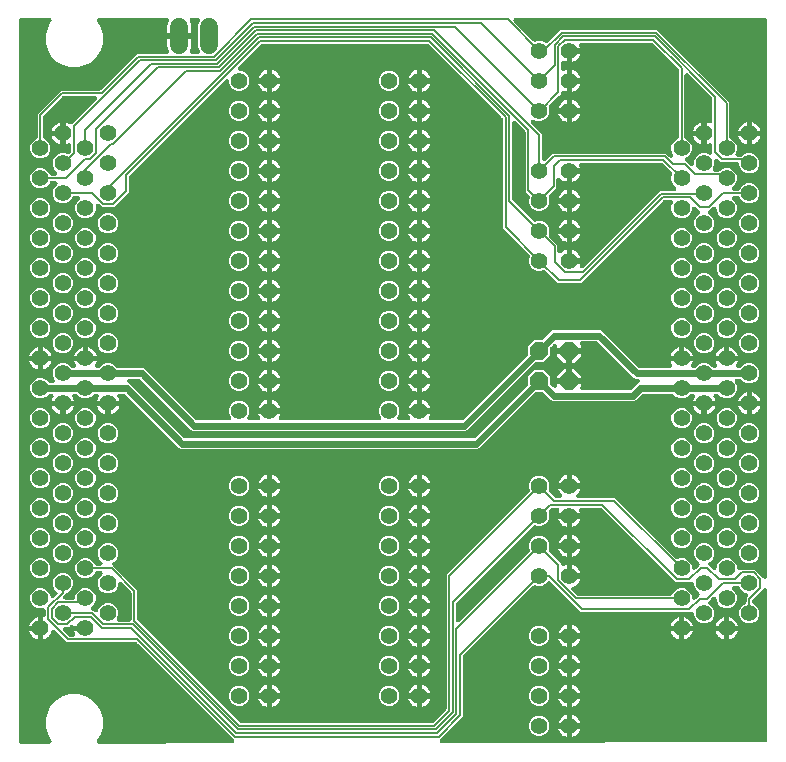
<source format=gbr>
G04 EAGLE Gerber RS-274X export*
G75*
%MOMM*%
%FSLAX34Y34*%
%LPD*%
%INBottom Copper*%
%IPPOS*%
%AMOC8*
5,1,8,0,0,1.08239X$1,22.5*%
G01*
%ADD10C,1.408000*%
%ADD11P,1.649562X8X292.500000*%
%ADD12C,1.524000*%
%ADD13C,0.609600*%
%ADD14C,0.660400*%
%ADD15C,0.152400*%

G36*
X29618Y10231D02*
X29618Y10231D01*
X29761Y10245D01*
X29905Y10252D01*
X29961Y10265D01*
X30018Y10271D01*
X30156Y10314D01*
X30296Y10349D01*
X30348Y10373D01*
X30403Y10390D01*
X30530Y10459D01*
X30660Y10521D01*
X30706Y10555D01*
X30756Y10583D01*
X30867Y10675D01*
X30983Y10761D01*
X31021Y10804D01*
X31065Y10841D01*
X31156Y10954D01*
X31252Y11061D01*
X31281Y11110D01*
X31317Y11155D01*
X31383Y11283D01*
X31457Y11408D01*
X31475Y11462D01*
X31502Y11513D01*
X31541Y11651D01*
X31589Y11788D01*
X31597Y11845D01*
X31612Y11900D01*
X31624Y12044D01*
X31644Y12187D01*
X31640Y12244D01*
X31645Y12301D01*
X31627Y12445D01*
X31618Y12589D01*
X31604Y12644D01*
X31597Y12701D01*
X31552Y12838D01*
X31515Y12978D01*
X31487Y13037D01*
X31471Y13084D01*
X31430Y13156D01*
X31373Y13277D01*
X28286Y18624D01*
X26639Y24769D01*
X26639Y31131D01*
X28286Y37276D01*
X31467Y42785D01*
X35965Y47283D01*
X41474Y50464D01*
X47619Y52111D01*
X53981Y52111D01*
X60126Y50464D01*
X65635Y47283D01*
X70133Y42785D01*
X73314Y37276D01*
X74961Y31131D01*
X74961Y24769D01*
X73314Y18624D01*
X70275Y13360D01*
X70214Y13225D01*
X70146Y13093D01*
X70131Y13042D01*
X70109Y12993D01*
X70076Y12848D01*
X70035Y12706D01*
X70031Y12653D01*
X70019Y12601D01*
X70015Y12452D01*
X70003Y12305D01*
X70009Y12252D01*
X70008Y12198D01*
X70033Y12052D01*
X70051Y11905D01*
X70067Y11854D01*
X70077Y11801D01*
X70130Y11663D01*
X70176Y11522D01*
X70203Y11476D01*
X70222Y11426D01*
X70302Y11301D01*
X70375Y11172D01*
X70410Y11132D01*
X70439Y11087D01*
X70542Y10980D01*
X70639Y10868D01*
X70681Y10835D01*
X70718Y10797D01*
X70840Y10712D01*
X70957Y10622D01*
X71005Y10598D01*
X71049Y10568D01*
X71186Y10509D01*
X71318Y10443D01*
X71370Y10429D01*
X71419Y10408D01*
X71564Y10378D01*
X71707Y10339D01*
X71768Y10335D01*
X71813Y10325D01*
X71897Y10324D01*
X72038Y10313D01*
X184304Y10531D01*
X184310Y10532D01*
X184317Y10531D01*
X184513Y10552D01*
X184704Y10572D01*
X184711Y10574D01*
X184718Y10574D01*
X184905Y10634D01*
X185089Y10691D01*
X185095Y10694D01*
X185101Y10696D01*
X185272Y10790D01*
X185442Y10883D01*
X185448Y10887D01*
X185454Y10891D01*
X185602Y11017D01*
X185751Y11141D01*
X185756Y11147D01*
X185761Y11151D01*
X185881Y11304D01*
X186003Y11456D01*
X186006Y11462D01*
X186010Y11467D01*
X186099Y11641D01*
X186188Y11813D01*
X186190Y11820D01*
X186193Y11826D01*
X186245Y12015D01*
X186298Y12200D01*
X186299Y12207D01*
X186301Y12214D01*
X186315Y12410D01*
X186330Y12602D01*
X186330Y12609D01*
X186330Y12616D01*
X186306Y12806D01*
X186283Y13001D01*
X186281Y13008D01*
X186280Y13015D01*
X186218Y13198D01*
X186157Y13384D01*
X186154Y13390D01*
X186152Y13397D01*
X186054Y13565D01*
X185959Y13734D01*
X185954Y13739D01*
X185951Y13746D01*
X185736Y13999D01*
X103992Y95742D01*
X103971Y95759D01*
X103954Y95780D01*
X103816Y95886D01*
X103681Y95997D01*
X103657Y96010D01*
X103636Y96026D01*
X103479Y96104D01*
X103325Y96186D01*
X103299Y96194D01*
X103275Y96206D01*
X103106Y96251D01*
X102939Y96301D01*
X102912Y96303D01*
X102886Y96310D01*
X102556Y96337D01*
X44809Y96337D01*
X34791Y106355D01*
X34719Y106415D01*
X34654Y106481D01*
X34564Y106542D01*
X34480Y106611D01*
X34397Y106654D01*
X34320Y106706D01*
X34220Y106748D01*
X34124Y106799D01*
X34035Y106826D01*
X33949Y106862D01*
X33842Y106883D01*
X33738Y106914D01*
X33645Y106922D01*
X33554Y106941D01*
X33445Y106940D01*
X33337Y106950D01*
X33244Y106940D01*
X33151Y106940D01*
X33045Y106919D01*
X32937Y106907D01*
X32848Y106879D01*
X32757Y106860D01*
X32656Y106818D01*
X32553Y106785D01*
X32471Y106740D01*
X32385Y106704D01*
X32296Y106643D01*
X32201Y106591D01*
X32130Y106530D01*
X32052Y106478D01*
X31976Y106400D01*
X31894Y106330D01*
X31836Y106257D01*
X31771Y106190D01*
X31711Y106099D01*
X31644Y106014D01*
X31602Y105931D01*
X31551Y105853D01*
X31499Y105729D01*
X31462Y105655D01*
X31448Y105607D01*
X31423Y105547D01*
X31009Y104272D01*
X30324Y102928D01*
X29438Y101709D01*
X28371Y100642D01*
X27151Y99756D01*
X25808Y99071D01*
X24379Y98607D01*
X24379Y107732D01*
X24377Y107750D01*
X24379Y107767D01*
X24360Y107931D01*
X24379Y108168D01*
X24379Y117310D01*
X24397Y117309D01*
X24574Y117294D01*
X24598Y117297D01*
X24622Y117296D01*
X24798Y117321D01*
X24973Y117341D01*
X24997Y117349D01*
X25021Y117352D01*
X25188Y117411D01*
X25356Y117466D01*
X25377Y117478D01*
X25400Y117486D01*
X25552Y117577D01*
X25707Y117664D01*
X25725Y117680D01*
X25746Y117693D01*
X25877Y117811D01*
X26012Y117927D01*
X26026Y117946D01*
X26045Y117963D01*
X26150Y118105D01*
X26258Y118245D01*
X26269Y118267D01*
X26284Y118287D01*
X26359Y118447D01*
X26438Y118606D01*
X26444Y118629D01*
X26454Y118652D01*
X26496Y118824D01*
X26542Y118995D01*
X26544Y119022D01*
X26550Y119043D01*
X26553Y119125D01*
X26569Y119325D01*
X26569Y122878D01*
X26568Y122892D01*
X26569Y122905D01*
X26548Y123092D01*
X26529Y123279D01*
X26525Y123292D01*
X26524Y123305D01*
X26467Y123483D01*
X26411Y123664D01*
X26405Y123676D01*
X26401Y123689D01*
X26309Y123853D01*
X26219Y124018D01*
X26211Y124028D01*
X26204Y124040D01*
X26082Y124183D01*
X25962Y124327D01*
X25951Y124336D01*
X25942Y124346D01*
X25795Y124462D01*
X25648Y124580D01*
X25636Y124586D01*
X25625Y124594D01*
X25457Y124679D01*
X25291Y124765D01*
X25278Y124769D01*
X25266Y124775D01*
X25085Y124824D01*
X24904Y124877D01*
X24890Y124878D01*
X24877Y124881D01*
X24690Y124894D01*
X24502Y124909D01*
X24489Y124908D01*
X24476Y124909D01*
X24290Y124884D01*
X24103Y124862D01*
X24090Y124858D01*
X24076Y124857D01*
X23855Y124785D01*
X20426Y124785D01*
X17278Y126089D01*
X14869Y128498D01*
X13565Y131646D01*
X13565Y135054D01*
X14869Y138202D01*
X17278Y140611D01*
X20426Y141915D01*
X23834Y141915D01*
X26982Y140611D01*
X29391Y138202D01*
X30763Y134889D01*
X30769Y134877D01*
X30773Y134864D01*
X30865Y134698D01*
X30953Y134534D01*
X30962Y134523D01*
X30968Y134512D01*
X31089Y134369D01*
X31210Y134223D01*
X31220Y134215D01*
X31229Y134205D01*
X31376Y134088D01*
X31522Y133970D01*
X31534Y133963D01*
X31545Y133955D01*
X31713Y133870D01*
X31879Y133782D01*
X31892Y133779D01*
X31904Y133773D01*
X32085Y133722D01*
X32265Y133669D01*
X32279Y133668D01*
X32292Y133665D01*
X32480Y133651D01*
X32666Y133635D01*
X32680Y133636D01*
X32693Y133635D01*
X32880Y133659D01*
X33066Y133680D01*
X33079Y133684D01*
X33092Y133686D01*
X33270Y133745D01*
X33450Y133803D01*
X33462Y133810D01*
X33474Y133814D01*
X33637Y133908D01*
X33801Y133999D01*
X33811Y134008D01*
X33823Y134015D01*
X34076Y134230D01*
X36071Y136224D01*
X36082Y136238D01*
X36096Y136250D01*
X36210Y136394D01*
X36326Y136536D01*
X36334Y136551D01*
X36345Y136566D01*
X36429Y136729D01*
X36514Y136891D01*
X36520Y136908D01*
X36528Y136924D01*
X36577Y137102D01*
X36629Y137277D01*
X36631Y137295D01*
X36636Y137312D01*
X36649Y137496D01*
X36666Y137678D01*
X36664Y137696D01*
X36665Y137714D01*
X36642Y137896D01*
X36622Y138079D01*
X36617Y138096D01*
X36615Y138113D01*
X36556Y138287D01*
X36501Y138462D01*
X36492Y138478D01*
X36486Y138495D01*
X36395Y138654D01*
X36306Y138815D01*
X36294Y138828D01*
X36285Y138844D01*
X36071Y139097D01*
X33969Y141198D01*
X32665Y144346D01*
X32665Y147754D01*
X33969Y150902D01*
X36378Y153311D01*
X39526Y154615D01*
X42934Y154615D01*
X46082Y153311D01*
X48491Y150902D01*
X49795Y147754D01*
X49795Y144346D01*
X48491Y141198D01*
X46082Y138789D01*
X44771Y138246D01*
X44751Y138236D01*
X44730Y138229D01*
X44574Y138141D01*
X44416Y138056D01*
X44399Y138042D01*
X44379Y138031D01*
X44244Y137914D01*
X44105Y137800D01*
X44091Y137782D01*
X44074Y137768D01*
X44048Y137734D01*
X42045Y135730D01*
X42039Y135723D01*
X42032Y135718D01*
X41912Y135568D01*
X41790Y135419D01*
X41785Y135411D01*
X41780Y135404D01*
X41691Y135234D01*
X41601Y135063D01*
X41598Y135054D01*
X41594Y135047D01*
X41541Y134862D01*
X41486Y134677D01*
X41485Y134668D01*
X41483Y134660D01*
X41467Y134469D01*
X41450Y134276D01*
X41451Y134267D01*
X41450Y134258D01*
X41472Y134069D01*
X41493Y133876D01*
X41496Y133867D01*
X41497Y133859D01*
X41556Y133677D01*
X41615Y133492D01*
X41619Y133484D01*
X41622Y133476D01*
X41716Y133309D01*
X41809Y133140D01*
X41815Y133133D01*
X41820Y133125D01*
X41945Y132980D01*
X42070Y132833D01*
X42077Y132827D01*
X42083Y132820D01*
X42233Y132704D01*
X42386Y132583D01*
X42394Y132579D01*
X42401Y132574D01*
X42572Y132488D01*
X42745Y132401D01*
X42753Y132398D01*
X42761Y132394D01*
X42947Y132344D01*
X43133Y132293D01*
X43142Y132292D01*
X43150Y132290D01*
X43481Y132263D01*
X49734Y132263D01*
X49752Y132265D01*
X49770Y132263D01*
X49952Y132284D01*
X50135Y132303D01*
X50152Y132308D01*
X50169Y132310D01*
X50344Y132367D01*
X50520Y132421D01*
X50535Y132429D01*
X50552Y132435D01*
X50712Y132525D01*
X50874Y132613D01*
X50887Y132624D01*
X50903Y132633D01*
X51042Y132753D01*
X51183Y132870D01*
X51194Y132884D01*
X51208Y132896D01*
X51320Y133041D01*
X51435Y133184D01*
X51443Y133200D01*
X51454Y133214D01*
X51536Y133378D01*
X51621Y133541D01*
X51626Y133558D01*
X51634Y133574D01*
X51681Y133752D01*
X51732Y133928D01*
X51734Y133946D01*
X51738Y133963D01*
X51765Y134294D01*
X51765Y135054D01*
X53069Y138202D01*
X55478Y140611D01*
X58626Y141915D01*
X62034Y141915D01*
X65182Y140611D01*
X67591Y138202D01*
X68895Y135054D01*
X68895Y131646D01*
X67591Y128498D01*
X65497Y126404D01*
X65491Y126397D01*
X65484Y126392D01*
X65364Y126242D01*
X65242Y126093D01*
X65237Y126085D01*
X65232Y126078D01*
X65143Y125908D01*
X65053Y125737D01*
X65050Y125728D01*
X65046Y125721D01*
X64993Y125536D01*
X64938Y125351D01*
X64937Y125342D01*
X64935Y125334D01*
X64919Y125143D01*
X64902Y124950D01*
X64903Y124941D01*
X64902Y124932D01*
X64924Y124742D01*
X64945Y124550D01*
X64948Y124541D01*
X64949Y124533D01*
X65009Y124349D01*
X65067Y124166D01*
X65071Y124158D01*
X65074Y124150D01*
X65169Y123981D01*
X65262Y123814D01*
X65267Y123807D01*
X65272Y123799D01*
X65398Y123653D01*
X65522Y123507D01*
X65529Y123501D01*
X65535Y123494D01*
X65687Y123377D01*
X65838Y123257D01*
X65846Y123253D01*
X65853Y123248D01*
X66025Y123162D01*
X66197Y123075D01*
X66205Y123072D01*
X66213Y123068D01*
X66399Y123018D01*
X66585Y122967D01*
X66594Y122966D01*
X66602Y122964D01*
X66933Y122937D01*
X67188Y122937D01*
X67809Y122315D01*
X67820Y122307D01*
X67828Y122297D01*
X67975Y122180D01*
X68121Y122060D01*
X68133Y122054D01*
X68143Y122046D01*
X68311Y121960D01*
X68477Y121872D01*
X68490Y121868D01*
X68501Y121862D01*
X68682Y121811D01*
X68863Y121757D01*
X68876Y121756D01*
X68889Y121752D01*
X69075Y121738D01*
X69264Y121721D01*
X69277Y121722D01*
X69290Y121721D01*
X69475Y121743D01*
X69664Y121764D01*
X69677Y121768D01*
X69690Y121770D01*
X69867Y121828D01*
X70048Y121885D01*
X70059Y121892D01*
X70072Y121896D01*
X70236Y121990D01*
X70400Y122080D01*
X70410Y122089D01*
X70422Y122096D01*
X70565Y122220D01*
X70707Y122341D01*
X70715Y122351D01*
X70725Y122360D01*
X70840Y122509D01*
X70957Y122657D01*
X70963Y122669D01*
X70971Y122679D01*
X71122Y122974D01*
X72169Y125502D01*
X74578Y127911D01*
X75168Y128155D01*
X77726Y129215D01*
X81134Y129215D01*
X84282Y127911D01*
X86691Y125502D01*
X87995Y122354D01*
X87995Y118946D01*
X86948Y116419D01*
X86944Y116406D01*
X86938Y116395D01*
X86886Y116215D01*
X86832Y116034D01*
X86830Y116021D01*
X86827Y116008D01*
X86811Y115820D01*
X86793Y115633D01*
X86795Y115620D01*
X86794Y115606D01*
X86816Y115420D01*
X86835Y115233D01*
X86839Y115220D01*
X86841Y115207D01*
X86899Y115028D01*
X86955Y114848D01*
X86961Y114837D01*
X86965Y114824D01*
X87058Y114659D01*
X87148Y114495D01*
X87157Y114485D01*
X87163Y114473D01*
X87286Y114331D01*
X87407Y114187D01*
X87418Y114179D01*
X87426Y114168D01*
X87575Y114053D01*
X87722Y113936D01*
X87734Y113930D01*
X87745Y113922D01*
X87913Y113838D01*
X88080Y113752D01*
X88093Y113748D01*
X88105Y113742D01*
X88288Y113693D01*
X88468Y113642D01*
X88481Y113641D01*
X88494Y113638D01*
X88825Y113611D01*
X97282Y113611D01*
X97300Y113613D01*
X97318Y113611D01*
X97500Y113632D01*
X97683Y113651D01*
X97700Y113656D01*
X97717Y113658D01*
X97892Y113715D01*
X98068Y113769D01*
X98083Y113777D01*
X98100Y113783D01*
X98260Y113873D01*
X98422Y113961D01*
X98435Y113972D01*
X98451Y113981D01*
X98590Y114101D01*
X98731Y114218D01*
X98742Y114232D01*
X98756Y114244D01*
X98868Y114389D01*
X98983Y114532D01*
X98991Y114548D01*
X99002Y114562D01*
X99084Y114727D01*
X99169Y114889D01*
X99174Y114906D01*
X99182Y114922D01*
X99229Y115101D01*
X99280Y115276D01*
X99282Y115294D01*
X99286Y115311D01*
X99313Y115642D01*
X99313Y137911D01*
X99311Y137938D01*
X99313Y137965D01*
X99291Y138139D01*
X99273Y138312D01*
X99266Y138338D01*
X99262Y138364D01*
X99207Y138530D01*
X99155Y138697D01*
X99142Y138721D01*
X99134Y138746D01*
X99047Y138897D01*
X98963Y139051D01*
X98946Y139071D01*
X98933Y139095D01*
X98718Y139348D01*
X91462Y146604D01*
X91455Y146609D01*
X91450Y146616D01*
X91300Y146737D01*
X91151Y146859D01*
X91143Y146863D01*
X91136Y146869D01*
X90966Y146957D01*
X90795Y147047D01*
X90786Y147050D01*
X90779Y147054D01*
X90594Y147107D01*
X90409Y147162D01*
X90400Y147163D01*
X90392Y147166D01*
X90200Y147181D01*
X90008Y147199D01*
X89999Y147198D01*
X89990Y147198D01*
X89801Y147176D01*
X89608Y147155D01*
X89599Y147153D01*
X89591Y147152D01*
X89409Y147092D01*
X89224Y147034D01*
X89216Y147029D01*
X89208Y147027D01*
X89039Y146932D01*
X88872Y146839D01*
X88865Y146833D01*
X88857Y146829D01*
X88711Y146703D01*
X88565Y146578D01*
X88559Y146571D01*
X88552Y146566D01*
X88435Y146414D01*
X88315Y146263D01*
X88311Y146255D01*
X88306Y146248D01*
X88220Y146075D01*
X88133Y145904D01*
X88130Y145895D01*
X88126Y145887D01*
X88076Y145701D01*
X88025Y145516D01*
X88024Y145507D01*
X88022Y145498D01*
X87995Y145167D01*
X87995Y144346D01*
X86691Y141198D01*
X84282Y138789D01*
X81134Y137485D01*
X77726Y137485D01*
X74578Y138789D01*
X72169Y141198D01*
X70865Y144346D01*
X70865Y147754D01*
X72169Y150902D01*
X74263Y152996D01*
X74269Y153003D01*
X74276Y153008D01*
X74396Y153158D01*
X74518Y153307D01*
X74523Y153315D01*
X74528Y153322D01*
X74617Y153492D01*
X74707Y153663D01*
X74710Y153672D01*
X74714Y153679D01*
X74767Y153863D01*
X74822Y154049D01*
X74823Y154058D01*
X74825Y154066D01*
X74841Y154257D01*
X74858Y154450D01*
X74857Y154459D01*
X74858Y154468D01*
X74836Y154657D01*
X74815Y154850D01*
X74812Y154859D01*
X74811Y154867D01*
X74752Y155049D01*
X74693Y155234D01*
X74689Y155242D01*
X74686Y155250D01*
X74591Y155419D01*
X74498Y155586D01*
X74493Y155593D01*
X74488Y155601D01*
X74362Y155747D01*
X74238Y155893D01*
X74231Y155899D01*
X74225Y155906D01*
X74074Y156023D01*
X73922Y156143D01*
X73914Y156147D01*
X73907Y156152D01*
X73735Y156238D01*
X73563Y156325D01*
X73555Y156328D01*
X73547Y156332D01*
X73361Y156382D01*
X73175Y156433D01*
X73166Y156434D01*
X73158Y156436D01*
X72827Y156463D01*
X70010Y156463D01*
X69988Y156461D01*
X69966Y156463D01*
X69789Y156441D01*
X69610Y156423D01*
X69588Y156417D01*
X69566Y156414D01*
X69396Y156358D01*
X69225Y156305D01*
X69205Y156295D01*
X69184Y156288D01*
X69028Y156199D01*
X68871Y156113D01*
X68854Y156099D01*
X68834Y156088D01*
X68699Y155970D01*
X68562Y155856D01*
X68548Y155838D01*
X68531Y155824D01*
X68422Y155682D01*
X68309Y155542D01*
X68299Y155522D01*
X68285Y155504D01*
X68134Y155209D01*
X67591Y153898D01*
X65182Y151489D01*
X62034Y150185D01*
X58626Y150185D01*
X55478Y151489D01*
X53069Y153898D01*
X51765Y157046D01*
X51765Y160454D01*
X53069Y163602D01*
X55478Y166011D01*
X57260Y166749D01*
X58626Y167315D01*
X62034Y167315D01*
X65182Y166011D01*
X67591Y163602D01*
X68134Y162291D01*
X68144Y162271D01*
X68151Y162250D01*
X68239Y162094D01*
X68324Y161936D01*
X68338Y161919D01*
X68349Y161899D01*
X68466Y161764D01*
X68580Y161625D01*
X68598Y161611D01*
X68612Y161594D01*
X68754Y161485D01*
X68893Y161372D01*
X68913Y161361D01*
X68930Y161348D01*
X69091Y161268D01*
X69250Y161185D01*
X69271Y161178D01*
X69291Y161168D01*
X69465Y161122D01*
X69636Y161072D01*
X69658Y161070D01*
X69680Y161064D01*
X70010Y161037D01*
X72827Y161037D01*
X72836Y161038D01*
X72845Y161037D01*
X73037Y161058D01*
X73228Y161077D01*
X73236Y161079D01*
X73245Y161080D01*
X73427Y161138D01*
X73613Y161195D01*
X73621Y161199D01*
X73629Y161202D01*
X73797Y161295D01*
X73967Y161387D01*
X73973Y161392D01*
X73981Y161397D01*
X74129Y161522D01*
X74276Y161644D01*
X74281Y161651D01*
X74288Y161657D01*
X74408Y161809D01*
X74528Y161958D01*
X74532Y161966D01*
X74538Y161973D01*
X74626Y162146D01*
X74714Y162315D01*
X74716Y162324D01*
X74720Y162332D01*
X74772Y162518D01*
X74825Y162702D01*
X74826Y162711D01*
X74828Y162720D01*
X74842Y162912D01*
X74858Y163104D01*
X74857Y163112D01*
X74858Y163121D01*
X74833Y163314D01*
X74811Y163503D01*
X74808Y163512D01*
X74807Y163521D01*
X74746Y163704D01*
X74686Y163886D01*
X74682Y163894D01*
X74679Y163902D01*
X74584Y164068D01*
X74488Y164237D01*
X74482Y164244D01*
X74478Y164251D01*
X74263Y164504D01*
X72169Y166598D01*
X70865Y169746D01*
X70865Y173154D01*
X72169Y176302D01*
X74578Y178711D01*
X77726Y180015D01*
X81134Y180015D01*
X84282Y178711D01*
X86691Y176302D01*
X87995Y173154D01*
X87995Y169746D01*
X86691Y166598D01*
X84281Y164189D01*
X84117Y164098D01*
X83952Y164009D01*
X83941Y164001D01*
X83929Y163994D01*
X83786Y163872D01*
X83641Y163753D01*
X83633Y163742D01*
X83622Y163734D01*
X83506Y163586D01*
X83387Y163440D01*
X83381Y163428D01*
X83373Y163418D01*
X83288Y163251D01*
X83200Y163084D01*
X83197Y163071D01*
X83191Y163059D01*
X83140Y162877D01*
X83087Y162697D01*
X83086Y162684D01*
X83083Y162671D01*
X83069Y162482D01*
X83053Y162296D01*
X83054Y162283D01*
X83053Y162269D01*
X83077Y162082D01*
X83098Y161896D01*
X83102Y161883D01*
X83104Y161870D01*
X83163Y161692D01*
X83221Y161513D01*
X83228Y161501D01*
X83232Y161488D01*
X83325Y161326D01*
X83417Y161161D01*
X83426Y161151D01*
X83433Y161140D01*
X83647Y160887D01*
X85432Y159102D01*
X103887Y140647D01*
X103887Y116089D01*
X103889Y116062D01*
X103887Y116035D01*
X103909Y115861D01*
X103927Y115688D01*
X103934Y115662D01*
X103938Y115636D01*
X103993Y115470D01*
X104045Y115303D01*
X104058Y115279D01*
X104066Y115254D01*
X104153Y115102D01*
X104237Y114949D01*
X104254Y114929D01*
X104267Y114905D01*
X104482Y114652D01*
X190852Y28282D01*
X190873Y28265D01*
X190890Y28244D01*
X191028Y28137D01*
X191164Y28027D01*
X191187Y28014D01*
X191209Y27998D01*
X191365Y27920D01*
X191519Y27838D01*
X191545Y27830D01*
X191569Y27818D01*
X191738Y27773D01*
X191905Y27723D01*
X191932Y27721D01*
X191958Y27714D01*
X192289Y27687D01*
X353811Y27687D01*
X353838Y27689D01*
X353865Y27687D01*
X354039Y27709D01*
X354212Y27727D01*
X354238Y27734D01*
X354264Y27738D01*
X354430Y27793D01*
X354597Y27845D01*
X354621Y27858D01*
X354646Y27866D01*
X354798Y27953D01*
X354951Y28037D01*
X354971Y28054D01*
X354995Y28067D01*
X355248Y28282D01*
X365418Y38452D01*
X365435Y38473D01*
X365456Y38490D01*
X365563Y38628D01*
X365673Y38764D01*
X365686Y38787D01*
X365702Y38809D01*
X365780Y38965D01*
X365862Y39119D01*
X365870Y39145D01*
X365882Y39169D01*
X365927Y39338D01*
X365977Y39505D01*
X365979Y39532D01*
X365986Y39558D01*
X366013Y39889D01*
X366013Y153347D01*
X436038Y223372D01*
X436052Y223389D01*
X436069Y223404D01*
X436180Y223545D01*
X436293Y223683D01*
X436303Y223703D01*
X436317Y223721D01*
X436398Y223881D01*
X436482Y224039D01*
X436488Y224060D01*
X436498Y224080D01*
X436545Y224253D01*
X436596Y224425D01*
X436598Y224447D01*
X436604Y224469D01*
X436617Y224648D01*
X436633Y224826D01*
X436630Y224848D01*
X436632Y224870D01*
X436609Y225048D01*
X436589Y225226D01*
X436583Y225247D01*
X436580Y225270D01*
X436478Y225585D01*
X435935Y226896D01*
X435935Y230304D01*
X437239Y233452D01*
X439648Y235861D01*
X442796Y237165D01*
X446204Y237165D01*
X449352Y235861D01*
X451761Y233452D01*
X453065Y230304D01*
X453065Y226896D01*
X452522Y225585D01*
X452515Y225564D01*
X452505Y225544D01*
X452457Y225371D01*
X452405Y225200D01*
X452403Y225178D01*
X452397Y225156D01*
X452384Y224977D01*
X452367Y224799D01*
X452369Y224777D01*
X452368Y224755D01*
X452390Y224576D01*
X452409Y224399D01*
X452415Y224378D01*
X452418Y224355D01*
X452475Y224185D01*
X452529Y224014D01*
X452539Y223995D01*
X452546Y223974D01*
X452636Y223818D01*
X452722Y223661D01*
X452736Y223644D01*
X452747Y223625D01*
X452962Y223372D01*
X457552Y218782D01*
X457573Y218765D01*
X457590Y218744D01*
X457728Y218637D01*
X457864Y218527D01*
X457887Y218514D01*
X457909Y218498D01*
X458065Y218420D01*
X458219Y218338D01*
X458245Y218330D01*
X458269Y218318D01*
X458438Y218273D01*
X458605Y218223D01*
X458632Y218221D01*
X458658Y218214D01*
X458989Y218187D01*
X461860Y218187D01*
X461869Y218188D01*
X461878Y218187D01*
X462070Y218208D01*
X462261Y218227D01*
X462269Y218229D01*
X462278Y218230D01*
X462462Y218288D01*
X462646Y218345D01*
X462654Y218349D01*
X462662Y218352D01*
X462831Y218445D01*
X463000Y218537D01*
X463007Y218542D01*
X463014Y218547D01*
X463162Y218672D01*
X463309Y218794D01*
X463315Y218801D01*
X463321Y218807D01*
X463442Y218959D01*
X463561Y219108D01*
X463565Y219116D01*
X463571Y219123D01*
X463659Y219296D01*
X463747Y219465D01*
X463749Y219474D01*
X463753Y219482D01*
X463805Y219667D01*
X463858Y219852D01*
X463859Y219861D01*
X463861Y219870D01*
X463875Y220062D01*
X463891Y220254D01*
X463890Y220262D01*
X463891Y220271D01*
X463867Y220463D01*
X463844Y220653D01*
X463841Y220662D01*
X463840Y220671D01*
X463779Y220853D01*
X463719Y221036D01*
X463715Y221044D01*
X463712Y221052D01*
X463616Y221220D01*
X463521Y221387D01*
X463516Y221394D01*
X463511Y221401D01*
X463296Y221654D01*
X462592Y222359D01*
X461706Y223578D01*
X461021Y224922D01*
X460557Y226351D01*
X469682Y226351D01*
X469700Y226352D01*
X469717Y226351D01*
X469881Y226370D01*
X470118Y226351D01*
X479243Y226351D01*
X478779Y224922D01*
X478094Y223578D01*
X477208Y222359D01*
X476504Y221654D01*
X476498Y221647D01*
X476491Y221642D01*
X476371Y221493D01*
X476248Y221343D01*
X476244Y221335D01*
X476239Y221328D01*
X476151Y221159D01*
X476060Y220987D01*
X476057Y220978D01*
X476053Y220971D01*
X476000Y220787D01*
X475945Y220601D01*
X475944Y220592D01*
X475942Y220584D01*
X475926Y220393D01*
X475909Y220200D01*
X475910Y220191D01*
X475909Y220182D01*
X475931Y219993D01*
X475952Y219800D01*
X475955Y219791D01*
X475956Y219783D01*
X476016Y219599D01*
X476074Y219416D01*
X476078Y219408D01*
X476081Y219400D01*
X476176Y219231D01*
X476268Y219064D01*
X476274Y219057D01*
X476279Y219049D01*
X476405Y218903D01*
X476529Y218757D01*
X476536Y218751D01*
X476542Y218744D01*
X476694Y218626D01*
X476845Y218507D01*
X476853Y218503D01*
X476860Y218498D01*
X477033Y218411D01*
X477204Y218325D01*
X477212Y218322D01*
X477220Y218318D01*
X477409Y218268D01*
X477592Y218217D01*
X477600Y218216D01*
X477609Y218214D01*
X477940Y218187D01*
X508797Y218187D01*
X510732Y216252D01*
X559772Y167212D01*
X559789Y167198D01*
X559804Y167181D01*
X559945Y167070D01*
X560083Y166957D01*
X560103Y166947D01*
X560121Y166933D01*
X560282Y166852D01*
X560439Y166768D01*
X560460Y166762D01*
X560480Y166752D01*
X560654Y166705D01*
X560825Y166654D01*
X560847Y166652D01*
X560869Y166646D01*
X561047Y166633D01*
X561226Y166617D01*
X561248Y166620D01*
X561270Y166618D01*
X561447Y166641D01*
X561626Y166661D01*
X561647Y166667D01*
X561670Y166670D01*
X561986Y166772D01*
X563296Y167315D01*
X566704Y167315D01*
X569852Y166011D01*
X572261Y163602D01*
X573565Y160454D01*
X573565Y159724D01*
X573566Y159715D01*
X573565Y159706D01*
X573586Y159513D01*
X573605Y159323D01*
X573607Y159314D01*
X573608Y159305D01*
X573666Y159123D01*
X573723Y158938D01*
X573727Y158930D01*
X573730Y158922D01*
X573823Y158753D01*
X573915Y158584D01*
X573920Y158577D01*
X573925Y158569D01*
X574049Y158422D01*
X574172Y158275D01*
X574179Y158269D01*
X574185Y158262D01*
X574336Y158143D01*
X574486Y158022D01*
X574494Y158018D01*
X574501Y158013D01*
X574674Y157925D01*
X574843Y157837D01*
X574852Y157834D01*
X574860Y157830D01*
X575046Y157778D01*
X575230Y157725D01*
X575239Y157725D01*
X575248Y157722D01*
X575441Y157708D01*
X575632Y157693D01*
X575640Y157694D01*
X575649Y157693D01*
X575842Y157717D01*
X576031Y157739D01*
X576040Y157742D01*
X576049Y157743D01*
X576232Y157805D01*
X576414Y157864D01*
X576422Y157869D01*
X576430Y157872D01*
X576596Y157967D01*
X576765Y158062D01*
X576772Y158068D01*
X576779Y158073D01*
X577032Y158287D01*
X579705Y160960D01*
X579714Y160970D01*
X579724Y160979D01*
X579841Y161126D01*
X579960Y161272D01*
X579967Y161284D01*
X579975Y161294D01*
X580060Y161459D01*
X580149Y161627D01*
X580153Y161640D01*
X580159Y161652D01*
X580210Y161833D01*
X580264Y162013D01*
X580265Y162027D01*
X580268Y162040D01*
X580283Y162226D01*
X580300Y162414D01*
X580299Y162428D01*
X580300Y162441D01*
X580277Y162627D01*
X580257Y162814D01*
X580252Y162827D01*
X580251Y162841D01*
X580191Y163020D01*
X580135Y163198D01*
X580129Y163210D01*
X580124Y163223D01*
X580031Y163386D01*
X579940Y163551D01*
X579931Y163561D01*
X579925Y163573D01*
X579802Y163714D01*
X579680Y163858D01*
X579669Y163866D01*
X579660Y163876D01*
X579511Y163991D01*
X579364Y164107D01*
X579352Y164113D01*
X579341Y164122D01*
X579290Y164148D01*
X576839Y166598D01*
X575535Y169746D01*
X575535Y173154D01*
X576839Y176302D01*
X579248Y178711D01*
X582396Y180015D01*
X585804Y180015D01*
X588952Y178711D01*
X591361Y176302D01*
X592665Y173154D01*
X592665Y169746D01*
X591361Y166598D01*
X588952Y164189D01*
X588912Y164173D01*
X588900Y164166D01*
X588887Y164162D01*
X588723Y164072D01*
X588557Y163983D01*
X588547Y163974D01*
X588535Y163968D01*
X588391Y163845D01*
X588247Y163726D01*
X588238Y163716D01*
X588228Y163707D01*
X588112Y163560D01*
X587993Y163414D01*
X587987Y163402D01*
X587979Y163391D01*
X587894Y163225D01*
X587806Y163057D01*
X587802Y163044D01*
X587796Y163032D01*
X587746Y162850D01*
X587693Y162671D01*
X587692Y162657D01*
X587688Y162644D01*
X587674Y162456D01*
X587658Y162270D01*
X587660Y162256D01*
X587659Y162243D01*
X587682Y162055D01*
X587703Y161869D01*
X587708Y161857D01*
X587709Y161843D01*
X587769Y161665D01*
X587827Y161486D01*
X587833Y161474D01*
X587837Y161462D01*
X587932Y161298D01*
X588023Y161135D01*
X588032Y161124D01*
X588038Y161113D01*
X588253Y160860D01*
X589575Y159538D01*
X591168Y157945D01*
X591175Y157940D01*
X591180Y157933D01*
X591331Y157812D01*
X591479Y157690D01*
X591487Y157686D01*
X591494Y157680D01*
X591664Y157592D01*
X591835Y157502D01*
X591844Y157499D01*
X591851Y157495D01*
X592036Y157442D01*
X592221Y157387D01*
X592230Y157386D01*
X592238Y157383D01*
X592429Y157368D01*
X592622Y157350D01*
X592631Y157351D01*
X592640Y157351D01*
X592829Y157373D01*
X593022Y157394D01*
X593031Y157396D01*
X593039Y157397D01*
X593221Y157457D01*
X593406Y157515D01*
X593414Y157520D01*
X593422Y157522D01*
X593589Y157617D01*
X593758Y157710D01*
X593765Y157716D01*
X593773Y157720D01*
X593918Y157845D01*
X594065Y157971D01*
X594071Y157978D01*
X594078Y157983D01*
X594194Y158134D01*
X594315Y158286D01*
X594319Y158295D01*
X594324Y158301D01*
X594409Y158472D01*
X594497Y158645D01*
X594500Y158654D01*
X594504Y158662D01*
X594553Y158847D01*
X594605Y159033D01*
X594606Y159042D01*
X594608Y159051D01*
X594635Y159382D01*
X594635Y160454D01*
X595939Y163602D01*
X598348Y166011D01*
X600130Y166749D01*
X601496Y167315D01*
X604904Y167315D01*
X608052Y166011D01*
X610461Y163602D01*
X611765Y160454D01*
X611765Y159382D01*
X611766Y159373D01*
X611765Y159364D01*
X611786Y159173D01*
X611805Y158981D01*
X611807Y158972D01*
X611808Y158963D01*
X611866Y158780D01*
X611923Y158596D01*
X611927Y158588D01*
X611930Y158580D01*
X612022Y158412D01*
X612115Y158242D01*
X612120Y158235D01*
X612125Y158227D01*
X612249Y158081D01*
X612372Y157933D01*
X612379Y157927D01*
X612385Y157920D01*
X612536Y157801D01*
X612686Y157680D01*
X612694Y157676D01*
X612701Y157671D01*
X612874Y157583D01*
X613043Y157495D01*
X613052Y157492D01*
X613060Y157488D01*
X613245Y157437D01*
X613430Y157383D01*
X613439Y157383D01*
X613448Y157380D01*
X613640Y157366D01*
X613832Y157351D01*
X613840Y157352D01*
X613849Y157351D01*
X614042Y157375D01*
X614231Y157397D01*
X614240Y157400D01*
X614249Y157401D01*
X614432Y157463D01*
X614614Y157522D01*
X614622Y157527D01*
X614631Y157530D01*
X614797Y157626D01*
X614863Y157663D01*
X627110Y157663D01*
X629045Y155728D01*
X634072Y150701D01*
X634079Y150696D01*
X634084Y150689D01*
X634234Y150568D01*
X634383Y150446D01*
X634391Y150442D01*
X634398Y150436D01*
X634568Y150348D01*
X634739Y150258D01*
X634748Y150255D01*
X634755Y150251D01*
X634940Y150198D01*
X635125Y150143D01*
X635134Y150142D01*
X635142Y150139D01*
X635334Y150124D01*
X635526Y150106D01*
X635535Y150107D01*
X635544Y150107D01*
X635733Y150129D01*
X635926Y150150D01*
X635935Y150152D01*
X635943Y150153D01*
X636125Y150213D01*
X636310Y150271D01*
X636318Y150276D01*
X636326Y150278D01*
X636495Y150373D01*
X636662Y150466D01*
X636669Y150472D01*
X636677Y150476D01*
X636822Y150602D01*
X636969Y150727D01*
X636975Y150734D01*
X636982Y150739D01*
X637099Y150891D01*
X637219Y151042D01*
X637223Y151050D01*
X637228Y151057D01*
X637314Y151230D01*
X637401Y151401D01*
X637404Y151410D01*
X637408Y151418D01*
X637458Y151604D01*
X637509Y151789D01*
X637510Y151798D01*
X637512Y151807D01*
X637539Y152138D01*
X637539Y622808D01*
X637537Y622826D01*
X637539Y622844D01*
X637518Y623026D01*
X637499Y623209D01*
X637494Y623226D01*
X637492Y623243D01*
X637435Y623418D01*
X637381Y623594D01*
X637373Y623609D01*
X637367Y623626D01*
X637277Y623786D01*
X637189Y623948D01*
X637178Y623961D01*
X637169Y623977D01*
X637049Y624116D01*
X636932Y624257D01*
X636918Y624268D01*
X636906Y624282D01*
X636761Y624394D01*
X636618Y624509D01*
X636602Y624517D01*
X636588Y624528D01*
X636423Y624610D01*
X636261Y624695D01*
X636244Y624700D01*
X636228Y624708D01*
X636049Y624755D01*
X635874Y624806D01*
X635856Y624808D01*
X635839Y624812D01*
X635508Y624839D01*
X424699Y624839D01*
X424690Y624838D01*
X424681Y624839D01*
X424487Y624818D01*
X424298Y624799D01*
X424289Y624797D01*
X424280Y624796D01*
X424097Y624738D01*
X423913Y624681D01*
X423905Y624677D01*
X423897Y624674D01*
X423729Y624582D01*
X423559Y624489D01*
X423552Y624484D01*
X423544Y624479D01*
X423397Y624355D01*
X423250Y624232D01*
X423244Y624225D01*
X423237Y624219D01*
X423118Y624067D01*
X422997Y623918D01*
X422993Y623910D01*
X422988Y623903D01*
X422900Y623730D01*
X422812Y623561D01*
X422809Y623552D01*
X422805Y623544D01*
X422753Y623358D01*
X422700Y623174D01*
X422700Y623165D01*
X422697Y623156D01*
X422683Y622963D01*
X422668Y622772D01*
X422669Y622764D01*
X422668Y622755D01*
X422692Y622562D01*
X422714Y622373D01*
X422717Y622364D01*
X422718Y622355D01*
X422780Y622172D01*
X422839Y621990D01*
X422844Y621982D01*
X422847Y621974D01*
X422943Y621807D01*
X423037Y621639D01*
X423043Y621632D01*
X423048Y621625D01*
X423262Y621372D01*
X439272Y605362D01*
X439289Y605348D01*
X439304Y605331D01*
X439445Y605220D01*
X439583Y605107D01*
X439603Y605097D01*
X439621Y605083D01*
X439781Y605002D01*
X439939Y604918D01*
X439960Y604912D01*
X439980Y604902D01*
X440153Y604855D01*
X440325Y604804D01*
X440347Y604802D01*
X440369Y604796D01*
X440548Y604783D01*
X440726Y604767D01*
X440748Y604770D01*
X440770Y604768D01*
X440948Y604791D01*
X441126Y604811D01*
X441147Y604817D01*
X441170Y604820D01*
X441485Y604922D01*
X442796Y605465D01*
X446204Y605465D01*
X449368Y604154D01*
X449467Y604076D01*
X449609Y603960D01*
X449625Y603951D01*
X449639Y603940D01*
X449803Y603857D01*
X449965Y603771D01*
X449982Y603766D01*
X449998Y603758D01*
X450175Y603708D01*
X450351Y603656D01*
X450369Y603654D01*
X450386Y603650D01*
X450569Y603636D01*
X450752Y603620D01*
X450770Y603622D01*
X450787Y603620D01*
X450970Y603643D01*
X451152Y603663D01*
X451169Y603668D01*
X451187Y603671D01*
X451362Y603729D01*
X451536Y603785D01*
X451552Y603793D01*
X451569Y603799D01*
X451728Y603891D01*
X451888Y603979D01*
X451902Y603991D01*
X451917Y604000D01*
X452170Y604215D01*
X462565Y614609D01*
X544325Y614609D01*
X605487Y553447D01*
X605487Y524030D01*
X605489Y524008D01*
X605487Y523986D01*
X605509Y523809D01*
X605527Y523630D01*
X605533Y523608D01*
X605536Y523586D01*
X605592Y523416D01*
X605645Y523245D01*
X605655Y523225D01*
X605662Y523204D01*
X605751Y523048D01*
X605837Y522891D01*
X605851Y522874D01*
X605862Y522854D01*
X605980Y522719D01*
X606094Y522582D01*
X606112Y522568D01*
X606126Y522551D01*
X606268Y522442D01*
X606408Y522329D01*
X606428Y522319D01*
X606446Y522305D01*
X606741Y522154D01*
X608052Y521611D01*
X610461Y519202D01*
X611765Y516054D01*
X611765Y512646D01*
X610718Y510119D01*
X610714Y510106D01*
X610708Y510095D01*
X610656Y509915D01*
X610602Y509734D01*
X610600Y509721D01*
X610597Y509708D01*
X610581Y509520D01*
X610563Y509333D01*
X610565Y509320D01*
X610564Y509306D01*
X610586Y509120D01*
X610605Y508933D01*
X610609Y508920D01*
X610611Y508907D01*
X610669Y508728D01*
X610725Y508548D01*
X610731Y508537D01*
X610735Y508524D01*
X610828Y508359D01*
X610918Y508195D01*
X610927Y508185D01*
X610933Y508173D01*
X611056Y508031D01*
X611177Y507887D01*
X611188Y507879D01*
X611196Y507868D01*
X611345Y507753D01*
X611492Y507636D01*
X611504Y507630D01*
X611515Y507622D01*
X611683Y507538D01*
X611850Y507452D01*
X611863Y507448D01*
X611875Y507442D01*
X612058Y507393D01*
X612238Y507342D01*
X612251Y507341D01*
X612264Y507338D01*
X612595Y507311D01*
X615007Y507311D01*
X615034Y507313D01*
X615060Y507311D01*
X615234Y507333D01*
X615408Y507351D01*
X615433Y507358D01*
X615460Y507362D01*
X615625Y507417D01*
X615793Y507469D01*
X615816Y507482D01*
X615841Y507490D01*
X615993Y507577D01*
X616147Y507661D01*
X616167Y507678D01*
X616190Y507691D01*
X616443Y507906D01*
X617448Y508911D01*
X620596Y510215D01*
X624004Y510215D01*
X627152Y508911D01*
X629561Y506502D01*
X630865Y503354D01*
X630865Y499946D01*
X629561Y496798D01*
X627152Y494389D01*
X624918Y493464D01*
X624004Y493085D01*
X620596Y493085D01*
X617448Y494389D01*
X615039Y496798D01*
X613735Y499946D01*
X613735Y500706D01*
X613733Y500724D01*
X613735Y500742D01*
X613714Y500924D01*
X613695Y501107D01*
X613690Y501124D01*
X613688Y501141D01*
X613631Y501316D01*
X613577Y501492D01*
X613569Y501507D01*
X613563Y501524D01*
X613473Y501684D01*
X613385Y501846D01*
X613374Y501859D01*
X613365Y501875D01*
X613245Y502014D01*
X613128Y502155D01*
X613114Y502166D01*
X613102Y502180D01*
X612957Y502292D01*
X612814Y502407D01*
X612798Y502415D01*
X612784Y502426D01*
X612619Y502508D01*
X612457Y502593D01*
X612440Y502598D01*
X612424Y502606D01*
X612245Y502653D01*
X612070Y502704D01*
X612052Y502706D01*
X612035Y502710D01*
X611704Y502737D01*
X598390Y502737D01*
X596132Y504995D01*
X596125Y505000D01*
X596120Y505007D01*
X595970Y505128D01*
X595821Y505250D01*
X595813Y505254D01*
X595806Y505260D01*
X595636Y505348D01*
X595465Y505438D01*
X595456Y505441D01*
X595449Y505445D01*
X595264Y505498D01*
X595079Y505553D01*
X595070Y505554D01*
X595062Y505557D01*
X594871Y505572D01*
X594678Y505590D01*
X594669Y505589D01*
X594660Y505589D01*
X594471Y505567D01*
X594278Y505546D01*
X594269Y505544D01*
X594261Y505543D01*
X594079Y505483D01*
X593894Y505425D01*
X593886Y505420D01*
X593878Y505418D01*
X593709Y505323D01*
X593542Y505230D01*
X593535Y505224D01*
X593527Y505220D01*
X593381Y505094D01*
X593235Y504969D01*
X593229Y504962D01*
X593222Y504957D01*
X593105Y504805D01*
X592985Y504654D01*
X592981Y504646D01*
X592976Y504639D01*
X592890Y504466D01*
X592803Y504295D01*
X592800Y504286D01*
X592796Y504278D01*
X592746Y504090D01*
X592695Y503907D01*
X592694Y503898D01*
X592692Y503889D01*
X592665Y503558D01*
X592665Y499946D01*
X591618Y497419D01*
X591614Y497406D01*
X591608Y497395D01*
X591556Y497215D01*
X591502Y497034D01*
X591500Y497021D01*
X591497Y497008D01*
X591481Y496820D01*
X591463Y496633D01*
X591465Y496620D01*
X591464Y496606D01*
X591486Y496420D01*
X591505Y496233D01*
X591509Y496220D01*
X591511Y496207D01*
X591569Y496028D01*
X591625Y495848D01*
X591631Y495837D01*
X591635Y495824D01*
X591728Y495659D01*
X591818Y495495D01*
X591827Y495485D01*
X591833Y495473D01*
X591956Y495331D01*
X592077Y495187D01*
X592088Y495179D01*
X592096Y495168D01*
X592245Y495053D01*
X592392Y494936D01*
X592404Y494930D01*
X592415Y494922D01*
X592583Y494838D01*
X592750Y494752D01*
X592763Y494748D01*
X592775Y494742D01*
X592958Y494693D01*
X593138Y494642D01*
X593151Y494641D01*
X593164Y494638D01*
X593495Y494611D01*
X595907Y494611D01*
X595934Y494613D01*
X595960Y494611D01*
X596134Y494633D01*
X596308Y494651D01*
X596333Y494658D01*
X596360Y494662D01*
X596525Y494717D01*
X596693Y494769D01*
X596716Y494782D01*
X596741Y494790D01*
X596893Y494877D01*
X597047Y494961D01*
X597067Y494978D01*
X597090Y494991D01*
X597343Y495206D01*
X598348Y496211D01*
X601496Y497515D01*
X604904Y497515D01*
X608052Y496211D01*
X610461Y493802D01*
X611765Y490654D01*
X611765Y487246D01*
X610461Y484098D01*
X608367Y482004D01*
X608361Y481997D01*
X608354Y481992D01*
X608234Y481842D01*
X608112Y481693D01*
X608107Y481685D01*
X608102Y481678D01*
X608013Y481508D01*
X607923Y481337D01*
X607920Y481328D01*
X607916Y481321D01*
X607863Y481136D01*
X607808Y480951D01*
X607807Y480942D01*
X607805Y480934D01*
X607789Y480743D01*
X607772Y480550D01*
X607773Y480541D01*
X607772Y480532D01*
X607794Y480342D01*
X607815Y480150D01*
X607818Y480141D01*
X607819Y480133D01*
X607879Y479949D01*
X607937Y479766D01*
X607941Y479758D01*
X607944Y479750D01*
X608039Y479581D01*
X608132Y479414D01*
X608137Y479407D01*
X608142Y479399D01*
X608268Y479253D01*
X608392Y479107D01*
X608399Y479101D01*
X608405Y479094D01*
X608556Y478977D01*
X608708Y478857D01*
X608716Y478853D01*
X608723Y478848D01*
X608895Y478762D01*
X609067Y478675D01*
X609075Y478672D01*
X609083Y478668D01*
X609269Y478618D01*
X609455Y478567D01*
X609464Y478566D01*
X609472Y478564D01*
X609803Y478537D01*
X612620Y478537D01*
X612642Y478539D01*
X612664Y478537D01*
X612841Y478559D01*
X613020Y478577D01*
X613042Y478583D01*
X613064Y478586D01*
X613234Y478642D01*
X613405Y478695D01*
X613425Y478705D01*
X613446Y478712D01*
X613602Y478801D01*
X613759Y478887D01*
X613776Y478901D01*
X613796Y478912D01*
X613931Y479030D01*
X614068Y479144D01*
X614082Y479162D01*
X614099Y479176D01*
X614208Y479318D01*
X614321Y479458D01*
X614331Y479478D01*
X614345Y479496D01*
X614496Y479791D01*
X615039Y481102D01*
X617448Y483511D01*
X617721Y483624D01*
X620596Y484815D01*
X624004Y484815D01*
X627152Y483511D01*
X629561Y481102D01*
X630865Y477954D01*
X630865Y474546D01*
X629561Y471398D01*
X627152Y468989D01*
X624004Y467685D01*
X620596Y467685D01*
X617448Y468989D01*
X615039Y471398D01*
X614496Y472709D01*
X614486Y472729D01*
X614479Y472750D01*
X614391Y472906D01*
X614306Y473064D01*
X614292Y473081D01*
X614281Y473101D01*
X614164Y473236D01*
X614050Y473375D01*
X614032Y473389D01*
X614018Y473406D01*
X613876Y473515D01*
X613737Y473628D01*
X613717Y473639D01*
X613700Y473652D01*
X613539Y473732D01*
X613380Y473815D01*
X613359Y473822D01*
X613339Y473832D01*
X613165Y473878D01*
X612994Y473928D01*
X612972Y473930D01*
X612950Y473936D01*
X612620Y473963D01*
X609803Y473963D01*
X609794Y473962D01*
X609785Y473963D01*
X609593Y473942D01*
X609402Y473923D01*
X609394Y473921D01*
X609385Y473920D01*
X609203Y473862D01*
X609017Y473805D01*
X609009Y473801D01*
X609001Y473798D01*
X608833Y473705D01*
X608663Y473613D01*
X608657Y473608D01*
X608649Y473603D01*
X608501Y473478D01*
X608354Y473356D01*
X608349Y473349D01*
X608342Y473343D01*
X608222Y473191D01*
X608102Y473042D01*
X608098Y473034D01*
X608092Y473027D01*
X608004Y472854D01*
X607916Y472685D01*
X607914Y472676D01*
X607910Y472668D01*
X607858Y472481D01*
X607805Y472298D01*
X607804Y472289D01*
X607802Y472280D01*
X607788Y472088D01*
X607772Y471896D01*
X607773Y471888D01*
X607772Y471879D01*
X607797Y471684D01*
X607819Y471497D01*
X607822Y471488D01*
X607823Y471479D01*
X607884Y471296D01*
X607944Y471114D01*
X607948Y471106D01*
X607951Y471098D01*
X608046Y470932D01*
X608142Y470763D01*
X608148Y470756D01*
X608152Y470749D01*
X608367Y470496D01*
X610461Y468402D01*
X611765Y465254D01*
X611765Y461846D01*
X610461Y458698D01*
X608052Y456289D01*
X604904Y454985D01*
X601496Y454985D01*
X598348Y456289D01*
X595939Y458698D01*
X594635Y461846D01*
X594635Y462918D01*
X594634Y462927D01*
X594635Y462936D01*
X594614Y463127D01*
X594595Y463319D01*
X594593Y463328D01*
X594592Y463337D01*
X594534Y463519D01*
X594477Y463704D01*
X594473Y463712D01*
X594470Y463720D01*
X594377Y463889D01*
X594285Y464058D01*
X594280Y464065D01*
X594275Y464073D01*
X594151Y464220D01*
X594028Y464367D01*
X594021Y464373D01*
X594015Y464380D01*
X593864Y464499D01*
X593714Y464620D01*
X593706Y464624D01*
X593699Y464629D01*
X593526Y464717D01*
X593357Y464805D01*
X593348Y464808D01*
X593340Y464812D01*
X593154Y464864D01*
X592970Y464917D01*
X592961Y464917D01*
X592952Y464920D01*
X592759Y464934D01*
X592568Y464949D01*
X592560Y464948D01*
X592551Y464949D01*
X592358Y464925D01*
X592169Y464903D01*
X592160Y464900D01*
X592151Y464899D01*
X591968Y464837D01*
X591786Y464778D01*
X591778Y464773D01*
X591770Y464770D01*
X591604Y464675D01*
X591435Y464580D01*
X591428Y464574D01*
X591421Y464569D01*
X591168Y464355D01*
X588750Y461937D01*
X588745Y461936D01*
X588573Y461841D01*
X588400Y461747D01*
X588396Y461745D01*
X588392Y461742D01*
X588242Y461616D01*
X588090Y461490D01*
X588087Y461486D01*
X588084Y461483D01*
X587961Y461329D01*
X587838Y461176D01*
X587836Y461172D01*
X587833Y461168D01*
X587742Y460990D01*
X587653Y460819D01*
X587651Y460814D01*
X587649Y460810D01*
X587595Y460620D01*
X587541Y460432D01*
X587541Y460427D01*
X587540Y460423D01*
X587524Y460228D01*
X587508Y460030D01*
X587509Y460026D01*
X587508Y460021D01*
X587532Y459826D01*
X587555Y459631D01*
X587557Y459626D01*
X587557Y459622D01*
X587619Y459436D01*
X587680Y459248D01*
X587682Y459244D01*
X587684Y459240D01*
X587783Y459065D01*
X587878Y458897D01*
X587881Y458894D01*
X587883Y458890D01*
X588014Y458740D01*
X588141Y458593D01*
X588145Y458590D01*
X588148Y458586D01*
X588306Y458464D01*
X588459Y458346D01*
X588463Y458344D01*
X588467Y458341D01*
X588762Y458189D01*
X588952Y458111D01*
X591361Y455702D01*
X592665Y452554D01*
X592665Y449146D01*
X591361Y445998D01*
X588952Y443589D01*
X585804Y442285D01*
X582396Y442285D01*
X579248Y443589D01*
X576839Y445998D01*
X575535Y449146D01*
X575535Y452554D01*
X576839Y455702D01*
X579248Y458111D01*
X579438Y458189D01*
X579442Y458191D01*
X579446Y458193D01*
X579621Y458287D01*
X579793Y458380D01*
X579796Y458382D01*
X579800Y458385D01*
X579950Y458509D01*
X580103Y458636D01*
X580106Y458639D01*
X580110Y458642D01*
X580232Y458794D01*
X580357Y458949D01*
X580359Y458953D01*
X580362Y458956D01*
X580452Y459129D01*
X580544Y459305D01*
X580545Y459309D01*
X580547Y459313D01*
X580602Y459504D01*
X580657Y459691D01*
X580658Y459696D01*
X580659Y459700D01*
X580675Y459900D01*
X580692Y460093D01*
X580691Y460097D01*
X580692Y460102D01*
X580669Y460298D01*
X580647Y460493D01*
X580645Y460497D01*
X580645Y460501D01*
X580584Y460687D01*
X580524Y460876D01*
X580521Y460880D01*
X580520Y460884D01*
X580423Y461056D01*
X580327Y461227D01*
X580324Y461231D01*
X580322Y461235D01*
X580193Y461384D01*
X580065Y461533D01*
X580062Y461536D01*
X580059Y461540D01*
X579905Y461659D01*
X579748Y461782D01*
X579744Y461784D01*
X579741Y461786D01*
X579564Y461874D01*
X579461Y461926D01*
X577032Y464355D01*
X577025Y464360D01*
X577020Y464367D01*
X576870Y464488D01*
X576721Y464610D01*
X576713Y464614D01*
X576706Y464620D01*
X576536Y464708D01*
X576365Y464798D01*
X576356Y464801D01*
X576349Y464805D01*
X576164Y464858D01*
X575979Y464913D01*
X575970Y464914D01*
X575962Y464917D01*
X575771Y464932D01*
X575578Y464950D01*
X575569Y464949D01*
X575560Y464949D01*
X575371Y464927D01*
X575178Y464906D01*
X575169Y464904D01*
X575161Y464903D01*
X574979Y464843D01*
X574794Y464785D01*
X574786Y464780D01*
X574778Y464778D01*
X574609Y464683D01*
X574442Y464590D01*
X574435Y464584D01*
X574427Y464580D01*
X574281Y464454D01*
X574135Y464329D01*
X574129Y464322D01*
X574122Y464317D01*
X574005Y464165D01*
X573885Y464014D01*
X573881Y464006D01*
X573876Y463999D01*
X573790Y463826D01*
X573703Y463655D01*
X573700Y463646D01*
X573696Y463638D01*
X573646Y463452D01*
X573595Y463267D01*
X573594Y463258D01*
X573592Y463249D01*
X573565Y462918D01*
X573565Y461846D01*
X572261Y458698D01*
X569852Y456289D01*
X566704Y454985D01*
X563296Y454985D01*
X560148Y456289D01*
X557739Y458698D01*
X556435Y461846D01*
X556435Y465254D01*
X557482Y467781D01*
X557486Y467794D01*
X557492Y467805D01*
X557544Y467985D01*
X557598Y468166D01*
X557600Y468179D01*
X557603Y468192D01*
X557619Y468380D01*
X557637Y468567D01*
X557635Y468580D01*
X557636Y468594D01*
X557614Y468780D01*
X557595Y468967D01*
X557591Y468980D01*
X557589Y468993D01*
X557531Y469172D01*
X557475Y469352D01*
X557469Y469363D01*
X557465Y469376D01*
X557372Y469541D01*
X557282Y469705D01*
X557273Y469715D01*
X557267Y469727D01*
X557144Y469869D01*
X557023Y470013D01*
X557012Y470021D01*
X557004Y470032D01*
X556855Y470147D01*
X556708Y470264D01*
X556696Y470270D01*
X556685Y470278D01*
X556517Y470362D01*
X556350Y470448D01*
X556337Y470452D01*
X556325Y470458D01*
X556142Y470507D01*
X555962Y470558D01*
X555949Y470559D01*
X555936Y470562D01*
X555605Y470589D01*
X550865Y470589D01*
X550838Y470587D01*
X550811Y470589D01*
X550637Y470567D01*
X550464Y470549D01*
X550438Y470542D01*
X550412Y470538D01*
X550246Y470483D01*
X550079Y470431D01*
X550055Y470418D01*
X550030Y470410D01*
X549878Y470323D01*
X549725Y470239D01*
X549705Y470222D01*
X549681Y470209D01*
X549428Y469994D01*
X479737Y400303D01*
X460063Y400303D01*
X449728Y410638D01*
X449711Y410652D01*
X449696Y410669D01*
X449555Y410780D01*
X449417Y410893D01*
X449397Y410903D01*
X449379Y410917D01*
X449219Y410998D01*
X449061Y411082D01*
X449040Y411088D01*
X449020Y411098D01*
X448847Y411145D01*
X448675Y411196D01*
X448653Y411198D01*
X448631Y411204D01*
X448452Y411217D01*
X448274Y411233D01*
X448252Y411230D01*
X448230Y411232D01*
X448052Y411209D01*
X447874Y411189D01*
X447853Y411183D01*
X447830Y411180D01*
X447515Y411078D01*
X446204Y410535D01*
X442796Y410535D01*
X439648Y411839D01*
X437239Y414248D01*
X435935Y417396D01*
X435935Y420804D01*
X436478Y422115D01*
X436485Y422136D01*
X436495Y422156D01*
X436543Y422329D01*
X436595Y422500D01*
X436597Y422522D01*
X436603Y422544D01*
X436616Y422723D01*
X436633Y422901D01*
X436631Y422923D01*
X436632Y422945D01*
X436610Y423124D01*
X436591Y423301D01*
X436585Y423322D01*
X436582Y423345D01*
X436525Y423515D01*
X436471Y423686D01*
X436461Y423705D01*
X436454Y423726D01*
X436364Y423882D01*
X436278Y424039D01*
X436264Y424056D01*
X436253Y424075D01*
X436038Y424328D01*
X413765Y446601D01*
X413765Y538738D01*
X413763Y538765D01*
X413765Y538792D01*
X413743Y538966D01*
X413725Y539139D01*
X413718Y539164D01*
X413714Y539191D01*
X413659Y539357D01*
X413607Y539524D01*
X413594Y539547D01*
X413586Y539573D01*
X413499Y539724D01*
X413415Y539878D01*
X413398Y539898D01*
X413385Y539922D01*
X413170Y540175D01*
X351006Y602339D01*
X350986Y602356D01*
X350968Y602376D01*
X350830Y602483D01*
X350695Y602594D01*
X350671Y602606D01*
X350650Y602623D01*
X350493Y602701D01*
X350339Y602782D01*
X350314Y602790D01*
X350289Y602802D01*
X350120Y602847D01*
X349953Y602897D01*
X349927Y602900D01*
X349901Y602906D01*
X349570Y602934D01*
X210002Y602934D01*
X209975Y602931D01*
X209948Y602933D01*
X209774Y602911D01*
X209601Y602894D01*
X209575Y602886D01*
X209549Y602882D01*
X209383Y602827D01*
X209216Y602776D01*
X209192Y602763D01*
X209167Y602754D01*
X209015Y602667D01*
X208862Y602584D01*
X208841Y602567D01*
X208818Y602553D01*
X208565Y602339D01*
X189759Y583532D01*
X189753Y583525D01*
X189746Y583520D01*
X189626Y583370D01*
X189504Y583221D01*
X189500Y583213D01*
X189494Y583206D01*
X189406Y583036D01*
X189315Y582865D01*
X189313Y582856D01*
X189308Y582849D01*
X189255Y582664D01*
X189200Y582479D01*
X189200Y582470D01*
X189197Y582462D01*
X189181Y582270D01*
X189164Y582078D01*
X189165Y582069D01*
X189164Y582060D01*
X189186Y581871D01*
X189207Y581678D01*
X189210Y581669D01*
X189211Y581661D01*
X189270Y581479D01*
X189329Y581294D01*
X189333Y581286D01*
X189336Y581278D01*
X189431Y581109D01*
X189524Y580942D01*
X189529Y580935D01*
X189534Y580927D01*
X189660Y580781D01*
X189784Y580635D01*
X189791Y580629D01*
X189797Y580622D01*
X189948Y580505D01*
X190100Y580385D01*
X190108Y580381D01*
X190115Y580376D01*
X190287Y580290D01*
X190459Y580203D01*
X190468Y580200D01*
X190476Y580196D01*
X190662Y580146D01*
X190847Y580095D01*
X190856Y580094D01*
X190864Y580092D01*
X191195Y580065D01*
X192204Y580065D01*
X195352Y578761D01*
X197761Y576352D01*
X199065Y573204D01*
X199065Y569796D01*
X197761Y566648D01*
X195352Y564239D01*
X192204Y562935D01*
X188796Y562935D01*
X185648Y564239D01*
X183239Y566648D01*
X181935Y569796D01*
X181935Y570805D01*
X181934Y570814D01*
X181935Y570823D01*
X181914Y571016D01*
X181895Y571205D01*
X181893Y571214D01*
X181892Y571223D01*
X181834Y571406D01*
X181777Y571590D01*
X181773Y571598D01*
X181770Y571607D01*
X181677Y571775D01*
X181585Y571944D01*
X181580Y571951D01*
X181575Y571959D01*
X181451Y572106D01*
X181328Y572254D01*
X181321Y572259D01*
X181315Y572266D01*
X181163Y572386D01*
X181014Y572506D01*
X181006Y572510D01*
X180999Y572516D01*
X180826Y572603D01*
X180657Y572692D01*
X180648Y572694D01*
X180640Y572698D01*
X180454Y572750D01*
X180270Y572803D01*
X180261Y572804D01*
X180252Y572806D01*
X180059Y572820D01*
X179868Y572836D01*
X179860Y572835D01*
X179851Y572835D01*
X179658Y572811D01*
X179469Y572789D01*
X179460Y572786D01*
X179451Y572785D01*
X179269Y572724D01*
X179086Y572664D01*
X179078Y572660D01*
X179070Y572657D01*
X178903Y572561D01*
X178735Y572466D01*
X178728Y572460D01*
X178721Y572456D01*
X178468Y572241D01*
X97734Y491507D01*
X97717Y491486D01*
X97696Y491469D01*
X97589Y491331D01*
X97479Y491196D01*
X97466Y491172D01*
X97450Y491151D01*
X97372Y490994D01*
X97290Y490840D01*
X97282Y490814D01*
X97270Y490790D01*
X97225Y490621D01*
X97175Y490454D01*
X97173Y490427D01*
X97166Y490402D01*
X97139Y490071D01*
X97139Y477536D01*
X84240Y464637D01*
X74620Y464637D01*
X72362Y466895D01*
X72355Y466900D01*
X72350Y466907D01*
X72200Y467028D01*
X72051Y467150D01*
X72043Y467154D01*
X72036Y467160D01*
X71866Y467248D01*
X71695Y467338D01*
X71686Y467341D01*
X71679Y467345D01*
X71494Y467398D01*
X71309Y467453D01*
X71300Y467454D01*
X71292Y467457D01*
X71101Y467472D01*
X70908Y467490D01*
X70899Y467489D01*
X70890Y467489D01*
X70701Y467467D01*
X70508Y467446D01*
X70499Y467444D01*
X70491Y467443D01*
X70309Y467383D01*
X70124Y467325D01*
X70116Y467320D01*
X70108Y467318D01*
X69939Y467223D01*
X69772Y467130D01*
X69765Y467124D01*
X69757Y467120D01*
X69611Y466994D01*
X69465Y466869D01*
X69459Y466862D01*
X69452Y466857D01*
X69335Y466705D01*
X69215Y466554D01*
X69211Y466546D01*
X69206Y466539D01*
X69120Y466366D01*
X69033Y466195D01*
X69030Y466186D01*
X69026Y466178D01*
X68976Y465992D01*
X68925Y465807D01*
X68924Y465798D01*
X68922Y465789D01*
X68895Y465458D01*
X68895Y461846D01*
X67591Y458698D01*
X65182Y456289D01*
X62034Y454985D01*
X58626Y454985D01*
X55478Y456289D01*
X53069Y458698D01*
X51765Y461846D01*
X51765Y465254D01*
X53069Y468402D01*
X55163Y470496D01*
X55169Y470503D01*
X55176Y470508D01*
X55296Y470658D01*
X55418Y470807D01*
X55423Y470815D01*
X55428Y470822D01*
X55517Y470992D01*
X55607Y471163D01*
X55610Y471172D01*
X55614Y471179D01*
X55667Y471363D01*
X55722Y471549D01*
X55723Y471558D01*
X55725Y471566D01*
X55741Y471757D01*
X55758Y471950D01*
X55757Y471959D01*
X55758Y471968D01*
X55736Y472157D01*
X55715Y472350D01*
X55712Y472359D01*
X55711Y472367D01*
X55652Y472549D01*
X55593Y472734D01*
X55589Y472742D01*
X55586Y472750D01*
X55491Y472919D01*
X55398Y473086D01*
X55393Y473093D01*
X55388Y473101D01*
X55262Y473247D01*
X55138Y473393D01*
X55131Y473399D01*
X55125Y473406D01*
X54974Y473523D01*
X54822Y473643D01*
X54814Y473647D01*
X54807Y473652D01*
X54635Y473738D01*
X54463Y473825D01*
X54455Y473828D01*
X54447Y473832D01*
X54261Y473882D01*
X54075Y473933D01*
X54066Y473934D01*
X54058Y473936D01*
X53727Y473963D01*
X50910Y473963D01*
X50888Y473961D01*
X50866Y473963D01*
X50689Y473941D01*
X50510Y473923D01*
X50488Y473917D01*
X50466Y473914D01*
X50296Y473858D01*
X50125Y473805D01*
X50105Y473795D01*
X50084Y473788D01*
X49928Y473699D01*
X49771Y473613D01*
X49754Y473599D01*
X49734Y473588D01*
X49599Y473470D01*
X49462Y473356D01*
X49448Y473338D01*
X49431Y473324D01*
X49322Y473182D01*
X49209Y473042D01*
X49199Y473022D01*
X49185Y473004D01*
X49034Y472709D01*
X48491Y471398D01*
X46082Y468989D01*
X42934Y467685D01*
X39526Y467685D01*
X36378Y468989D01*
X33969Y471398D01*
X32665Y474546D01*
X32665Y477954D01*
X33969Y481102D01*
X36063Y483196D01*
X36069Y483203D01*
X36076Y483208D01*
X36196Y483357D01*
X36318Y483507D01*
X36323Y483515D01*
X36328Y483522D01*
X36417Y483692D01*
X36507Y483863D01*
X36510Y483872D01*
X36514Y483879D01*
X36567Y484064D01*
X36622Y484249D01*
X36623Y484258D01*
X36625Y484266D01*
X36641Y484457D01*
X36658Y484650D01*
X36657Y484659D01*
X36658Y484668D01*
X36636Y484857D01*
X36615Y485050D01*
X36612Y485059D01*
X36611Y485067D01*
X36552Y485249D01*
X36493Y485434D01*
X36489Y485442D01*
X36486Y485450D01*
X36391Y485619D01*
X36298Y485786D01*
X36293Y485793D01*
X36288Y485801D01*
X36162Y485947D01*
X36038Y486093D01*
X36031Y486099D01*
X36025Y486106D01*
X35874Y486223D01*
X35722Y486343D01*
X35714Y486347D01*
X35707Y486352D01*
X35535Y486438D01*
X35363Y486525D01*
X35355Y486528D01*
X35347Y486532D01*
X35161Y486582D01*
X34975Y486633D01*
X34966Y486634D01*
X34958Y486636D01*
X34627Y486663D01*
X31810Y486663D01*
X31788Y486661D01*
X31766Y486663D01*
X31589Y486641D01*
X31410Y486623D01*
X31388Y486617D01*
X31366Y486614D01*
X31196Y486558D01*
X31025Y486505D01*
X31005Y486495D01*
X30984Y486488D01*
X30828Y486399D01*
X30671Y486313D01*
X30654Y486299D01*
X30634Y486288D01*
X30499Y486170D01*
X30362Y486056D01*
X30348Y486038D01*
X30331Y486024D01*
X30221Y485881D01*
X30109Y485742D01*
X30099Y485722D01*
X30085Y485704D01*
X29934Y485409D01*
X29391Y484098D01*
X26982Y481689D01*
X23834Y480385D01*
X20426Y480385D01*
X17278Y481689D01*
X14869Y484098D01*
X13565Y487246D01*
X13565Y490654D01*
X14869Y493802D01*
X17278Y496211D01*
X20426Y497515D01*
X23834Y497515D01*
X26982Y496211D01*
X29391Y493802D01*
X29934Y492491D01*
X29944Y492471D01*
X29951Y492450D01*
X30039Y492294D01*
X30124Y492136D01*
X30138Y492119D01*
X30149Y492099D01*
X30266Y491964D01*
X30380Y491825D01*
X30398Y491811D01*
X30412Y491794D01*
X30554Y491685D01*
X30693Y491572D01*
X30713Y491561D01*
X30730Y491548D01*
X30891Y491468D01*
X31050Y491385D01*
X31071Y491378D01*
X31091Y491368D01*
X31265Y491322D01*
X31436Y491272D01*
X31458Y491270D01*
X31480Y491264D01*
X31810Y491237D01*
X34627Y491237D01*
X34636Y491238D01*
X34645Y491237D01*
X34837Y491258D01*
X35028Y491277D01*
X35036Y491279D01*
X35045Y491280D01*
X35227Y491338D01*
X35413Y491395D01*
X35421Y491399D01*
X35429Y491402D01*
X35597Y491495D01*
X35767Y491587D01*
X35773Y491592D01*
X35781Y491597D01*
X35929Y491722D01*
X36076Y491844D01*
X36081Y491851D01*
X36088Y491857D01*
X36208Y492009D01*
X36328Y492158D01*
X36332Y492166D01*
X36338Y492173D01*
X36426Y492346D01*
X36514Y492515D01*
X36516Y492524D01*
X36520Y492532D01*
X36572Y492718D01*
X36625Y492902D01*
X36626Y492911D01*
X36628Y492920D01*
X36642Y493112D01*
X36658Y493304D01*
X36657Y493312D01*
X36658Y493321D01*
X36633Y493514D01*
X36611Y493703D01*
X36608Y493712D01*
X36607Y493721D01*
X36546Y493904D01*
X36486Y494086D01*
X36482Y494094D01*
X36479Y494102D01*
X36384Y494268D01*
X36288Y494437D01*
X36282Y494444D01*
X36278Y494451D01*
X36063Y494704D01*
X33969Y496798D01*
X32665Y499946D01*
X32665Y503354D01*
X33969Y506502D01*
X36378Y508911D01*
X39526Y510215D01*
X42934Y510215D01*
X44590Y509529D01*
X44612Y509522D01*
X44632Y509512D01*
X44804Y509464D01*
X44976Y509412D01*
X44998Y509410D01*
X45019Y509404D01*
X45198Y509391D01*
X45376Y509374D01*
X45399Y509376D01*
X45421Y509375D01*
X45599Y509397D01*
X45777Y509416D01*
X45798Y509422D01*
X45820Y509425D01*
X45990Y509482D01*
X46161Y509535D01*
X46181Y509546D01*
X46202Y509553D01*
X46357Y509643D01*
X46515Y509729D01*
X46532Y509743D01*
X46551Y509754D01*
X46804Y509969D01*
X47674Y510839D01*
X47691Y510860D01*
X47712Y510877D01*
X47818Y511015D01*
X47929Y511151D01*
X47942Y511174D01*
X47958Y511196D01*
X48036Y511352D01*
X48118Y511507D01*
X48126Y511532D01*
X48138Y511556D01*
X48183Y511725D01*
X48233Y511892D01*
X48235Y511919D01*
X48242Y511945D01*
X48269Y512276D01*
X48269Y516569D01*
X48260Y516662D01*
X48261Y516755D01*
X48240Y516862D01*
X48229Y516970D01*
X48202Y517059D01*
X48184Y517151D01*
X48143Y517251D01*
X48111Y517355D01*
X48067Y517437D01*
X48031Y517523D01*
X47971Y517613D01*
X47919Y517709D01*
X47860Y517780D01*
X47808Y517858D01*
X47731Y517935D01*
X47662Y518018D01*
X47589Y518077D01*
X47523Y518142D01*
X47433Y518202D01*
X47348Y518270D01*
X47265Y518313D01*
X47188Y518365D01*
X47087Y518406D01*
X46991Y518456D01*
X46901Y518482D01*
X46815Y518517D01*
X46708Y518537D01*
X46604Y518567D01*
X46511Y518575D01*
X46419Y518592D01*
X46311Y518591D01*
X46202Y518600D01*
X46110Y518589D01*
X46017Y518588D01*
X45910Y518566D01*
X45803Y518553D01*
X45714Y518524D01*
X45623Y518505D01*
X45499Y518454D01*
X45420Y518428D01*
X45377Y518404D01*
X45316Y518379D01*
X44908Y518171D01*
X43479Y517707D01*
X43479Y526832D01*
X43477Y526850D01*
X43479Y526867D01*
X43460Y527031D01*
X43479Y527268D01*
X43479Y536393D01*
X44908Y535929D01*
X46251Y535244D01*
X46677Y534935D01*
X46729Y534904D01*
X46776Y534867D01*
X46903Y534803D01*
X47025Y534731D01*
X47082Y534712D01*
X47135Y534685D01*
X47272Y534647D01*
X47406Y534601D01*
X47465Y534593D01*
X47523Y534577D01*
X47665Y534566D01*
X47805Y534548D01*
X47865Y534552D01*
X47925Y534547D01*
X48065Y534565D01*
X48207Y534575D01*
X48265Y534590D01*
X48324Y534598D01*
X48459Y534643D01*
X48595Y534680D01*
X48649Y534707D01*
X48706Y534726D01*
X48829Y534797D01*
X48955Y534860D01*
X49003Y534897D01*
X49055Y534927D01*
X49209Y535057D01*
X49273Y535108D01*
X49287Y535124D01*
X49308Y535142D01*
X69367Y555201D01*
X69373Y555208D01*
X69380Y555214D01*
X69500Y555363D01*
X69622Y555512D01*
X69626Y555520D01*
X69632Y555527D01*
X69721Y555699D01*
X69811Y555868D01*
X69813Y555877D01*
X69817Y555885D01*
X69871Y556070D01*
X69926Y556254D01*
X69926Y556263D01*
X69929Y556272D01*
X69944Y556462D01*
X69962Y556655D01*
X69961Y556664D01*
X69962Y556673D01*
X69940Y556862D01*
X69919Y557055D01*
X69916Y557064D01*
X69915Y557073D01*
X69856Y557254D01*
X69797Y557439D01*
X69793Y557447D01*
X69790Y557455D01*
X69695Y557624D01*
X69602Y557792D01*
X69596Y557798D01*
X69592Y557806D01*
X69466Y557952D01*
X69342Y558099D01*
X69335Y558104D01*
X69329Y558111D01*
X69177Y558228D01*
X69026Y558348D01*
X69018Y558352D01*
X69011Y558358D01*
X68839Y558443D01*
X68667Y558530D01*
X68658Y558533D01*
X68650Y558537D01*
X68464Y558587D01*
X68279Y558638D01*
X68270Y558639D01*
X68261Y558641D01*
X67931Y558669D01*
X42044Y558669D01*
X42017Y558666D01*
X41991Y558668D01*
X41817Y558646D01*
X41643Y558629D01*
X41618Y558621D01*
X41591Y558617D01*
X41425Y558562D01*
X41258Y558511D01*
X41235Y558498D01*
X41209Y558489D01*
X41058Y558402D01*
X40904Y558319D01*
X40884Y558302D01*
X40861Y558288D01*
X40608Y558074D01*
X25012Y542478D01*
X24995Y542457D01*
X24974Y542440D01*
X24867Y542302D01*
X24757Y542166D01*
X24744Y542143D01*
X24728Y542121D01*
X24649Y541964D01*
X24568Y541811D01*
X24560Y541785D01*
X24548Y541761D01*
X24503Y541592D01*
X24453Y541425D01*
X24451Y541398D01*
X24444Y541372D01*
X24417Y541041D01*
X24417Y524030D01*
X24419Y524008D01*
X24417Y523986D01*
X24439Y523809D01*
X24457Y523630D01*
X24463Y523608D01*
X24466Y523586D01*
X24522Y523416D01*
X24575Y523245D01*
X24585Y523225D01*
X24592Y523204D01*
X24681Y523048D01*
X24767Y522891D01*
X24781Y522874D01*
X24792Y522854D01*
X24910Y522719D01*
X25024Y522582D01*
X25042Y522568D01*
X25056Y522551D01*
X25198Y522442D01*
X25338Y522329D01*
X25358Y522319D01*
X25376Y522305D01*
X25671Y522154D01*
X26982Y521611D01*
X29391Y519202D01*
X30695Y516054D01*
X30695Y512646D01*
X29391Y509498D01*
X26982Y507089D01*
X23834Y505785D01*
X20426Y505785D01*
X17278Y507089D01*
X14869Y509498D01*
X13565Y512646D01*
X13565Y516054D01*
X14869Y519202D01*
X17278Y521611D01*
X18589Y522154D01*
X18609Y522164D01*
X18630Y522171D01*
X18786Y522259D01*
X18944Y522344D01*
X18961Y522358D01*
X18981Y522369D01*
X19116Y522486D01*
X19255Y522600D01*
X19269Y522618D01*
X19286Y522632D01*
X19395Y522774D01*
X19508Y522913D01*
X19519Y522933D01*
X19532Y522950D01*
X19612Y523111D01*
X19695Y523270D01*
X19702Y523291D01*
X19712Y523311D01*
X19758Y523485D01*
X19808Y523656D01*
X19810Y523678D01*
X19816Y523700D01*
X19843Y524030D01*
X19843Y543777D01*
X39308Y563242D01*
X72256Y563242D01*
X72283Y563245D01*
X72309Y563243D01*
X72483Y563265D01*
X72657Y563282D01*
X72682Y563290D01*
X72709Y563293D01*
X72875Y563349D01*
X73042Y563400D01*
X73065Y563413D01*
X73091Y563421D01*
X73242Y563509D01*
X73396Y563592D01*
X73416Y563609D01*
X73439Y563622D01*
X73692Y563837D01*
X104216Y594361D01*
X128864Y594361D01*
X128957Y594370D01*
X129050Y594369D01*
X129157Y594390D01*
X129264Y594401D01*
X129354Y594428D01*
X129445Y594446D01*
X129546Y594487D01*
X129649Y594519D01*
X129731Y594563D01*
X129818Y594599D01*
X129908Y594659D01*
X130003Y594711D01*
X130075Y594770D01*
X130153Y594822D01*
X130229Y594899D01*
X130313Y594968D01*
X130371Y595041D01*
X130437Y595107D01*
X130497Y595198D01*
X130565Y595282D01*
X130608Y595365D01*
X130660Y595442D01*
X130701Y595543D01*
X130751Y595639D01*
X130776Y595729D01*
X130812Y595815D01*
X130832Y595922D01*
X130862Y596026D01*
X130870Y596119D01*
X130887Y596211D01*
X130886Y596319D01*
X130895Y596428D01*
X130884Y596520D01*
X130883Y596613D01*
X130861Y596720D01*
X130848Y596827D01*
X130819Y596916D01*
X130800Y597007D01*
X130749Y597131D01*
X130723Y597210D01*
X130699Y597253D01*
X130674Y597314D01*
X130284Y598080D01*
X129789Y599601D01*
X129539Y601180D01*
X129539Y607061D01*
X139192Y607061D01*
X139210Y607062D01*
X139227Y607061D01*
X139410Y607082D01*
X139592Y607101D01*
X139609Y607106D01*
X139627Y607108D01*
X139705Y607133D01*
X139842Y607094D01*
X139860Y607092D01*
X139877Y607088D01*
X140208Y607061D01*
X149861Y607061D01*
X149861Y601180D01*
X149611Y599601D01*
X149116Y598080D01*
X148726Y597314D01*
X148692Y597227D01*
X148649Y597145D01*
X148619Y597040D01*
X148580Y596939D01*
X148564Y596847D01*
X148538Y596758D01*
X148529Y596649D01*
X148510Y596543D01*
X148513Y596449D01*
X148505Y596356D01*
X148518Y596249D01*
X148521Y596140D01*
X148541Y596049D01*
X148552Y595957D01*
X148586Y595853D01*
X148610Y595747D01*
X148648Y595662D01*
X148677Y595574D01*
X148730Y595479D01*
X148775Y595380D01*
X148829Y595304D01*
X148875Y595223D01*
X148946Y595141D01*
X149009Y595053D01*
X149077Y594989D01*
X149138Y594918D01*
X149224Y594852D01*
X149303Y594778D01*
X149383Y594729D01*
X149456Y594672D01*
X149553Y594623D01*
X149646Y594566D01*
X149733Y594534D01*
X149817Y594492D01*
X149922Y594464D01*
X150023Y594427D01*
X150115Y594412D01*
X150205Y594388D01*
X150339Y594377D01*
X150421Y594364D01*
X150471Y594366D01*
X150536Y594361D01*
X155318Y594361D01*
X155331Y594362D01*
X155345Y594361D01*
X155531Y594382D01*
X155718Y594401D01*
X155731Y594405D01*
X155745Y594406D01*
X155924Y594464D01*
X156103Y594519D01*
X156115Y594525D01*
X156128Y594529D01*
X156293Y594621D01*
X156457Y594711D01*
X156468Y594719D01*
X156479Y594726D01*
X156623Y594848D01*
X156767Y594968D01*
X156775Y594979D01*
X156785Y594987D01*
X156902Y595136D01*
X157019Y595282D01*
X157025Y595294D01*
X157033Y595304D01*
X157118Y595474D01*
X157205Y595639D01*
X157208Y595652D01*
X157214Y595664D01*
X157264Y595847D01*
X157316Y596026D01*
X157317Y596040D01*
X157321Y596053D01*
X157333Y596241D01*
X157349Y596428D01*
X157347Y596441D01*
X157348Y596454D01*
X157324Y596642D01*
X157302Y596827D01*
X157298Y596840D01*
X157296Y596853D01*
X157194Y597169D01*
X155955Y600161D01*
X155955Y619039D01*
X157194Y622031D01*
X157198Y622044D01*
X157205Y622055D01*
X157256Y622235D01*
X157311Y622416D01*
X157312Y622429D01*
X157316Y622442D01*
X157331Y622630D01*
X157349Y622817D01*
X157348Y622830D01*
X157349Y622844D01*
X157327Y623030D01*
X157307Y623217D01*
X157303Y623230D01*
X157302Y623243D01*
X157244Y623422D01*
X157188Y623602D01*
X157181Y623613D01*
X157177Y623626D01*
X157085Y623790D01*
X156994Y623955D01*
X156986Y623965D01*
X156979Y623977D01*
X156857Y624119D01*
X156735Y624263D01*
X156725Y624271D01*
X156716Y624282D01*
X156568Y624396D01*
X156420Y624514D01*
X156408Y624520D01*
X156398Y624528D01*
X156230Y624612D01*
X156062Y624698D01*
X156049Y624702D01*
X156037Y624708D01*
X155855Y624757D01*
X155675Y624808D01*
X155662Y624809D01*
X155649Y624812D01*
X155318Y624839D01*
X150536Y624839D01*
X150443Y624830D01*
X150350Y624831D01*
X150243Y624810D01*
X150136Y624799D01*
X150046Y624772D01*
X149955Y624754D01*
X149854Y624713D01*
X149751Y624681D01*
X149669Y624637D01*
X149582Y624601D01*
X149492Y624541D01*
X149397Y624489D01*
X149325Y624430D01*
X149247Y624378D01*
X149171Y624301D01*
X149087Y624232D01*
X149029Y624159D01*
X148963Y624093D01*
X148903Y624002D01*
X148835Y623918D01*
X148792Y623835D01*
X148740Y623758D01*
X148699Y623657D01*
X148649Y623561D01*
X148624Y623471D01*
X148588Y623385D01*
X148568Y623278D01*
X148538Y623174D01*
X148530Y623081D01*
X148513Y622989D01*
X148514Y622881D01*
X148505Y622772D01*
X148516Y622680D01*
X148517Y622587D01*
X148539Y622480D01*
X148552Y622373D01*
X148581Y622284D01*
X148600Y622193D01*
X148651Y622069D01*
X148677Y621990D01*
X148701Y621947D01*
X148726Y621886D01*
X149116Y621120D01*
X149611Y619599D01*
X149861Y618020D01*
X149861Y612139D01*
X140208Y612139D01*
X140190Y612137D01*
X140173Y612139D01*
X139990Y612118D01*
X139808Y612099D01*
X139791Y612094D01*
X139773Y612092D01*
X139695Y612067D01*
X139558Y612106D01*
X139540Y612108D01*
X139523Y612112D01*
X139192Y612139D01*
X129539Y612139D01*
X129539Y618020D01*
X129789Y619599D01*
X130284Y621120D01*
X130674Y621886D01*
X130708Y621973D01*
X130751Y622055D01*
X130780Y622159D01*
X130820Y622261D01*
X130836Y622353D01*
X130862Y622442D01*
X130871Y622551D01*
X130890Y622657D01*
X130887Y622751D01*
X130895Y622844D01*
X130882Y622951D01*
X130879Y623060D01*
X130859Y623151D01*
X130848Y623243D01*
X130814Y623347D01*
X130790Y623453D01*
X130752Y623538D01*
X130723Y623626D01*
X130670Y623721D01*
X130625Y623820D01*
X130571Y623896D01*
X130525Y623977D01*
X130454Y624059D01*
X130391Y624147D01*
X130323Y624211D01*
X130262Y624282D01*
X130176Y624348D01*
X130097Y624422D01*
X130017Y624471D01*
X129944Y624528D01*
X129847Y624577D01*
X129754Y624634D01*
X129667Y624666D01*
X129583Y624708D01*
X129478Y624736D01*
X129377Y624773D01*
X129285Y624788D01*
X129195Y624812D01*
X129061Y624823D01*
X128979Y624836D01*
X128929Y624834D01*
X128864Y624839D01*
X71946Y624839D01*
X71800Y624825D01*
X71654Y624818D01*
X71601Y624805D01*
X71545Y624799D01*
X71406Y624756D01*
X71264Y624721D01*
X71214Y624698D01*
X71160Y624681D01*
X71032Y624612D01*
X70900Y624549D01*
X70855Y624516D01*
X70806Y624489D01*
X70694Y624396D01*
X70577Y624309D01*
X70540Y624267D01*
X70497Y624232D01*
X70406Y624118D01*
X70308Y624009D01*
X70280Y623961D01*
X70245Y623918D01*
X70178Y623788D01*
X70103Y623662D01*
X70085Y623610D01*
X70059Y623561D01*
X70019Y623420D01*
X69971Y623282D01*
X69963Y623227D01*
X69948Y623174D01*
X69936Y623028D01*
X69916Y622883D01*
X69920Y622828D01*
X69915Y622772D01*
X69932Y622627D01*
X69941Y622481D01*
X69955Y622428D01*
X69962Y622373D01*
X70007Y622234D01*
X70045Y622092D01*
X70072Y622035D01*
X70087Y621990D01*
X70128Y621917D01*
X70187Y621792D01*
X73314Y616376D01*
X74961Y610231D01*
X74961Y603869D01*
X73314Y597724D01*
X70133Y592215D01*
X65635Y587717D01*
X60126Y584536D01*
X53981Y582889D01*
X47619Y582889D01*
X41474Y584536D01*
X35965Y587717D01*
X31467Y592215D01*
X28286Y597724D01*
X26639Y603869D01*
X26639Y610231D01*
X28286Y616376D01*
X31413Y621792D01*
X31473Y621926D01*
X31541Y622055D01*
X31556Y622109D01*
X31579Y622159D01*
X31612Y622302D01*
X31652Y622442D01*
X31657Y622498D01*
X31669Y622552D01*
X31673Y622698D01*
X31685Y622844D01*
X31678Y622899D01*
X31680Y622954D01*
X31655Y623099D01*
X31638Y623243D01*
X31621Y623296D01*
X31611Y623351D01*
X31559Y623487D01*
X31513Y623626D01*
X31486Y623675D01*
X31466Y623726D01*
X31387Y623849D01*
X31315Y623977D01*
X31279Y624019D01*
X31249Y624066D01*
X31148Y624171D01*
X31052Y624282D01*
X31008Y624316D01*
X30970Y624356D01*
X30849Y624439D01*
X30734Y624528D01*
X30684Y624553D01*
X30639Y624585D01*
X30504Y624643D01*
X30374Y624708D01*
X30320Y624722D01*
X30269Y624744D01*
X30126Y624774D01*
X29985Y624812D01*
X29922Y624817D01*
X29875Y624827D01*
X29791Y624828D01*
X29654Y624839D01*
X5842Y624839D01*
X5824Y624837D01*
X5806Y624839D01*
X5624Y624818D01*
X5441Y624799D01*
X5424Y624794D01*
X5407Y624792D01*
X5232Y624735D01*
X5056Y624681D01*
X5041Y624673D01*
X5024Y624667D01*
X4864Y624577D01*
X4702Y624489D01*
X4689Y624478D01*
X4673Y624469D01*
X4534Y624349D01*
X4393Y624232D01*
X4382Y624218D01*
X4368Y624206D01*
X4256Y624061D01*
X4141Y623918D01*
X4133Y623902D01*
X4122Y623888D01*
X4040Y623723D01*
X3955Y623561D01*
X3950Y623544D01*
X3942Y623528D01*
X3895Y623349D01*
X3844Y623174D01*
X3842Y623156D01*
X3838Y623139D01*
X3811Y622808D01*
X3811Y12216D01*
X3813Y12196D01*
X3811Y12176D01*
X3833Y11995D01*
X3851Y11815D01*
X3856Y11796D01*
X3859Y11776D01*
X3916Y11604D01*
X3969Y11430D01*
X3978Y11413D01*
X3984Y11394D01*
X4074Y11236D01*
X4161Y11076D01*
X4173Y11061D01*
X4183Y11044D01*
X4302Y10906D01*
X4418Y10767D01*
X4434Y10754D01*
X4447Y10739D01*
X4590Y10628D01*
X4732Y10515D01*
X4750Y10505D01*
X4765Y10493D01*
X4928Y10413D01*
X5089Y10329D01*
X5108Y10324D01*
X5126Y10315D01*
X5302Y10268D01*
X5476Y10218D01*
X5496Y10216D01*
X5515Y10211D01*
X5846Y10184D01*
X29618Y10231D01*
G37*
G36*
X635512Y11407D02*
X635512Y11407D01*
X635528Y11409D01*
X635544Y11407D01*
X635728Y11429D01*
X635913Y11448D01*
X635928Y11452D01*
X635943Y11454D01*
X636120Y11512D01*
X636297Y11567D01*
X636311Y11574D01*
X636326Y11579D01*
X636489Y11671D01*
X636651Y11759D01*
X636663Y11769D01*
X636677Y11777D01*
X636817Y11898D01*
X636960Y12017D01*
X636970Y12030D01*
X636982Y12040D01*
X637095Y12186D01*
X637211Y12332D01*
X637219Y12346D01*
X637228Y12358D01*
X637311Y12525D01*
X637396Y12689D01*
X637400Y12705D01*
X637408Y12719D01*
X637456Y12899D01*
X637507Y13076D01*
X637508Y13092D01*
X637512Y13108D01*
X637539Y13438D01*
X637539Y139962D01*
X637538Y139971D01*
X637539Y139980D01*
X637518Y140174D01*
X637499Y140363D01*
X637497Y140372D01*
X637496Y140381D01*
X637438Y140563D01*
X637381Y140748D01*
X637377Y140756D01*
X637374Y140764D01*
X637282Y140932D01*
X637189Y141102D01*
X637184Y141109D01*
X637179Y141117D01*
X637055Y141264D01*
X636932Y141411D01*
X636925Y141417D01*
X636919Y141424D01*
X636767Y141543D01*
X636618Y141664D01*
X636610Y141668D01*
X636603Y141673D01*
X636430Y141761D01*
X636261Y141849D01*
X636252Y141852D01*
X636244Y141856D01*
X636058Y141908D01*
X635874Y141961D01*
X635865Y141961D01*
X635856Y141964D01*
X635663Y141978D01*
X635472Y141993D01*
X635464Y141992D01*
X635455Y141993D01*
X635262Y141969D01*
X635073Y141947D01*
X635064Y141944D01*
X635055Y141943D01*
X634872Y141881D01*
X634690Y141822D01*
X634682Y141817D01*
X634674Y141814D01*
X634507Y141718D01*
X634339Y141624D01*
X634332Y141618D01*
X634325Y141613D01*
X634072Y141399D01*
X625182Y132509D01*
X625165Y132488D01*
X625144Y132471D01*
X625037Y132333D01*
X624927Y132197D01*
X624914Y132174D01*
X624898Y132152D01*
X624820Y131996D01*
X624738Y131842D01*
X624730Y131816D01*
X624718Y131792D01*
X624673Y131623D01*
X624623Y131456D01*
X624621Y131429D01*
X624614Y131403D01*
X624587Y131072D01*
X624587Y130330D01*
X624589Y130308D01*
X624587Y130286D01*
X624609Y130109D01*
X624627Y129930D01*
X624633Y129908D01*
X624636Y129886D01*
X624692Y129716D01*
X624745Y129545D01*
X624755Y129525D01*
X624762Y129504D01*
X624851Y129348D01*
X624937Y129191D01*
X624951Y129174D01*
X624962Y129154D01*
X625080Y129019D01*
X625194Y128882D01*
X625212Y128868D01*
X625226Y128851D01*
X625368Y128742D01*
X625508Y128629D01*
X625528Y128619D01*
X625546Y128605D01*
X625841Y128454D01*
X627152Y127911D01*
X629561Y125502D01*
X630865Y122354D01*
X630865Y118946D01*
X629561Y115798D01*
X627152Y113389D01*
X624004Y112085D01*
X620596Y112085D01*
X617448Y113389D01*
X615039Y115798D01*
X613735Y118946D01*
X613735Y122354D01*
X615039Y125502D01*
X617448Y127911D01*
X618038Y128155D01*
X618759Y128454D01*
X618779Y128464D01*
X618800Y128471D01*
X618956Y128559D01*
X619114Y128644D01*
X619131Y128658D01*
X619151Y128669D01*
X619286Y128786D01*
X619425Y128900D01*
X619439Y128918D01*
X619456Y128932D01*
X619565Y129074D01*
X619678Y129213D01*
X619689Y129233D01*
X619702Y129250D01*
X619782Y129411D01*
X619865Y129570D01*
X619872Y129591D01*
X619882Y129611D01*
X619928Y129785D01*
X619978Y129956D01*
X619980Y129978D01*
X619986Y130000D01*
X620013Y130330D01*
X620013Y133808D01*
X620635Y134429D01*
X620643Y134440D01*
X620653Y134448D01*
X620770Y134595D01*
X620890Y134741D01*
X620896Y134753D01*
X620904Y134763D01*
X620990Y134931D01*
X621078Y135097D01*
X621082Y135110D01*
X621088Y135121D01*
X621139Y135302D01*
X621193Y135483D01*
X621194Y135496D01*
X621198Y135509D01*
X621212Y135695D01*
X621229Y135884D01*
X621228Y135897D01*
X621229Y135910D01*
X621207Y136095D01*
X621186Y136284D01*
X621182Y136297D01*
X621180Y136310D01*
X621122Y136487D01*
X621065Y136668D01*
X621058Y136679D01*
X621054Y136692D01*
X620960Y136856D01*
X620870Y137020D01*
X620861Y137030D01*
X620854Y137042D01*
X620730Y137185D01*
X620609Y137327D01*
X620599Y137335D01*
X620590Y137345D01*
X620441Y137460D01*
X620293Y137577D01*
X620281Y137583D01*
X620271Y137591D01*
X619976Y137742D01*
X617448Y138789D01*
X615039Y141198D01*
X614496Y142509D01*
X614486Y142529D01*
X614479Y142550D01*
X614391Y142706D01*
X614306Y142864D01*
X614292Y142881D01*
X614281Y142901D01*
X614164Y143036D01*
X614050Y143175D01*
X614032Y143189D01*
X614018Y143206D01*
X613876Y143315D01*
X613737Y143428D01*
X613717Y143439D01*
X613700Y143452D01*
X613539Y143532D01*
X613380Y143615D01*
X613359Y143622D01*
X613339Y143632D01*
X613165Y143678D01*
X612994Y143728D01*
X612972Y143730D01*
X612950Y143736D01*
X612620Y143763D01*
X609803Y143763D01*
X609794Y143762D01*
X609785Y143763D01*
X609593Y143742D01*
X609402Y143723D01*
X609394Y143721D01*
X609385Y143720D01*
X609203Y143662D01*
X609017Y143605D01*
X609009Y143601D01*
X609001Y143598D01*
X608833Y143505D01*
X608663Y143413D01*
X608657Y143408D01*
X608649Y143403D01*
X608501Y143278D01*
X608354Y143156D01*
X608349Y143149D01*
X608342Y143143D01*
X608222Y142991D01*
X608102Y142842D01*
X608098Y142834D01*
X608092Y142827D01*
X608004Y142654D01*
X607916Y142485D01*
X607914Y142476D01*
X607910Y142468D01*
X607858Y142281D01*
X607805Y142098D01*
X607804Y142089D01*
X607802Y142080D01*
X607788Y141888D01*
X607772Y141696D01*
X607773Y141688D01*
X607772Y141679D01*
X607797Y141484D01*
X607819Y141297D01*
X607822Y141288D01*
X607823Y141279D01*
X607884Y141096D01*
X607944Y140914D01*
X607948Y140906D01*
X607951Y140898D01*
X608046Y140732D01*
X608142Y140563D01*
X608148Y140556D01*
X608152Y140549D01*
X608367Y140296D01*
X610461Y138202D01*
X611765Y135054D01*
X611765Y131646D01*
X610461Y128498D01*
X608052Y126089D01*
X604904Y124785D01*
X601496Y124785D01*
X598348Y126089D01*
X595939Y128498D01*
X594635Y131646D01*
X594635Y132718D01*
X594634Y132727D01*
X594635Y132736D01*
X594614Y132927D01*
X594595Y133119D01*
X594593Y133128D01*
X594592Y133137D01*
X594534Y133319D01*
X594477Y133504D01*
X594473Y133512D01*
X594470Y133520D01*
X594377Y133689D01*
X594285Y133858D01*
X594280Y133865D01*
X594275Y133873D01*
X594150Y134021D01*
X594028Y134167D01*
X594021Y134173D01*
X594015Y134180D01*
X593863Y134300D01*
X593714Y134420D01*
X593706Y134424D01*
X593699Y134429D01*
X593527Y134517D01*
X593357Y134605D01*
X593348Y134608D01*
X593340Y134612D01*
X593154Y134663D01*
X592970Y134717D01*
X592961Y134717D01*
X592952Y134720D01*
X592760Y134734D01*
X592568Y134749D01*
X592560Y134748D01*
X592551Y134749D01*
X592358Y134725D01*
X592169Y134703D01*
X592160Y134700D01*
X592151Y134699D01*
X591968Y134637D01*
X591786Y134578D01*
X591778Y134573D01*
X591770Y134570D01*
X591604Y134475D01*
X591435Y134380D01*
X591428Y134374D01*
X591421Y134369D01*
X591168Y134155D01*
X589575Y132562D01*
X588253Y131240D01*
X588245Y131230D01*
X588234Y131221D01*
X588116Y131072D01*
X587998Y130929D01*
X587992Y130917D01*
X587983Y130906D01*
X587897Y130739D01*
X587809Y130573D01*
X587806Y130560D01*
X587799Y130548D01*
X587748Y130367D01*
X587695Y130187D01*
X587693Y130174D01*
X587690Y130161D01*
X587675Y129974D01*
X587658Y129786D01*
X587660Y129772D01*
X587659Y129759D01*
X587681Y129574D01*
X587702Y129386D01*
X587706Y129373D01*
X587707Y129360D01*
X587766Y129182D01*
X587823Y129002D01*
X587830Y128990D01*
X587834Y128977D01*
X587926Y128815D01*
X588018Y128650D01*
X588027Y128639D01*
X588033Y128628D01*
X588156Y128487D01*
X588278Y128343D01*
X588289Y128334D01*
X588298Y128324D01*
X588446Y128210D01*
X588594Y128093D01*
X588606Y128087D01*
X588617Y128079D01*
X588912Y127927D01*
X588952Y127911D01*
X591361Y125502D01*
X592665Y122354D01*
X592665Y118946D01*
X591361Y115798D01*
X588952Y113389D01*
X585804Y112085D01*
X582396Y112085D01*
X579248Y113389D01*
X576839Y115798D01*
X575535Y118946D01*
X575535Y120018D01*
X575534Y120027D01*
X575535Y120036D01*
X575514Y120227D01*
X575495Y120419D01*
X575493Y120428D01*
X575492Y120437D01*
X575434Y120620D01*
X575377Y120804D01*
X575373Y120812D01*
X575370Y120820D01*
X575279Y120986D01*
X575185Y121158D01*
X575180Y121165D01*
X575175Y121173D01*
X575051Y121319D01*
X574928Y121467D01*
X574921Y121473D01*
X574915Y121480D01*
X574764Y121599D01*
X574614Y121720D01*
X574606Y121724D01*
X574599Y121729D01*
X574426Y121817D01*
X574257Y121905D01*
X574248Y121908D01*
X574240Y121912D01*
X574055Y121963D01*
X573870Y122017D01*
X573861Y122017D01*
X573852Y122020D01*
X573660Y122034D01*
X573468Y122049D01*
X573460Y122048D01*
X573451Y122049D01*
X573258Y122025D01*
X573069Y122003D01*
X573060Y122000D01*
X573051Y121999D01*
X572868Y121937D01*
X572686Y121878D01*
X572678Y121873D01*
X572669Y121870D01*
X572503Y121774D01*
X572437Y121737D01*
X479829Y121737D01*
X477895Y123672D01*
X454326Y147241D01*
X454312Y147252D01*
X454300Y147266D01*
X454156Y147380D01*
X454014Y147496D01*
X453999Y147504D01*
X453984Y147515D01*
X453820Y147599D01*
X453659Y147684D01*
X453642Y147690D01*
X453626Y147698D01*
X453448Y147747D01*
X453273Y147799D01*
X453255Y147801D01*
X453238Y147806D01*
X453054Y147819D01*
X452872Y147836D01*
X452854Y147834D01*
X452836Y147835D01*
X452654Y147812D01*
X452471Y147792D01*
X452454Y147787D01*
X452437Y147785D01*
X452263Y147726D01*
X452088Y147671D01*
X452072Y147662D01*
X452055Y147656D01*
X451896Y147565D01*
X451735Y147476D01*
X451722Y147464D01*
X451706Y147455D01*
X451453Y147241D01*
X449352Y145139D01*
X446816Y144089D01*
X446204Y143835D01*
X442796Y143835D01*
X441485Y144378D01*
X441464Y144385D01*
X441444Y144395D01*
X441271Y144443D01*
X441100Y144495D01*
X441078Y144497D01*
X441056Y144503D01*
X440877Y144516D01*
X440699Y144533D01*
X440677Y144531D01*
X440655Y144532D01*
X440476Y144510D01*
X440299Y144491D01*
X440278Y144485D01*
X440255Y144482D01*
X440085Y144425D01*
X439914Y144371D01*
X439895Y144361D01*
X439874Y144354D01*
X439718Y144264D01*
X439561Y144178D01*
X439544Y144164D01*
X439525Y144153D01*
X439272Y143938D01*
X380326Y84992D01*
X380309Y84971D01*
X380288Y84954D01*
X380181Y84816D01*
X380071Y84680D01*
X380058Y84657D01*
X380042Y84635D01*
X379964Y84479D01*
X379882Y84325D01*
X379874Y84299D01*
X379862Y84275D01*
X379817Y84106D01*
X379767Y83939D01*
X379765Y83912D01*
X379758Y83886D01*
X379731Y83555D01*
X379731Y33365D01*
X377796Y31431D01*
X362269Y15904D01*
X362269Y15903D01*
X360709Y14344D01*
X360703Y14335D01*
X360694Y14328D01*
X360574Y14179D01*
X360454Y14032D01*
X360449Y14023D01*
X360442Y14014D01*
X360355Y13845D01*
X360266Y13677D01*
X360263Y13666D01*
X360258Y13656D01*
X360205Y13474D01*
X360151Y13291D01*
X360150Y13280D01*
X360147Y13269D01*
X360132Y13081D01*
X360115Y12890D01*
X360116Y12879D01*
X360115Y12868D01*
X360138Y12678D01*
X360158Y12489D01*
X360161Y12479D01*
X360163Y12468D01*
X360222Y12287D01*
X360279Y12106D01*
X360285Y12096D01*
X360288Y12086D01*
X360382Y11920D01*
X360474Y11753D01*
X360481Y11745D01*
X360487Y11735D01*
X360611Y11593D01*
X360735Y11446D01*
X360743Y11439D01*
X360750Y11431D01*
X360900Y11316D01*
X361051Y11197D01*
X361061Y11192D01*
X361069Y11185D01*
X361238Y11102D01*
X361410Y11014D01*
X361420Y11011D01*
X361430Y11007D01*
X361612Y10958D01*
X361797Y10906D01*
X361808Y10906D01*
X361819Y10903D01*
X362150Y10876D01*
X635512Y11407D01*
G37*
%LPC*%
G36*
X141330Y259587D02*
X141330Y259587D01*
X139650Y260283D01*
X93951Y305982D01*
X93930Y305999D01*
X93913Y306020D01*
X93775Y306127D01*
X93639Y306237D01*
X93616Y306250D01*
X93595Y306266D01*
X93438Y306344D01*
X93284Y306426D01*
X93258Y306434D01*
X93234Y306446D01*
X93065Y306491D01*
X92898Y306541D01*
X92871Y306543D01*
X92845Y306550D01*
X92515Y306577D01*
X89354Y306577D01*
X89302Y306572D01*
X89250Y306575D01*
X89102Y306552D01*
X88954Y306537D01*
X88904Y306522D01*
X88852Y306514D01*
X88712Y306463D01*
X88569Y306419D01*
X88523Y306394D01*
X88474Y306377D01*
X88346Y306299D01*
X88215Y306227D01*
X88175Y306194D01*
X88130Y306167D01*
X88020Y306065D01*
X87905Y305970D01*
X87873Y305929D01*
X87834Y305894D01*
X87747Y305772D01*
X87653Y305656D01*
X87629Y305610D01*
X87598Y305567D01*
X87536Y305431D01*
X87468Y305299D01*
X87453Y305249D01*
X87431Y305201D01*
X87397Y305055D01*
X87356Y304912D01*
X87352Y304860D01*
X87340Y304809D01*
X87335Y304660D01*
X87323Y304510D01*
X87329Y304459D01*
X87328Y304406D01*
X87342Y304321D01*
X87342Y304315D01*
X87347Y304291D01*
X87353Y304259D01*
X87370Y304111D01*
X87386Y304061D01*
X87395Y304010D01*
X87421Y303941D01*
X87426Y303921D01*
X87457Y303844D01*
X87495Y303728D01*
X87521Y303682D01*
X87539Y303634D01*
X87552Y303612D01*
X88309Y302128D01*
X88773Y300699D01*
X79648Y300699D01*
X79630Y300697D01*
X79613Y300699D01*
X79449Y300680D01*
X79212Y300699D01*
X70087Y300699D01*
X70551Y302128D01*
X71308Y303614D01*
X71321Y303645D01*
X71351Y303698D01*
X71369Y303747D01*
X71392Y303793D01*
X71432Y303931D01*
X71455Y303989D01*
X71458Y304007D01*
X71483Y304078D01*
X71489Y304130D01*
X71504Y304180D01*
X71516Y304329D01*
X71522Y304371D01*
X71524Y304386D01*
X71524Y304389D01*
X71536Y304477D01*
X71533Y304530D01*
X71537Y304582D01*
X71519Y304730D01*
X71510Y304879D01*
X71496Y304930D01*
X71490Y304981D01*
X71443Y305124D01*
X71404Y305268D01*
X71381Y305315D01*
X71365Y305364D01*
X71292Y305494D01*
X71225Y305628D01*
X71193Y305669D01*
X71167Y305715D01*
X71069Y305828D01*
X70978Y305946D01*
X70938Y305980D01*
X70904Y306020D01*
X70786Y306111D01*
X70673Y306209D01*
X70627Y306234D01*
X70586Y306266D01*
X70452Y306333D01*
X70322Y306406D01*
X70272Y306422D01*
X70225Y306446D01*
X70081Y306484D01*
X69939Y306531D01*
X69887Y306537D01*
X69837Y306550D01*
X69610Y306569D01*
X69539Y306577D01*
X69524Y306576D01*
X69506Y306577D01*
X68711Y306577D01*
X68684Y306575D01*
X68658Y306577D01*
X68484Y306555D01*
X68310Y306537D01*
X68285Y306530D01*
X68258Y306526D01*
X68093Y306471D01*
X67925Y306419D01*
X67902Y306406D01*
X67877Y306398D01*
X67725Y306311D01*
X67571Y306227D01*
X67551Y306210D01*
X67528Y306197D01*
X67275Y305982D01*
X65182Y303889D01*
X62034Y302585D01*
X58626Y302585D01*
X55478Y303889D01*
X53385Y305982D01*
X53365Y305999D01*
X53347Y306020D01*
X53209Y306127D01*
X53074Y306237D01*
X53050Y306250D01*
X53029Y306266D01*
X52872Y306344D01*
X52718Y306426D01*
X52693Y306434D01*
X52668Y306446D01*
X52499Y306491D01*
X52332Y306541D01*
X52306Y306543D01*
X52280Y306550D01*
X51949Y306577D01*
X51154Y306577D01*
X51100Y306572D01*
X51046Y306574D01*
X50900Y306552D01*
X50754Y306537D01*
X50702Y306521D01*
X50648Y306513D01*
X50510Y306462D01*
X50369Y306419D01*
X50321Y306393D01*
X50270Y306375D01*
X50144Y306298D01*
X50015Y306227D01*
X49973Y306193D01*
X49927Y306164D01*
X49818Y306064D01*
X49705Y305970D01*
X49671Y305927D01*
X49632Y305891D01*
X49545Y305771D01*
X49453Y305656D01*
X49428Y305608D01*
X49396Y305564D01*
X49335Y305429D01*
X49267Y305299D01*
X49252Y305247D01*
X49230Y305197D01*
X49197Y305054D01*
X49156Y304912D01*
X49152Y304858D01*
X49139Y304805D01*
X49135Y304658D01*
X49123Y304510D01*
X49130Y304457D01*
X49128Y304402D01*
X49142Y304319D01*
X49142Y304315D01*
X49146Y304296D01*
X49153Y304257D01*
X49170Y304111D01*
X49187Y304059D01*
X49196Y304006D01*
X49222Y303939D01*
X49226Y303921D01*
X49257Y303845D01*
X49295Y303728D01*
X49322Y303681D01*
X49341Y303630D01*
X49354Y303609D01*
X50109Y302128D01*
X50573Y300699D01*
X41448Y300699D01*
X41430Y300697D01*
X41413Y300699D01*
X41249Y300680D01*
X41012Y300699D01*
X31887Y300699D01*
X32351Y302128D01*
X33108Y303614D01*
X33120Y303643D01*
X33150Y303694D01*
X33168Y303745D01*
X33193Y303793D01*
X33232Y303931D01*
X33255Y303989D01*
X33258Y304005D01*
X33282Y304074D01*
X33289Y304128D01*
X33304Y304180D01*
X33316Y304327D01*
X33323Y304377D01*
X33324Y304386D01*
X33324Y304388D01*
X33336Y304473D01*
X33332Y304527D01*
X33337Y304582D01*
X33320Y304728D01*
X33310Y304875D01*
X33296Y304928D01*
X33290Y304981D01*
X33244Y305122D01*
X33206Y305264D01*
X33182Y305313D01*
X33165Y305364D01*
X33092Y305493D01*
X33027Y305625D01*
X32994Y305668D01*
X32967Y305715D01*
X32871Y305827D01*
X32780Y305943D01*
X32739Y305978D01*
X32704Y306020D01*
X32588Y306110D01*
X32476Y306206D01*
X32429Y306233D01*
X32386Y306266D01*
X32254Y306332D01*
X32125Y306405D01*
X32074Y306421D01*
X32025Y306446D01*
X31883Y306484D01*
X31743Y306530D01*
X31689Y306536D01*
X31637Y306550D01*
X31418Y306568D01*
X31343Y306577D01*
X31326Y306576D01*
X31306Y306577D01*
X30511Y306577D01*
X30484Y306575D01*
X30458Y306577D01*
X30284Y306555D01*
X30110Y306537D01*
X30085Y306530D01*
X30058Y306526D01*
X29892Y306470D01*
X29725Y306419D01*
X29702Y306406D01*
X29677Y306398D01*
X29525Y306311D01*
X29371Y306227D01*
X29351Y306210D01*
X29328Y306197D01*
X29075Y305982D01*
X26982Y303889D01*
X23834Y302585D01*
X20426Y302585D01*
X17278Y303889D01*
X14869Y306298D01*
X13565Y309446D01*
X13565Y312854D01*
X14869Y316002D01*
X17278Y318411D01*
X20426Y319715D01*
X23834Y319715D01*
X26982Y318411D01*
X29075Y316318D01*
X29095Y316301D01*
X29113Y316280D01*
X29251Y316173D01*
X29386Y316063D01*
X29410Y316050D01*
X29431Y316034D01*
X29588Y315956D01*
X29742Y315874D01*
X29767Y315866D01*
X29791Y315854D01*
X29961Y315809D01*
X30128Y315759D01*
X30154Y315757D01*
X30180Y315750D01*
X30511Y315723D01*
X32341Y315723D01*
X32350Y315724D01*
X32359Y315723D01*
X32549Y315743D01*
X32742Y315763D01*
X32750Y315765D01*
X32759Y315766D01*
X32942Y315824D01*
X33127Y315881D01*
X33135Y315885D01*
X33143Y315888D01*
X33311Y315980D01*
X33481Y316073D01*
X33488Y316078D01*
X33496Y316083D01*
X33641Y316206D01*
X33790Y316330D01*
X33796Y316337D01*
X33803Y316343D01*
X33923Y316495D01*
X34042Y316644D01*
X34046Y316652D01*
X34052Y316659D01*
X34140Y316832D01*
X34228Y317001D01*
X34230Y317010D01*
X34234Y317018D01*
X34286Y317205D01*
X34339Y317388D01*
X34340Y317397D01*
X34342Y317406D01*
X34356Y317598D01*
X34372Y317790D01*
X34371Y317799D01*
X34372Y317808D01*
X34348Y317998D01*
X34325Y318189D01*
X34322Y318198D01*
X34321Y318207D01*
X34260Y318389D01*
X34200Y318572D01*
X34196Y318580D01*
X34193Y318589D01*
X34097Y318755D01*
X34002Y318923D01*
X33999Y318927D01*
X32665Y322146D01*
X32665Y325554D01*
X33969Y328702D01*
X36378Y331111D01*
X39526Y332415D01*
X42934Y332415D01*
X46082Y331111D01*
X48175Y329018D01*
X48195Y329001D01*
X48213Y328980D01*
X48351Y328873D01*
X48486Y328763D01*
X48510Y328750D01*
X48531Y328734D01*
X48688Y328656D01*
X48842Y328574D01*
X48867Y328566D01*
X48891Y328554D01*
X49061Y328509D01*
X49228Y328459D01*
X49254Y328457D01*
X49280Y328450D01*
X49611Y328423D01*
X50406Y328423D01*
X50458Y328428D01*
X50510Y328425D01*
X50658Y328448D01*
X50806Y328463D01*
X50856Y328478D01*
X50908Y328486D01*
X51048Y328537D01*
X51191Y328581D01*
X51237Y328606D01*
X51286Y328623D01*
X51414Y328701D01*
X51545Y328773D01*
X51585Y328806D01*
X51630Y328833D01*
X51740Y328935D01*
X51855Y329030D01*
X51887Y329071D01*
X51926Y329106D01*
X52013Y329228D01*
X52107Y329344D01*
X52131Y329390D01*
X52162Y329433D01*
X52224Y329569D01*
X52292Y329701D01*
X52307Y329751D01*
X52329Y329799D01*
X52363Y329945D01*
X52404Y330088D01*
X52408Y330140D01*
X52420Y330191D01*
X52425Y330340D01*
X52437Y330490D01*
X52431Y330541D01*
X52432Y330594D01*
X52418Y330679D01*
X52418Y330685D01*
X52413Y330709D01*
X52407Y330741D01*
X52390Y330889D01*
X52374Y330939D01*
X52365Y330990D01*
X52339Y331059D01*
X52334Y331079D01*
X52303Y331156D01*
X52265Y331272D01*
X52239Y331318D01*
X52221Y331366D01*
X52208Y331388D01*
X51451Y332872D01*
X50987Y334301D01*
X60112Y334301D01*
X60130Y334302D01*
X60147Y334301D01*
X60311Y334320D01*
X60548Y334301D01*
X69673Y334301D01*
X69209Y332872D01*
X68452Y331386D01*
X68439Y331355D01*
X68409Y331302D01*
X68391Y331253D01*
X68368Y331207D01*
X68328Y331069D01*
X68305Y331011D01*
X68302Y330993D01*
X68277Y330922D01*
X68271Y330870D01*
X68256Y330820D01*
X68244Y330671D01*
X68238Y330629D01*
X68236Y330614D01*
X68236Y330611D01*
X68224Y330523D01*
X68227Y330470D01*
X68223Y330418D01*
X68241Y330270D01*
X68250Y330121D01*
X68264Y330070D01*
X68270Y330019D01*
X68317Y329876D01*
X68356Y329732D01*
X68379Y329685D01*
X68395Y329636D01*
X68468Y329506D01*
X68535Y329372D01*
X68567Y329331D01*
X68593Y329285D01*
X68691Y329172D01*
X68782Y329054D01*
X68822Y329020D01*
X68856Y328980D01*
X68974Y328889D01*
X69087Y328791D01*
X69133Y328766D01*
X69174Y328734D01*
X69308Y328667D01*
X69438Y328594D01*
X69488Y328578D01*
X69535Y328554D01*
X69679Y328516D01*
X69821Y328469D01*
X69873Y328463D01*
X69923Y328450D01*
X70150Y328431D01*
X70221Y328423D01*
X70236Y328424D01*
X70254Y328423D01*
X71049Y328423D01*
X71076Y328425D01*
X71102Y328423D01*
X71276Y328445D01*
X71450Y328463D01*
X71475Y328470D01*
X71502Y328474D01*
X71667Y328529D01*
X71835Y328581D01*
X71858Y328594D01*
X71883Y328602D01*
X72035Y328689D01*
X72189Y328773D01*
X72209Y328790D01*
X72232Y328803D01*
X72485Y329018D01*
X74578Y331111D01*
X77726Y332415D01*
X81134Y332415D01*
X84282Y331111D01*
X86375Y329018D01*
X86395Y329001D01*
X86413Y328980D01*
X86551Y328873D01*
X86686Y328763D01*
X86710Y328750D01*
X86731Y328734D01*
X86888Y328656D01*
X87042Y328574D01*
X87067Y328566D01*
X87092Y328554D01*
X87261Y328509D01*
X87428Y328459D01*
X87454Y328457D01*
X87480Y328450D01*
X87811Y328423D01*
X108860Y328423D01*
X110540Y327727D01*
X153699Y284568D01*
X153720Y284551D01*
X153737Y284530D01*
X153875Y284423D01*
X154011Y284313D01*
X154034Y284300D01*
X154055Y284284D01*
X154212Y284206D01*
X154366Y284124D01*
X154392Y284116D01*
X154416Y284104D01*
X154585Y284059D01*
X154752Y284009D01*
X154779Y284007D01*
X154805Y284000D01*
X155135Y283973D01*
X181611Y283973D01*
X181620Y283974D01*
X181629Y283973D01*
X181819Y283993D01*
X182012Y284013D01*
X182020Y284015D01*
X182029Y284016D01*
X182212Y284074D01*
X182397Y284131D01*
X182405Y284135D01*
X182413Y284138D01*
X182581Y284230D01*
X182751Y284323D01*
X182758Y284328D01*
X182766Y284333D01*
X182913Y284458D01*
X183060Y284580D01*
X183066Y284587D01*
X183073Y284593D01*
X183193Y284745D01*
X183312Y284894D01*
X183316Y284902D01*
X183322Y284909D01*
X183410Y285082D01*
X183498Y285251D01*
X183500Y285260D01*
X183504Y285268D01*
X183556Y285455D01*
X183609Y285638D01*
X183610Y285647D01*
X183612Y285656D01*
X183626Y285848D01*
X183642Y286040D01*
X183641Y286049D01*
X183642Y286058D01*
X183618Y286248D01*
X183595Y286439D01*
X183592Y286448D01*
X183591Y286457D01*
X183530Y286639D01*
X183470Y286822D01*
X183466Y286830D01*
X183463Y286839D01*
X183367Y287004D01*
X183272Y287173D01*
X183269Y287177D01*
X181935Y290396D01*
X181935Y293804D01*
X183239Y296952D01*
X185648Y299361D01*
X188796Y300665D01*
X192204Y300665D01*
X195352Y299361D01*
X197761Y296952D01*
X199065Y293804D01*
X199065Y290396D01*
X197725Y287163D01*
X197698Y287129D01*
X197694Y287121D01*
X197688Y287114D01*
X197599Y286943D01*
X197509Y286773D01*
X197506Y286765D01*
X197502Y286757D01*
X197449Y286572D01*
X197394Y286388D01*
X197393Y286378D01*
X197391Y286370D01*
X197375Y286179D01*
X197358Y285987D01*
X197359Y285977D01*
X197358Y285968D01*
X197380Y285779D01*
X197401Y285586D01*
X197404Y285578D01*
X197405Y285569D01*
X197464Y285387D01*
X197523Y285202D01*
X197527Y285194D01*
X197530Y285186D01*
X197625Y285018D01*
X197717Y284850D01*
X197723Y284843D01*
X197728Y284835D01*
X197854Y284689D01*
X197978Y284543D01*
X197985Y284537D01*
X197991Y284530D01*
X198143Y284413D01*
X198294Y284293D01*
X198302Y284289D01*
X198309Y284284D01*
X198481Y284198D01*
X198653Y284111D01*
X198661Y284108D01*
X198669Y284104D01*
X198856Y284054D01*
X199040Y284003D01*
X199049Y284002D01*
X199058Y284000D01*
X199389Y283973D01*
X205976Y283973D01*
X206028Y283978D01*
X206080Y283975D01*
X206228Y283998D01*
X206376Y284013D01*
X206426Y284028D01*
X206478Y284036D01*
X206618Y284087D01*
X206761Y284131D01*
X206807Y284156D01*
X206856Y284173D01*
X206984Y284251D01*
X207115Y284323D01*
X207155Y284356D01*
X207200Y284383D01*
X207310Y284485D01*
X207425Y284580D01*
X207457Y284621D01*
X207496Y284656D01*
X207583Y284778D01*
X207677Y284894D01*
X207701Y284940D01*
X207732Y284983D01*
X207794Y285119D01*
X207862Y285251D01*
X207877Y285301D01*
X207899Y285349D01*
X207933Y285495D01*
X207974Y285638D01*
X207978Y285690D01*
X207990Y285741D01*
X207995Y285890D01*
X208007Y286040D01*
X208001Y286091D01*
X208002Y286144D01*
X207988Y286229D01*
X207988Y286235D01*
X207983Y286259D01*
X207977Y286291D01*
X207960Y286439D01*
X207944Y286489D01*
X207935Y286540D01*
X207909Y286609D01*
X207904Y286629D01*
X207873Y286706D01*
X207835Y286822D01*
X207809Y286868D01*
X207791Y286916D01*
X207778Y286938D01*
X207021Y288422D01*
X206557Y289851D01*
X215682Y289851D01*
X215700Y289852D01*
X215717Y289851D01*
X215881Y289870D01*
X216118Y289851D01*
X225243Y289851D01*
X224779Y288422D01*
X224022Y286936D01*
X224009Y286905D01*
X223979Y286852D01*
X223961Y286803D01*
X223938Y286757D01*
X223898Y286619D01*
X223875Y286561D01*
X223872Y286543D01*
X223847Y286472D01*
X223841Y286420D01*
X223826Y286370D01*
X223814Y286221D01*
X223808Y286179D01*
X223806Y286164D01*
X223806Y286161D01*
X223794Y286073D01*
X223797Y286020D01*
X223793Y285968D01*
X223811Y285820D01*
X223820Y285671D01*
X223834Y285620D01*
X223840Y285569D01*
X223887Y285426D01*
X223926Y285282D01*
X223949Y285235D01*
X223965Y285186D01*
X224038Y285056D01*
X224105Y284922D01*
X224137Y284881D01*
X224163Y284835D01*
X224261Y284722D01*
X224352Y284604D01*
X224392Y284570D01*
X224426Y284530D01*
X224544Y284439D01*
X224657Y284341D01*
X224703Y284316D01*
X224744Y284284D01*
X224878Y284217D01*
X225008Y284144D01*
X225058Y284128D01*
X225105Y284104D01*
X225249Y284066D01*
X225391Y284019D01*
X225443Y284013D01*
X225493Y284000D01*
X225720Y283981D01*
X225791Y283973D01*
X225806Y283974D01*
X225824Y283973D01*
X308611Y283973D01*
X308620Y283974D01*
X308629Y283973D01*
X308819Y283993D01*
X309012Y284013D01*
X309020Y284015D01*
X309029Y284016D01*
X309212Y284074D01*
X309397Y284131D01*
X309405Y284135D01*
X309413Y284138D01*
X309581Y284230D01*
X309751Y284323D01*
X309758Y284328D01*
X309766Y284333D01*
X309913Y284458D01*
X310060Y284580D01*
X310066Y284587D01*
X310073Y284593D01*
X310193Y284745D01*
X310312Y284894D01*
X310316Y284902D01*
X310322Y284909D01*
X310410Y285082D01*
X310498Y285251D01*
X310500Y285260D01*
X310504Y285268D01*
X310556Y285455D01*
X310609Y285638D01*
X310610Y285647D01*
X310612Y285656D01*
X310626Y285848D01*
X310642Y286040D01*
X310641Y286049D01*
X310642Y286058D01*
X310618Y286248D01*
X310595Y286439D01*
X310592Y286448D01*
X310591Y286457D01*
X310530Y286639D01*
X310470Y286822D01*
X310466Y286830D01*
X310463Y286839D01*
X310367Y287004D01*
X310272Y287173D01*
X310269Y287177D01*
X308935Y290396D01*
X308935Y293804D01*
X310239Y296952D01*
X312648Y299361D01*
X315796Y300665D01*
X319204Y300665D01*
X322352Y299361D01*
X324761Y296952D01*
X326065Y293804D01*
X326065Y290396D01*
X324725Y287163D01*
X324698Y287129D01*
X324694Y287121D01*
X324688Y287114D01*
X324599Y286943D01*
X324509Y286773D01*
X324506Y286765D01*
X324502Y286757D01*
X324449Y286572D01*
X324394Y286388D01*
X324393Y286378D01*
X324391Y286370D01*
X324375Y286179D01*
X324358Y285987D01*
X324359Y285977D01*
X324358Y285968D01*
X324380Y285779D01*
X324401Y285586D01*
X324404Y285578D01*
X324405Y285569D01*
X324464Y285387D01*
X324523Y285202D01*
X324527Y285194D01*
X324530Y285186D01*
X324625Y285018D01*
X324717Y284850D01*
X324723Y284843D01*
X324728Y284835D01*
X324854Y284689D01*
X324978Y284543D01*
X324985Y284537D01*
X324991Y284530D01*
X325143Y284413D01*
X325294Y284293D01*
X325302Y284289D01*
X325309Y284284D01*
X325481Y284198D01*
X325653Y284111D01*
X325661Y284108D01*
X325669Y284104D01*
X325856Y284054D01*
X326040Y284003D01*
X326049Y284002D01*
X326058Y284000D01*
X326389Y283973D01*
X332976Y283973D01*
X333028Y283978D01*
X333080Y283975D01*
X333228Y283998D01*
X333376Y284013D01*
X333426Y284028D01*
X333478Y284036D01*
X333618Y284087D01*
X333761Y284131D01*
X333807Y284156D01*
X333856Y284173D01*
X333984Y284251D01*
X334115Y284323D01*
X334155Y284356D01*
X334200Y284383D01*
X334310Y284485D01*
X334425Y284580D01*
X334457Y284621D01*
X334496Y284656D01*
X334583Y284778D01*
X334677Y284894D01*
X334701Y284940D01*
X334732Y284983D01*
X334794Y285119D01*
X334862Y285251D01*
X334877Y285301D01*
X334899Y285349D01*
X334933Y285495D01*
X334974Y285638D01*
X334978Y285690D01*
X334990Y285741D01*
X334995Y285890D01*
X335007Y286040D01*
X335001Y286091D01*
X335002Y286144D01*
X334988Y286229D01*
X334988Y286235D01*
X334983Y286259D01*
X334977Y286291D01*
X334960Y286439D01*
X334944Y286489D01*
X334935Y286540D01*
X334909Y286609D01*
X334904Y286629D01*
X334873Y286706D01*
X334835Y286822D01*
X334809Y286868D01*
X334791Y286916D01*
X334778Y286938D01*
X334021Y288422D01*
X333557Y289851D01*
X342682Y289851D01*
X342700Y289852D01*
X342717Y289851D01*
X342881Y289870D01*
X343118Y289851D01*
X352243Y289851D01*
X351779Y288422D01*
X351022Y286936D01*
X351009Y286905D01*
X350979Y286852D01*
X350961Y286803D01*
X350938Y286757D01*
X350898Y286619D01*
X350875Y286561D01*
X350872Y286543D01*
X350847Y286472D01*
X350841Y286420D01*
X350826Y286370D01*
X350814Y286221D01*
X350808Y286179D01*
X350806Y286164D01*
X350806Y286161D01*
X350794Y286073D01*
X350797Y286020D01*
X350793Y285968D01*
X350811Y285820D01*
X350820Y285671D01*
X350834Y285620D01*
X350840Y285569D01*
X350887Y285426D01*
X350926Y285282D01*
X350949Y285235D01*
X350965Y285186D01*
X351038Y285056D01*
X351105Y284922D01*
X351137Y284881D01*
X351163Y284835D01*
X351261Y284722D01*
X351352Y284604D01*
X351392Y284570D01*
X351426Y284530D01*
X351544Y284439D01*
X351657Y284341D01*
X351703Y284316D01*
X351744Y284284D01*
X351878Y284217D01*
X352008Y284144D01*
X352058Y284128D01*
X352105Y284104D01*
X352249Y284066D01*
X352391Y284019D01*
X352443Y284013D01*
X352493Y284000D01*
X352720Y283981D01*
X352791Y283973D01*
X352806Y283974D01*
X352824Y283973D01*
X378265Y283973D01*
X378291Y283975D01*
X378318Y283973D01*
X378492Y283995D01*
X378665Y284013D01*
X378691Y284020D01*
X378717Y284024D01*
X378883Y284079D01*
X379050Y284131D01*
X379074Y284144D01*
X379099Y284152D01*
X379251Y284239D01*
X379404Y284323D01*
X379425Y284340D01*
X379448Y284353D01*
X379701Y284568D01*
X434760Y339627D01*
X434777Y339648D01*
X434798Y339665D01*
X434904Y339803D01*
X435015Y339939D01*
X435028Y339962D01*
X435044Y339983D01*
X435122Y340140D01*
X435204Y340294D01*
X435212Y340320D01*
X435224Y340344D01*
X435269Y340513D01*
X435319Y340680D01*
X435321Y340707D01*
X435328Y340733D01*
X435355Y341063D01*
X435355Y346688D01*
X440712Y352045D01*
X446337Y352045D01*
X446363Y352047D01*
X446390Y352045D01*
X446564Y352067D01*
X446737Y352085D01*
X446763Y352092D01*
X446789Y352096D01*
X446955Y352151D01*
X447122Y352203D01*
X447146Y352216D01*
X447171Y352224D01*
X447323Y352311D01*
X447476Y352395D01*
X447497Y352412D01*
X447520Y352425D01*
X447773Y352640D01*
X454610Y359477D01*
X456290Y360173D01*
X496210Y360173D01*
X497890Y359477D01*
X528349Y329018D01*
X528370Y329001D01*
X528387Y328980D01*
X528525Y328873D01*
X528661Y328763D01*
X528684Y328750D01*
X528705Y328734D01*
X528862Y328656D01*
X529016Y328574D01*
X529042Y328566D01*
X529066Y328554D01*
X529235Y328509D01*
X529402Y328459D01*
X529429Y328457D01*
X529455Y328450D01*
X529785Y328423D01*
X555076Y328423D01*
X555128Y328428D01*
X555180Y328425D01*
X555328Y328448D01*
X555476Y328463D01*
X555526Y328478D01*
X555578Y328486D01*
X555718Y328537D01*
X555861Y328581D01*
X555907Y328606D01*
X555956Y328623D01*
X556084Y328701D01*
X556215Y328773D01*
X556255Y328806D01*
X556300Y328833D01*
X556410Y328935D01*
X556525Y329030D01*
X556557Y329071D01*
X556596Y329106D01*
X556683Y329228D01*
X556777Y329344D01*
X556801Y329390D01*
X556832Y329433D01*
X556894Y329569D01*
X556962Y329701D01*
X556977Y329751D01*
X556999Y329799D01*
X557033Y329945D01*
X557074Y330088D01*
X557078Y330140D01*
X557090Y330191D01*
X557095Y330340D01*
X557107Y330490D01*
X557101Y330541D01*
X557102Y330594D01*
X557088Y330679D01*
X557088Y330685D01*
X557083Y330709D01*
X557077Y330741D01*
X557060Y330889D01*
X557044Y330939D01*
X557035Y330990D01*
X557009Y331059D01*
X557004Y331079D01*
X556973Y331156D01*
X556935Y331272D01*
X556909Y331318D01*
X556891Y331366D01*
X556878Y331388D01*
X556121Y332872D01*
X555657Y334301D01*
X564782Y334301D01*
X564800Y334302D01*
X564817Y334301D01*
X564981Y334320D01*
X565218Y334301D01*
X574343Y334301D01*
X573879Y332872D01*
X573122Y331386D01*
X573109Y331355D01*
X573079Y331302D01*
X573061Y331253D01*
X573038Y331207D01*
X572998Y331069D01*
X572975Y331011D01*
X572972Y330993D01*
X572947Y330922D01*
X572941Y330870D01*
X572926Y330820D01*
X572914Y330671D01*
X572908Y330629D01*
X572906Y330614D01*
X572906Y330611D01*
X572894Y330523D01*
X572897Y330470D01*
X572893Y330418D01*
X572911Y330270D01*
X572920Y330121D01*
X572934Y330070D01*
X572940Y330019D01*
X572987Y329876D01*
X573026Y329732D01*
X573049Y329685D01*
X573065Y329636D01*
X573138Y329506D01*
X573205Y329372D01*
X573237Y329331D01*
X573263Y329285D01*
X573361Y329172D01*
X573452Y329054D01*
X573492Y329020D01*
X573526Y328980D01*
X573644Y328889D01*
X573757Y328791D01*
X573803Y328766D01*
X573844Y328734D01*
X573978Y328667D01*
X574108Y328594D01*
X574158Y328578D01*
X574205Y328554D01*
X574349Y328516D01*
X574491Y328469D01*
X574543Y328463D01*
X574593Y328450D01*
X574820Y328431D01*
X574891Y328423D01*
X574906Y328424D01*
X574924Y328423D01*
X575719Y328423D01*
X575746Y328425D01*
X575772Y328423D01*
X575946Y328445D01*
X576120Y328463D01*
X576145Y328470D01*
X576172Y328474D01*
X576337Y328529D01*
X576505Y328581D01*
X576528Y328594D01*
X576553Y328602D01*
X576705Y328689D01*
X576859Y328773D01*
X576879Y328790D01*
X576902Y328803D01*
X577155Y329018D01*
X579248Y331111D01*
X582396Y332415D01*
X585804Y332415D01*
X588952Y331111D01*
X591045Y329018D01*
X591065Y329001D01*
X591083Y328980D01*
X591221Y328873D01*
X591356Y328763D01*
X591380Y328750D01*
X591401Y328734D01*
X591558Y328656D01*
X591712Y328574D01*
X591737Y328566D01*
X591762Y328554D01*
X591931Y328509D01*
X592098Y328459D01*
X592124Y328457D01*
X592150Y328450D01*
X592481Y328423D01*
X593276Y328423D01*
X593328Y328428D01*
X593380Y328425D01*
X593528Y328448D01*
X593676Y328463D01*
X593726Y328478D01*
X593778Y328486D01*
X593918Y328537D01*
X594061Y328581D01*
X594107Y328606D01*
X594156Y328623D01*
X594284Y328701D01*
X594415Y328773D01*
X594455Y328806D01*
X594500Y328833D01*
X594610Y328935D01*
X594725Y329030D01*
X594757Y329071D01*
X594796Y329106D01*
X594883Y329228D01*
X594977Y329344D01*
X595001Y329390D01*
X595032Y329433D01*
X595094Y329569D01*
X595162Y329701D01*
X595177Y329751D01*
X595199Y329799D01*
X595233Y329945D01*
X595274Y330088D01*
X595278Y330140D01*
X595290Y330191D01*
X595295Y330340D01*
X595307Y330490D01*
X595301Y330541D01*
X595302Y330594D01*
X595288Y330679D01*
X595288Y330685D01*
X595283Y330709D01*
X595277Y330741D01*
X595260Y330889D01*
X595244Y330939D01*
X595235Y330990D01*
X595209Y331059D01*
X595204Y331079D01*
X595173Y331156D01*
X595135Y331272D01*
X595109Y331318D01*
X595091Y331366D01*
X595078Y331388D01*
X594321Y332872D01*
X593857Y334301D01*
X602982Y334301D01*
X603000Y334302D01*
X603017Y334301D01*
X603181Y334320D01*
X603418Y334301D01*
X612543Y334301D01*
X612079Y332872D01*
X611322Y331386D01*
X611309Y331355D01*
X611279Y331302D01*
X611261Y331253D01*
X611238Y331207D01*
X611198Y331069D01*
X611175Y331011D01*
X611172Y330993D01*
X611147Y330922D01*
X611141Y330870D01*
X611126Y330820D01*
X611114Y330671D01*
X611108Y330629D01*
X611106Y330614D01*
X611106Y330611D01*
X611094Y330523D01*
X611097Y330470D01*
X611093Y330418D01*
X611111Y330270D01*
X611120Y330121D01*
X611134Y330070D01*
X611140Y330019D01*
X611187Y329876D01*
X611226Y329732D01*
X611249Y329685D01*
X611265Y329636D01*
X611338Y329506D01*
X611405Y329372D01*
X611437Y329331D01*
X611463Y329285D01*
X611561Y329172D01*
X611652Y329054D01*
X611692Y329020D01*
X611726Y328980D01*
X611844Y328889D01*
X611957Y328791D01*
X612003Y328766D01*
X612044Y328734D01*
X612178Y328667D01*
X612308Y328594D01*
X612358Y328578D01*
X612405Y328554D01*
X612549Y328516D01*
X612691Y328469D01*
X612743Y328463D01*
X612793Y328450D01*
X613020Y328431D01*
X613091Y328423D01*
X613106Y328424D01*
X613124Y328423D01*
X613919Y328423D01*
X613946Y328425D01*
X613972Y328423D01*
X614146Y328445D01*
X614320Y328463D01*
X614345Y328470D01*
X614372Y328474D01*
X614538Y328530D01*
X614705Y328581D01*
X614728Y328594D01*
X614753Y328602D01*
X614905Y328689D01*
X615059Y328773D01*
X615079Y328790D01*
X615102Y328803D01*
X615355Y329018D01*
X617448Y331111D01*
X620596Y332415D01*
X624004Y332415D01*
X627152Y331111D01*
X629561Y328702D01*
X630865Y325554D01*
X630865Y322146D01*
X629561Y318998D01*
X627152Y316589D01*
X624004Y315285D01*
X620596Y315285D01*
X617448Y316589D01*
X615355Y318682D01*
X615335Y318699D01*
X615317Y318720D01*
X615179Y318826D01*
X615044Y318937D01*
X615020Y318950D01*
X614999Y318966D01*
X614842Y319044D01*
X614688Y319126D01*
X614663Y319134D01*
X614639Y319146D01*
X614469Y319191D01*
X614302Y319241D01*
X614276Y319243D01*
X614250Y319250D01*
X613919Y319277D01*
X612089Y319277D01*
X612080Y319276D01*
X612071Y319277D01*
X611881Y319257D01*
X611688Y319237D01*
X611680Y319235D01*
X611671Y319234D01*
X611488Y319176D01*
X611303Y319119D01*
X611295Y319115D01*
X611287Y319112D01*
X611119Y319020D01*
X610949Y318927D01*
X610942Y318922D01*
X610934Y318917D01*
X610787Y318792D01*
X610640Y318670D01*
X610634Y318663D01*
X610627Y318657D01*
X610507Y318505D01*
X610388Y318356D01*
X610384Y318348D01*
X610378Y318341D01*
X610290Y318168D01*
X610202Y317999D01*
X610200Y317990D01*
X610196Y317982D01*
X610143Y317794D01*
X610091Y317612D01*
X610090Y317603D01*
X610088Y317594D01*
X610074Y317402D01*
X610058Y317210D01*
X610059Y317201D01*
X610058Y317192D01*
X610083Y317000D01*
X610105Y316811D01*
X610108Y316802D01*
X610109Y316793D01*
X610170Y316610D01*
X610230Y316428D01*
X610234Y316420D01*
X610237Y316411D01*
X610333Y316245D01*
X610428Y316077D01*
X610431Y316073D01*
X611765Y312854D01*
X611765Y309446D01*
X610461Y306298D01*
X608052Y303889D01*
X604904Y302585D01*
X601496Y302585D01*
X598348Y303889D01*
X596255Y305982D01*
X596235Y305999D01*
X596217Y306020D01*
X596079Y306127D01*
X595944Y306237D01*
X595920Y306250D01*
X595899Y306266D01*
X595742Y306344D01*
X595588Y306426D01*
X595563Y306434D01*
X595538Y306446D01*
X595369Y306491D01*
X595202Y306541D01*
X595176Y306543D01*
X595150Y306550D01*
X594819Y306577D01*
X594024Y306577D01*
X593972Y306572D01*
X593920Y306575D01*
X593772Y306552D01*
X593624Y306537D01*
X593574Y306522D01*
X593522Y306514D01*
X593382Y306463D01*
X593239Y306419D01*
X593193Y306394D01*
X593144Y306377D01*
X593016Y306299D01*
X592885Y306227D01*
X592845Y306194D01*
X592800Y306167D01*
X592690Y306065D01*
X592575Y305970D01*
X592543Y305929D01*
X592504Y305894D01*
X592417Y305772D01*
X592323Y305656D01*
X592299Y305610D01*
X592268Y305567D01*
X592206Y305431D01*
X592138Y305299D01*
X592123Y305249D01*
X592101Y305201D01*
X592067Y305055D01*
X592026Y304912D01*
X592022Y304860D01*
X592010Y304809D01*
X592005Y304660D01*
X591993Y304510D01*
X591999Y304459D01*
X591998Y304406D01*
X592012Y304321D01*
X592012Y304315D01*
X592017Y304291D01*
X592023Y304259D01*
X592040Y304111D01*
X592056Y304061D01*
X592065Y304010D01*
X592091Y303941D01*
X592096Y303921D01*
X592127Y303844D01*
X592165Y303728D01*
X592191Y303682D01*
X592209Y303634D01*
X592222Y303612D01*
X592979Y302128D01*
X593443Y300699D01*
X584318Y300699D01*
X584300Y300697D01*
X584283Y300699D01*
X584119Y300680D01*
X583882Y300699D01*
X574757Y300699D01*
X575221Y302128D01*
X575978Y303614D01*
X575991Y303645D01*
X576021Y303698D01*
X576039Y303747D01*
X576062Y303793D01*
X576102Y303931D01*
X576125Y303989D01*
X576128Y304007D01*
X576153Y304078D01*
X576159Y304130D01*
X576174Y304180D01*
X576186Y304329D01*
X576192Y304371D01*
X576194Y304386D01*
X576194Y304389D01*
X576206Y304477D01*
X576203Y304530D01*
X576207Y304582D01*
X576189Y304730D01*
X576180Y304879D01*
X576166Y304930D01*
X576160Y304981D01*
X576113Y305124D01*
X576074Y305268D01*
X576051Y305315D01*
X576035Y305364D01*
X575962Y305494D01*
X575895Y305628D01*
X575863Y305669D01*
X575837Y305715D01*
X575739Y305828D01*
X575648Y305946D01*
X575608Y305980D01*
X575574Y306020D01*
X575456Y306111D01*
X575343Y306209D01*
X575297Y306234D01*
X575256Y306266D01*
X575122Y306333D01*
X574992Y306406D01*
X574942Y306422D01*
X574895Y306446D01*
X574751Y306484D01*
X574609Y306531D01*
X574557Y306537D01*
X574507Y306550D01*
X574280Y306569D01*
X574209Y306577D01*
X574194Y306576D01*
X574176Y306577D01*
X573381Y306577D01*
X573354Y306575D01*
X573328Y306577D01*
X573154Y306555D01*
X572980Y306537D01*
X572955Y306530D01*
X572928Y306526D01*
X572763Y306471D01*
X572595Y306419D01*
X572572Y306406D01*
X572547Y306398D01*
X572395Y306311D01*
X572241Y306227D01*
X572221Y306210D01*
X572198Y306197D01*
X571945Y305982D01*
X569852Y303889D01*
X566704Y302585D01*
X563296Y302585D01*
X560148Y303889D01*
X558055Y305982D01*
X558035Y305999D01*
X558017Y306020D01*
X557879Y306127D01*
X557744Y306237D01*
X557720Y306250D01*
X557699Y306266D01*
X557542Y306344D01*
X557388Y306426D01*
X557363Y306434D01*
X557338Y306446D01*
X557169Y306491D01*
X557002Y306541D01*
X556976Y306543D01*
X556950Y306550D01*
X556619Y306577D01*
X532891Y306577D01*
X532864Y306575D01*
X532837Y306577D01*
X532664Y306555D01*
X532490Y306537D01*
X532465Y306530D01*
X532438Y306526D01*
X532273Y306471D01*
X532105Y306419D01*
X532082Y306406D01*
X532056Y306398D01*
X531905Y306311D01*
X531751Y306227D01*
X531731Y306210D01*
X531707Y306197D01*
X531454Y305982D01*
X528222Y302749D01*
X528221Y302749D01*
X526650Y301177D01*
X524969Y300481D01*
X456036Y300481D01*
X454356Y301177D01*
X447773Y307760D01*
X447752Y307777D01*
X447735Y307798D01*
X447597Y307904D01*
X447461Y308015D01*
X447438Y308028D01*
X447417Y308044D01*
X447260Y308122D01*
X447106Y308204D01*
X447080Y308212D01*
X447056Y308224D01*
X446887Y308269D01*
X446720Y308319D01*
X446693Y308321D01*
X446667Y308328D01*
X446337Y308355D01*
X442663Y308355D01*
X442637Y308353D01*
X442610Y308355D01*
X442436Y308333D01*
X442263Y308315D01*
X442237Y308308D01*
X442211Y308304D01*
X442045Y308249D01*
X441878Y308197D01*
X441854Y308184D01*
X441829Y308176D01*
X441677Y308089D01*
X441524Y308005D01*
X441503Y307988D01*
X441480Y307975D01*
X441227Y307760D01*
X395322Y261855D01*
X393750Y260283D01*
X392070Y259587D01*
X141330Y259587D01*
G37*
%LPD*%
G36*
X448862Y503695D02*
X448862Y503695D01*
X448871Y503694D01*
X449064Y503718D01*
X449253Y503740D01*
X449262Y503743D01*
X449271Y503744D01*
X449454Y503806D01*
X449636Y503865D01*
X449644Y503870D01*
X449652Y503873D01*
X449819Y503969D01*
X449987Y504063D01*
X449994Y504069D01*
X450001Y504074D01*
X450254Y504288D01*
X455927Y509961D01*
X551534Y509961D01*
X554579Y506915D01*
X554583Y506912D01*
X554586Y506909D01*
X554739Y506784D01*
X554891Y506660D01*
X554895Y506658D01*
X554898Y506655D01*
X555078Y506561D01*
X555247Y506471D01*
X555251Y506470D01*
X555255Y506468D01*
X555447Y506412D01*
X555633Y506357D01*
X555637Y506356D01*
X555641Y506355D01*
X555834Y506338D01*
X556033Y506320D01*
X556038Y506321D01*
X556042Y506320D01*
X556232Y506342D01*
X556434Y506364D01*
X556438Y506365D01*
X556442Y506366D01*
X556628Y506425D01*
X556818Y506485D01*
X556821Y506487D01*
X556826Y506489D01*
X557000Y506586D01*
X557170Y506680D01*
X557173Y506683D01*
X557177Y506685D01*
X557327Y506813D01*
X557477Y506940D01*
X557480Y506944D01*
X557483Y506947D01*
X557602Y507099D01*
X557727Y507256D01*
X557729Y507260D01*
X557731Y507264D01*
X557819Y507438D01*
X557909Y507615D01*
X557910Y507620D01*
X557912Y507624D01*
X557963Y507811D01*
X558017Y508003D01*
X558017Y508008D01*
X558018Y508012D01*
X558032Y508206D01*
X558046Y508405D01*
X558046Y508409D01*
X558046Y508414D01*
X558020Y508610D01*
X557996Y508804D01*
X557994Y508808D01*
X557994Y508813D01*
X557892Y509129D01*
X556435Y512646D01*
X556435Y516054D01*
X557739Y519202D01*
X560148Y521611D01*
X561459Y522154D01*
X561479Y522164D01*
X561500Y522171D01*
X561656Y522259D01*
X561814Y522344D01*
X561831Y522358D01*
X561851Y522369D01*
X561986Y522486D01*
X562125Y522600D01*
X562139Y522618D01*
X562156Y522632D01*
X562265Y522774D01*
X562378Y522913D01*
X562389Y522933D01*
X562402Y522950D01*
X562482Y523111D01*
X562565Y523270D01*
X562572Y523291D01*
X562582Y523311D01*
X562628Y523485D01*
X562678Y523656D01*
X562680Y523678D01*
X562686Y523700D01*
X562713Y524030D01*
X562713Y580290D01*
X562711Y580317D01*
X562713Y580344D01*
X562691Y580518D01*
X562673Y580691D01*
X562666Y580716D01*
X562662Y580743D01*
X562607Y580909D01*
X562555Y581076D01*
X562542Y581099D01*
X562534Y581125D01*
X562447Y581276D01*
X562363Y581430D01*
X562346Y581450D01*
X562333Y581474D01*
X562118Y581727D01*
X540501Y603344D01*
X540480Y603361D01*
X540462Y603382D01*
X540324Y603489D01*
X540189Y603599D01*
X540165Y603612D01*
X540144Y603628D01*
X539987Y603706D01*
X539833Y603788D01*
X539808Y603796D01*
X539784Y603808D01*
X539614Y603853D01*
X539447Y603903D01*
X539421Y603905D01*
X539395Y603912D01*
X539064Y603939D01*
X480381Y603939D01*
X480288Y603930D01*
X480195Y603931D01*
X480088Y603910D01*
X479980Y603899D01*
X479891Y603872D01*
X479799Y603854D01*
X479699Y603813D01*
X479595Y603781D01*
X479513Y603737D01*
X479427Y603701D01*
X479336Y603641D01*
X479241Y603589D01*
X479170Y603530D01*
X479092Y603478D01*
X479015Y603401D01*
X478932Y603332D01*
X478873Y603259D01*
X478808Y603193D01*
X478748Y603103D01*
X478680Y603018D01*
X478637Y602935D01*
X478585Y602858D01*
X478544Y602757D01*
X478494Y602661D01*
X478468Y602571D01*
X478433Y602485D01*
X478413Y602378D01*
X478383Y602274D01*
X478375Y602181D01*
X478358Y602089D01*
X478359Y601981D01*
X478350Y601872D01*
X478361Y601780D01*
X478362Y601687D01*
X478384Y601580D01*
X478397Y601473D01*
X478426Y601384D01*
X478445Y601293D01*
X478496Y601169D01*
X478521Y601090D01*
X478546Y601047D01*
X478571Y600986D01*
X478779Y600578D01*
X479243Y599149D01*
X470118Y599149D01*
X470100Y599147D01*
X470083Y599149D01*
X469900Y599128D01*
X469718Y599109D01*
X469701Y599104D01*
X469683Y599102D01*
X469508Y599045D01*
X469333Y598991D01*
X469317Y598983D01*
X469300Y598977D01*
X469140Y598887D01*
X468979Y598799D01*
X468965Y598788D01*
X468949Y598779D01*
X468810Y598659D01*
X468669Y598542D01*
X468658Y598528D01*
X468645Y598516D01*
X468532Y598371D01*
X468502Y598333D01*
X468374Y598223D01*
X468233Y598105D01*
X468222Y598092D01*
X468208Y598080D01*
X468096Y597935D01*
X467981Y597792D01*
X467973Y597776D01*
X467962Y597762D01*
X467880Y597597D01*
X467795Y597434D01*
X467790Y597417D01*
X467782Y597401D01*
X467734Y597223D01*
X467684Y597048D01*
X467682Y597030D01*
X467678Y597013D01*
X467651Y596682D01*
X467651Y587557D01*
X466222Y588021D01*
X465814Y588229D01*
X465727Y588263D01*
X465645Y588306D01*
X465540Y588336D01*
X465439Y588375D01*
X465347Y588392D01*
X465258Y588417D01*
X465149Y588426D01*
X465043Y588445D01*
X464949Y588443D01*
X464856Y588450D01*
X464749Y588438D01*
X464640Y588435D01*
X464549Y588414D01*
X464457Y588403D01*
X464353Y588370D01*
X464248Y588346D01*
X464162Y588307D01*
X464074Y588279D01*
X463979Y588225D01*
X463880Y588181D01*
X463804Y588126D01*
X463723Y588081D01*
X463641Y588010D01*
X463553Y587947D01*
X463489Y587878D01*
X463418Y587817D01*
X463352Y587732D01*
X463278Y587652D01*
X463229Y587573D01*
X463172Y587499D01*
X463123Y587402D01*
X463066Y587310D01*
X463034Y587222D01*
X462992Y587139D01*
X462964Y587034D01*
X462927Y586932D01*
X462912Y586840D01*
X462888Y586750D01*
X462877Y586616D01*
X462864Y586534D01*
X462866Y586485D01*
X462861Y586419D01*
X462861Y581981D01*
X462870Y581888D01*
X462869Y581795D01*
X462890Y581688D01*
X462901Y581580D01*
X462928Y581491D01*
X462946Y581399D01*
X462987Y581299D01*
X463019Y581195D01*
X463063Y581113D01*
X463099Y581027D01*
X463159Y580937D01*
X463211Y580841D01*
X463270Y580770D01*
X463322Y580692D01*
X463399Y580615D01*
X463468Y580532D01*
X463541Y580473D01*
X463607Y580408D01*
X463697Y580348D01*
X463782Y580280D01*
X463865Y580237D01*
X463942Y580185D01*
X464043Y580144D01*
X464139Y580094D01*
X464229Y580068D01*
X464315Y580033D01*
X464422Y580013D01*
X464526Y579983D01*
X464619Y579975D01*
X464711Y579958D01*
X464819Y579959D01*
X464928Y579950D01*
X465020Y579961D01*
X465113Y579962D01*
X465220Y579984D01*
X465327Y579997D01*
X465416Y580026D01*
X465507Y580045D01*
X465631Y580096D01*
X465710Y580122D01*
X465753Y580146D01*
X465814Y580171D01*
X466222Y580379D01*
X467651Y580843D01*
X467651Y571718D01*
X467652Y571700D01*
X467651Y571683D01*
X467670Y571519D01*
X467651Y571282D01*
X467651Y562157D01*
X466222Y562621D01*
X465814Y562829D01*
X465727Y562863D01*
X465645Y562906D01*
X465540Y562936D01*
X465439Y562975D01*
X465347Y562992D01*
X465258Y563017D01*
X465149Y563026D01*
X465043Y563045D01*
X464949Y563043D01*
X464856Y563050D01*
X464749Y563038D01*
X464640Y563035D01*
X464549Y563014D01*
X464457Y563003D01*
X464353Y562970D01*
X464247Y562946D01*
X464162Y562907D01*
X464074Y562878D01*
X463979Y562825D01*
X463880Y562781D01*
X463804Y562726D01*
X463723Y562681D01*
X463641Y562610D01*
X463553Y562546D01*
X463489Y562478D01*
X463418Y562417D01*
X463352Y562332D01*
X463278Y562252D01*
X463229Y562173D01*
X463172Y562099D01*
X463123Y562002D01*
X463066Y561910D01*
X463034Y561822D01*
X462992Y561739D01*
X462964Y561634D01*
X462927Y561532D01*
X462912Y561440D01*
X462888Y561350D01*
X462877Y561216D01*
X462864Y561134D01*
X462866Y561085D01*
X462861Y561019D01*
X462861Y560738D01*
X460926Y558803D01*
X453105Y550982D01*
X453091Y550965D01*
X453074Y550951D01*
X452963Y550809D01*
X452850Y550671D01*
X452840Y550651D01*
X452826Y550634D01*
X452745Y550473D01*
X452662Y550315D01*
X452655Y550294D01*
X452645Y550274D01*
X452598Y550101D01*
X452547Y549929D01*
X452545Y549907D01*
X452539Y549886D01*
X452527Y549707D01*
X452510Y549528D01*
X452513Y549506D01*
X452511Y549484D01*
X452534Y549306D01*
X452554Y549128D01*
X452561Y549107D01*
X452563Y549085D01*
X452665Y548769D01*
X453065Y547804D01*
X453065Y544396D01*
X451761Y541248D01*
X449352Y538839D01*
X447691Y538151D01*
X446204Y537535D01*
X442796Y537535D01*
X440053Y538671D01*
X440049Y538673D01*
X440045Y538675D01*
X439858Y538730D01*
X439668Y538788D01*
X439663Y538788D01*
X439659Y538790D01*
X439461Y538808D01*
X439267Y538826D01*
X439263Y538826D01*
X439258Y538826D01*
X439056Y538804D01*
X438867Y538784D01*
X438863Y538783D01*
X438858Y538783D01*
X438668Y538723D01*
X438482Y538665D01*
X438478Y538662D01*
X438474Y538661D01*
X438302Y538566D01*
X438129Y538471D01*
X438126Y538468D01*
X438122Y538466D01*
X437972Y538339D01*
X437821Y538212D01*
X437818Y538209D01*
X437815Y538206D01*
X437692Y538050D01*
X437570Y537897D01*
X437568Y537893D01*
X437565Y537890D01*
X437475Y537713D01*
X437386Y537539D01*
X437385Y537535D01*
X437383Y537531D01*
X437329Y537337D01*
X437276Y537152D01*
X437276Y537147D01*
X437275Y537143D01*
X437260Y536941D01*
X437245Y536750D01*
X437246Y536746D01*
X437245Y536742D01*
X437271Y536538D01*
X437294Y536351D01*
X437295Y536347D01*
X437296Y536342D01*
X437359Y536154D01*
X437420Y535969D01*
X437423Y535965D01*
X437424Y535960D01*
X437522Y535790D01*
X437620Y535619D01*
X437623Y535615D01*
X437625Y535612D01*
X437840Y535359D01*
X446787Y526412D01*
X446787Y505725D01*
X446788Y505716D01*
X446787Y505707D01*
X446808Y505515D01*
X446827Y505324D01*
X446829Y505315D01*
X446830Y505306D01*
X446888Y505124D01*
X446945Y504939D01*
X446949Y504931D01*
X446952Y504923D01*
X447045Y504754D01*
X447137Y504585D01*
X447142Y504578D01*
X447147Y504570D01*
X447272Y504422D01*
X447394Y504276D01*
X447401Y504270D01*
X447407Y504263D01*
X447558Y504144D01*
X447708Y504023D01*
X447716Y504019D01*
X447723Y504014D01*
X447896Y503926D01*
X448065Y503838D01*
X448074Y503835D01*
X448082Y503831D01*
X448268Y503779D01*
X448452Y503726D01*
X448461Y503726D01*
X448470Y503723D01*
X448663Y503709D01*
X448854Y503694D01*
X448862Y503695D01*
G37*
G36*
X480903Y412971D02*
X480903Y412971D01*
X480978Y412971D01*
X481102Y412996D01*
X481227Y413012D01*
X481299Y413036D01*
X481373Y413051D01*
X481489Y413100D01*
X481609Y413140D01*
X481675Y413178D01*
X481744Y413207D01*
X481848Y413278D01*
X481958Y413341D01*
X482025Y413398D01*
X482077Y413433D01*
X482129Y413485D01*
X482211Y413555D01*
X544932Y476276D01*
X546866Y478211D01*
X558723Y478211D01*
X558732Y478212D01*
X558741Y478211D01*
X558933Y478232D01*
X559124Y478251D01*
X559132Y478253D01*
X559141Y478254D01*
X559323Y478312D01*
X559509Y478369D01*
X559517Y478373D01*
X559525Y478376D01*
X559693Y478469D01*
X559863Y478561D01*
X559869Y478566D01*
X559877Y478571D01*
X560024Y478695D01*
X560172Y478818D01*
X560177Y478825D01*
X560184Y478831D01*
X560303Y478982D01*
X560424Y479132D01*
X560428Y479140D01*
X560434Y479147D01*
X560522Y479320D01*
X560610Y479489D01*
X560612Y479498D01*
X560616Y479506D01*
X560668Y479692D01*
X560721Y479876D01*
X560722Y479885D01*
X560724Y479894D01*
X560738Y480087D01*
X560754Y480278D01*
X560753Y480286D01*
X560754Y480295D01*
X560729Y480488D01*
X560707Y480677D01*
X560704Y480686D01*
X560703Y480695D01*
X560642Y480877D01*
X560582Y481060D01*
X560578Y481068D01*
X560575Y481076D01*
X560480Y481242D01*
X560384Y481411D01*
X560378Y481418D01*
X560374Y481425D01*
X560159Y481678D01*
X557739Y484098D01*
X556435Y487246D01*
X556435Y490654D01*
X556978Y491964D01*
X556985Y491986D01*
X556995Y492006D01*
X557043Y492179D01*
X557095Y492350D01*
X557097Y492372D01*
X557103Y492394D01*
X557116Y492573D01*
X557133Y492751D01*
X557131Y492773D01*
X557132Y492795D01*
X557110Y492973D01*
X557091Y493151D01*
X557085Y493172D01*
X557082Y493195D01*
X557025Y493364D01*
X556971Y493536D01*
X556961Y493555D01*
X556954Y493576D01*
X556864Y493731D01*
X556778Y493889D01*
X556764Y493906D01*
X556753Y493925D01*
X556538Y494178D01*
X548972Y501744D01*
X548951Y501761D01*
X548934Y501782D01*
X548796Y501889D01*
X548660Y501999D01*
X548637Y502012D01*
X548615Y502028D01*
X548459Y502106D01*
X548305Y502188D01*
X548279Y502196D01*
X548255Y502208D01*
X548086Y502253D01*
X547919Y502303D01*
X547892Y502305D01*
X547866Y502312D01*
X547535Y502339D01*
X480381Y502339D01*
X480288Y502330D01*
X480195Y502331D01*
X480088Y502310D01*
X479980Y502299D01*
X479891Y502272D01*
X479799Y502254D01*
X479699Y502213D01*
X479595Y502181D01*
X479513Y502137D01*
X479427Y502101D01*
X479337Y502041D01*
X479241Y501989D01*
X479170Y501930D01*
X479092Y501878D01*
X479015Y501801D01*
X478932Y501732D01*
X478873Y501659D01*
X478808Y501593D01*
X478748Y501503D01*
X478680Y501418D01*
X478637Y501335D01*
X478585Y501258D01*
X478544Y501157D01*
X478494Y501061D01*
X478468Y500971D01*
X478433Y500885D01*
X478413Y500778D01*
X478383Y500674D01*
X478375Y500581D01*
X478358Y500489D01*
X478359Y500381D01*
X478350Y500272D01*
X478361Y500180D01*
X478362Y500087D01*
X478384Y499980D01*
X478397Y499873D01*
X478426Y499784D01*
X478445Y499693D01*
X478496Y499569D01*
X478522Y499490D01*
X478546Y499447D01*
X478571Y499386D01*
X478779Y498978D01*
X479243Y497549D01*
X470118Y497549D01*
X470100Y497547D01*
X470083Y497549D01*
X469900Y497528D01*
X469718Y497509D01*
X469701Y497504D01*
X469683Y497502D01*
X469508Y497445D01*
X469333Y497391D01*
X469317Y497383D01*
X469300Y497377D01*
X469140Y497287D01*
X468979Y497199D01*
X468965Y497188D01*
X468949Y497179D01*
X468810Y497059D01*
X468669Y496942D01*
X468658Y496928D01*
X468645Y496916D01*
X468532Y496771D01*
X468502Y496733D01*
X468374Y496623D01*
X468233Y496505D01*
X468222Y496492D01*
X468208Y496480D01*
X468096Y496335D01*
X467981Y496192D01*
X467973Y496176D01*
X467962Y496162D01*
X467880Y495997D01*
X467795Y495834D01*
X467790Y495817D01*
X467782Y495801D01*
X467734Y495623D01*
X467684Y495448D01*
X467682Y495430D01*
X467678Y495413D01*
X467651Y495082D01*
X467651Y485957D01*
X466222Y486421D01*
X464879Y487106D01*
X463659Y487992D01*
X462518Y489132D01*
X462511Y489138D01*
X462506Y489145D01*
X462356Y489265D01*
X462207Y489388D01*
X462199Y489392D01*
X462192Y489397D01*
X462022Y489486D01*
X461851Y489576D01*
X461842Y489579D01*
X461835Y489583D01*
X461650Y489636D01*
X461465Y489691D01*
X461456Y489692D01*
X461448Y489694D01*
X461257Y489710D01*
X461064Y489727D01*
X461055Y489726D01*
X461046Y489727D01*
X460857Y489705D01*
X460664Y489684D01*
X460655Y489681D01*
X460647Y489680D01*
X460465Y489621D01*
X460280Y489562D01*
X460272Y489558D01*
X460264Y489555D01*
X460097Y489461D01*
X459928Y489368D01*
X459921Y489362D01*
X459913Y489357D01*
X459768Y489232D01*
X459621Y489107D01*
X459615Y489100D01*
X459608Y489094D01*
X459492Y488944D01*
X459371Y488791D01*
X459367Y488783D01*
X459362Y488776D01*
X459277Y488606D01*
X459189Y488432D01*
X459186Y488424D01*
X459182Y488416D01*
X459133Y488230D01*
X459081Y488044D01*
X459080Y488036D01*
X459078Y488027D01*
X459051Y487696D01*
X459051Y481217D01*
X452962Y475128D01*
X452948Y475111D01*
X452931Y475096D01*
X452820Y474955D01*
X452707Y474817D01*
X452697Y474797D01*
X452683Y474779D01*
X452602Y474619D01*
X452518Y474461D01*
X452512Y474440D01*
X452502Y474420D01*
X452455Y474247D01*
X452404Y474075D01*
X452402Y474053D01*
X452396Y474031D01*
X452383Y473852D01*
X452367Y473674D01*
X452370Y473652D01*
X452368Y473630D01*
X452391Y473452D01*
X452411Y473274D01*
X452417Y473253D01*
X452420Y473230D01*
X452522Y472915D01*
X453065Y471604D01*
X453065Y468196D01*
X451761Y465048D01*
X449352Y462639D01*
X446204Y461335D01*
X442796Y461335D01*
X439648Y462639D01*
X437239Y465048D01*
X435935Y468196D01*
X435935Y471604D01*
X436335Y472569D01*
X436341Y472590D01*
X436352Y472610D01*
X436400Y472783D01*
X436451Y472954D01*
X436454Y472976D01*
X436460Y472998D01*
X436473Y473177D01*
X436490Y473355D01*
X436487Y473377D01*
X436489Y473399D01*
X436466Y473578D01*
X436448Y473755D01*
X436441Y473777D01*
X436439Y473799D01*
X436381Y473969D01*
X436328Y474140D01*
X436317Y474159D01*
X436310Y474180D01*
X436221Y474336D01*
X436135Y474493D01*
X436121Y474510D01*
X436109Y474529D01*
X435895Y474782D01*
X432887Y477790D01*
X432887Y528237D01*
X432885Y528264D01*
X432887Y528291D01*
X432865Y528465D01*
X432847Y528638D01*
X432840Y528664D01*
X432836Y528690D01*
X432781Y528856D01*
X432729Y529023D01*
X432716Y529047D01*
X432708Y529072D01*
X432621Y529223D01*
X432537Y529377D01*
X432520Y529397D01*
X432507Y529421D01*
X432292Y529674D01*
X424854Y537112D01*
X424847Y537117D01*
X424842Y537124D01*
X424692Y537245D01*
X424543Y537367D01*
X424535Y537371D01*
X424528Y537377D01*
X424358Y537465D01*
X424187Y537555D01*
X424178Y537558D01*
X424171Y537562D01*
X423986Y537615D01*
X423801Y537670D01*
X423792Y537671D01*
X423784Y537674D01*
X423592Y537689D01*
X423400Y537707D01*
X423391Y537706D01*
X423382Y537706D01*
X423193Y537684D01*
X423000Y537663D01*
X422991Y537661D01*
X422983Y537660D01*
X422801Y537600D01*
X422616Y537542D01*
X422608Y537537D01*
X422600Y537535D01*
X422431Y537440D01*
X422264Y537347D01*
X422257Y537341D01*
X422249Y537337D01*
X422103Y537211D01*
X421957Y537086D01*
X421951Y537079D01*
X421944Y537074D01*
X421827Y536922D01*
X421707Y536771D01*
X421703Y536763D01*
X421698Y536756D01*
X421612Y536583D01*
X421525Y536412D01*
X421522Y536403D01*
X421518Y536395D01*
X421468Y536208D01*
X421417Y536024D01*
X421416Y536015D01*
X421414Y536006D01*
X421387Y535675D01*
X421387Y471689D01*
X421389Y471662D01*
X421387Y471635D01*
X421409Y471461D01*
X421427Y471288D01*
X421434Y471262D01*
X421438Y471236D01*
X421493Y471070D01*
X421545Y470903D01*
X421558Y470879D01*
X421566Y470854D01*
X421653Y470702D01*
X421737Y470549D01*
X421754Y470529D01*
X421767Y470505D01*
X421982Y470252D01*
X439272Y452962D01*
X439289Y452948D01*
X439304Y452931D01*
X439445Y452820D01*
X439583Y452707D01*
X439603Y452697D01*
X439621Y452683D01*
X439781Y452602D01*
X439939Y452518D01*
X439960Y452512D01*
X439980Y452502D01*
X440153Y452455D01*
X440325Y452404D01*
X440347Y452402D01*
X440369Y452396D01*
X440548Y452383D01*
X440726Y452367D01*
X440748Y452370D01*
X440770Y452368D01*
X440948Y452391D01*
X441126Y452411D01*
X441147Y452417D01*
X441170Y452420D01*
X441485Y452522D01*
X442796Y453065D01*
X446204Y453065D01*
X449352Y451761D01*
X451761Y449352D01*
X453065Y446204D01*
X453065Y442796D01*
X452665Y441831D01*
X452659Y441810D01*
X452648Y441790D01*
X452600Y441617D01*
X452549Y441446D01*
X452546Y441424D01*
X452540Y441402D01*
X452527Y441223D01*
X452510Y441045D01*
X452513Y441023D01*
X452511Y441001D01*
X452534Y440822D01*
X452552Y440645D01*
X452559Y440623D01*
X452561Y440601D01*
X452619Y440431D01*
X452672Y440260D01*
X452683Y440241D01*
X452690Y440219D01*
X452779Y440064D01*
X452865Y439907D01*
X452879Y439890D01*
X452891Y439871D01*
X453105Y439618D01*
X459923Y432800D01*
X459923Y427576D01*
X459924Y427567D01*
X459923Y427558D01*
X459944Y427367D01*
X459963Y427175D01*
X459965Y427167D01*
X459966Y427158D01*
X460024Y426975D01*
X460081Y426790D01*
X460085Y426782D01*
X460088Y426774D01*
X460181Y426605D01*
X460273Y426436D01*
X460278Y426429D01*
X460283Y426421D01*
X460408Y426273D01*
X460530Y426127D01*
X460537Y426121D01*
X460543Y426115D01*
X460694Y425995D01*
X460844Y425875D01*
X460852Y425870D01*
X460859Y425865D01*
X461031Y425778D01*
X461201Y425689D01*
X461210Y425687D01*
X461218Y425683D01*
X461404Y425631D01*
X461588Y425578D01*
X461597Y425577D01*
X461606Y425575D01*
X461798Y425561D01*
X461990Y425545D01*
X461998Y425546D01*
X462007Y425545D01*
X462199Y425569D01*
X462389Y425592D01*
X462398Y425595D01*
X462407Y425596D01*
X462588Y425657D01*
X462772Y425717D01*
X462780Y425721D01*
X462788Y425724D01*
X462954Y425819D01*
X463123Y425915D01*
X463130Y425920D01*
X463137Y425925D01*
X463390Y426140D01*
X463659Y426408D01*
X464879Y427294D01*
X466222Y427979D01*
X467651Y428443D01*
X467651Y419318D01*
X467652Y419300D01*
X467651Y419283D01*
X467672Y419100D01*
X467691Y418918D01*
X467696Y418901D01*
X467698Y418883D01*
X467755Y418708D01*
X467809Y418533D01*
X467817Y418517D01*
X467823Y418500D01*
X467913Y418340D01*
X468000Y418179D01*
X468012Y418165D01*
X468021Y418149D01*
X468141Y418010D01*
X468258Y417869D01*
X468272Y417858D01*
X468284Y417845D01*
X468429Y417732D01*
X468467Y417702D01*
X468577Y417574D01*
X468695Y417433D01*
X468708Y417422D01*
X468720Y417408D01*
X468865Y417296D01*
X469008Y417181D01*
X469024Y417173D01*
X469038Y417162D01*
X469203Y417080D01*
X469366Y416995D01*
X469383Y416990D01*
X469399Y416982D01*
X469577Y416934D01*
X469752Y416884D01*
X469770Y416882D01*
X469787Y416878D01*
X470118Y416851D01*
X479243Y416851D01*
X478843Y415620D01*
X478816Y415496D01*
X478780Y415375D01*
X478773Y415300D01*
X478757Y415226D01*
X478755Y415100D01*
X478744Y414974D01*
X478752Y414899D01*
X478750Y414824D01*
X478773Y414699D01*
X478787Y414574D01*
X478810Y414502D01*
X478823Y414428D01*
X478870Y414310D01*
X478908Y414190D01*
X478945Y414124D01*
X478973Y414054D01*
X479042Y413948D01*
X479103Y413838D01*
X479152Y413780D01*
X479193Y413717D01*
X479282Y413627D01*
X479364Y413531D01*
X479423Y413484D01*
X479476Y413430D01*
X479581Y413359D01*
X479680Y413281D01*
X479747Y413247D01*
X479809Y413205D01*
X479926Y413156D01*
X480039Y413099D01*
X480111Y413078D01*
X480181Y413049D01*
X480305Y413025D01*
X480426Y412991D01*
X480502Y412985D01*
X480576Y412970D01*
X480702Y412970D01*
X480828Y412961D01*
X480903Y412971D01*
G37*
G36*
X375710Y113043D02*
X375710Y113043D01*
X375719Y113042D01*
X375912Y113066D01*
X376101Y113088D01*
X376110Y113091D01*
X376119Y113092D01*
X376301Y113154D01*
X376484Y113213D01*
X376492Y113218D01*
X376500Y113221D01*
X376667Y113317D01*
X376835Y113411D01*
X376842Y113417D01*
X376849Y113422D01*
X377102Y113636D01*
X436038Y172572D01*
X436052Y172589D01*
X436069Y172604D01*
X436180Y172745D01*
X436293Y172883D01*
X436303Y172903D01*
X436317Y172921D01*
X436398Y173081D01*
X436482Y173239D01*
X436488Y173260D01*
X436498Y173280D01*
X436545Y173453D01*
X436596Y173625D01*
X436598Y173647D01*
X436604Y173669D01*
X436617Y173848D01*
X436633Y174026D01*
X436630Y174048D01*
X436632Y174070D01*
X436609Y174248D01*
X436589Y174426D01*
X436583Y174447D01*
X436580Y174470D01*
X436478Y174785D01*
X435935Y176096D01*
X435935Y179504D01*
X437239Y182652D01*
X439648Y185061D01*
X442796Y186365D01*
X446204Y186365D01*
X449352Y185061D01*
X451761Y182652D01*
X453065Y179504D01*
X453065Y176096D01*
X452522Y174786D01*
X452515Y174764D01*
X452505Y174744D01*
X452457Y174571D01*
X452405Y174400D01*
X452403Y174378D01*
X452397Y174356D01*
X452384Y174177D01*
X452367Y173999D01*
X452369Y173977D01*
X452368Y173955D01*
X452390Y173777D01*
X452409Y173599D01*
X452415Y173578D01*
X452418Y173555D01*
X452475Y173386D01*
X452529Y173214D01*
X452539Y173195D01*
X452546Y173174D01*
X452636Y173019D01*
X452722Y172861D01*
X452736Y172844D01*
X452747Y172825D01*
X452962Y172572D01*
X460926Y164608D01*
X462876Y162657D01*
X462890Y162588D01*
X462901Y162480D01*
X462928Y162391D01*
X462946Y162299D01*
X462987Y162199D01*
X463019Y162095D01*
X463063Y162013D01*
X463099Y161927D01*
X463159Y161837D01*
X463211Y161741D01*
X463270Y161670D01*
X463322Y161592D01*
X463399Y161515D01*
X463468Y161432D01*
X463541Y161373D01*
X463607Y161308D01*
X463697Y161248D01*
X463782Y161180D01*
X463865Y161137D01*
X463942Y161085D01*
X464043Y161044D01*
X464139Y160994D01*
X464229Y160968D01*
X464315Y160933D01*
X464422Y160913D01*
X464526Y160883D01*
X464619Y160875D01*
X464711Y160858D01*
X464819Y160859D01*
X464928Y160850D01*
X465020Y160861D01*
X465113Y160862D01*
X465220Y160884D01*
X465327Y160897D01*
X465416Y160926D01*
X465507Y160945D01*
X465631Y160996D01*
X465710Y161022D01*
X465753Y161046D01*
X465814Y161071D01*
X466222Y161279D01*
X467651Y161743D01*
X467651Y152618D01*
X467652Y152600D01*
X467651Y152583D01*
X467673Y152399D01*
X467691Y152218D01*
X467696Y152201D01*
X467698Y152183D01*
X467755Y152008D01*
X467809Y151833D01*
X467817Y151817D01*
X467823Y151800D01*
X467913Y151640D01*
X468000Y151479D01*
X468012Y151465D01*
X468021Y151449D01*
X468141Y151310D01*
X468258Y151169D01*
X468272Y151158D01*
X468284Y151145D01*
X468429Y151032D01*
X468467Y151002D01*
X468577Y150874D01*
X468695Y150733D01*
X468708Y150722D01*
X468720Y150708D01*
X468865Y150596D01*
X469008Y150481D01*
X469024Y150473D01*
X469038Y150462D01*
X469203Y150380D01*
X469366Y150295D01*
X469383Y150290D01*
X469399Y150282D01*
X469577Y150234D01*
X469752Y150184D01*
X469770Y150182D01*
X469787Y150178D01*
X470118Y150151D01*
X479243Y150151D01*
X478779Y148722D01*
X478094Y147378D01*
X477208Y146159D01*
X476141Y145092D01*
X474921Y144206D01*
X473578Y143521D01*
X473142Y143380D01*
X473057Y143342D01*
X472968Y143314D01*
X472873Y143261D01*
X472773Y143218D01*
X472697Y143164D01*
X472615Y143119D01*
X472533Y143049D01*
X472444Y142987D01*
X472379Y142919D01*
X472309Y142859D01*
X472241Y142774D01*
X472166Y142695D01*
X472117Y142616D01*
X472059Y142543D01*
X472010Y142446D01*
X471952Y142354D01*
X471919Y142267D01*
X471877Y142184D01*
X471847Y142079D01*
X471809Y141978D01*
X471794Y141886D01*
X471769Y141796D01*
X471761Y141688D01*
X471743Y141581D01*
X471746Y141488D01*
X471739Y141394D01*
X471753Y141287D01*
X471756Y141178D01*
X471778Y141088D01*
X471790Y140995D01*
X471824Y140892D01*
X471849Y140786D01*
X471888Y140702D01*
X471918Y140613D01*
X471972Y140519D01*
X472017Y140421D01*
X472072Y140345D01*
X472119Y140264D01*
X472206Y140162D01*
X472254Y140095D01*
X472291Y140062D01*
X472333Y140011D01*
X476113Y136232D01*
X476134Y136215D01*
X476151Y136194D01*
X476289Y136088D01*
X476425Y135977D01*
X476449Y135964D01*
X476470Y135948D01*
X476626Y135870D01*
X476780Y135788D01*
X476806Y135780D01*
X476830Y135768D01*
X476999Y135723D01*
X477166Y135673D01*
X477193Y135671D01*
X477219Y135664D01*
X477550Y135637D01*
X555320Y135637D01*
X555342Y135639D01*
X555364Y135637D01*
X555542Y135659D01*
X555720Y135677D01*
X555742Y135683D01*
X555764Y135686D01*
X555933Y135742D01*
X556105Y135795D01*
X556125Y135805D01*
X556146Y135812D01*
X556301Y135901D01*
X556459Y135987D01*
X556476Y136001D01*
X556496Y136012D01*
X556631Y136130D01*
X556768Y136244D01*
X556782Y136262D01*
X556799Y136276D01*
X556909Y136419D01*
X557021Y136558D01*
X557031Y136578D01*
X557045Y136596D01*
X557196Y136891D01*
X557739Y138202D01*
X560148Y140611D01*
X563296Y141915D01*
X566704Y141915D01*
X569852Y140611D01*
X572261Y138202D01*
X573565Y135054D01*
X573565Y134324D01*
X573566Y134315D01*
X573565Y134306D01*
X573586Y134113D01*
X573605Y133923D01*
X573607Y133914D01*
X573608Y133905D01*
X573666Y133723D01*
X573723Y133538D01*
X573727Y133530D01*
X573730Y133522D01*
X573823Y133353D01*
X573915Y133184D01*
X573920Y133177D01*
X573925Y133169D01*
X574049Y133022D01*
X574172Y132875D01*
X574179Y132869D01*
X574185Y132862D01*
X574336Y132743D01*
X574486Y132622D01*
X574494Y132618D01*
X574501Y132613D01*
X574674Y132525D01*
X574843Y132437D01*
X574852Y132434D01*
X574860Y132430D01*
X575046Y132378D01*
X575230Y132325D01*
X575239Y132325D01*
X575248Y132322D01*
X575441Y132308D01*
X575632Y132293D01*
X575640Y132294D01*
X575649Y132293D01*
X575842Y132317D01*
X576031Y132339D01*
X576040Y132342D01*
X576049Y132343D01*
X576232Y132405D01*
X576414Y132464D01*
X576422Y132469D01*
X576430Y132472D01*
X576596Y132567D01*
X576765Y132662D01*
X576772Y132668D01*
X576779Y132673D01*
X577032Y132887D01*
X579705Y135560D01*
X579714Y135570D01*
X579724Y135579D01*
X579841Y135726D01*
X579960Y135872D01*
X579967Y135884D01*
X579975Y135894D01*
X580060Y136059D01*
X580149Y136227D01*
X580153Y136240D01*
X580159Y136252D01*
X580210Y136433D01*
X580264Y136613D01*
X580265Y136627D01*
X580268Y136640D01*
X580283Y136826D01*
X580300Y137014D01*
X580299Y137028D01*
X580300Y137041D01*
X580277Y137227D01*
X580257Y137414D01*
X580252Y137427D01*
X580251Y137441D01*
X580191Y137620D01*
X580135Y137798D01*
X580129Y137810D01*
X580124Y137823D01*
X580031Y137986D01*
X579940Y138151D01*
X579931Y138161D01*
X579925Y138173D01*
X579802Y138314D01*
X579680Y138458D01*
X579669Y138466D01*
X579660Y138476D01*
X579511Y138591D01*
X579364Y138707D01*
X579352Y138713D01*
X579341Y138722D01*
X579290Y138748D01*
X576839Y141198D01*
X575535Y144346D01*
X575535Y145418D01*
X575534Y145427D01*
X575535Y145436D01*
X575514Y145627D01*
X575495Y145819D01*
X575493Y145828D01*
X575492Y145837D01*
X575434Y146020D01*
X575377Y146204D01*
X575373Y146212D01*
X575370Y146220D01*
X575278Y146388D01*
X575185Y146558D01*
X575180Y146565D01*
X575175Y146573D01*
X575051Y146719D01*
X574928Y146867D01*
X574921Y146873D01*
X574915Y146880D01*
X574764Y146999D01*
X574614Y147120D01*
X574606Y147124D01*
X574599Y147129D01*
X574426Y147217D01*
X574257Y147305D01*
X574248Y147308D01*
X574240Y147312D01*
X574055Y147363D01*
X573870Y147417D01*
X573861Y147417D01*
X573852Y147420D01*
X573660Y147434D01*
X573468Y147449D01*
X573460Y147448D01*
X573451Y147449D01*
X573258Y147425D01*
X573069Y147403D01*
X573060Y147400D01*
X573051Y147399D01*
X572868Y147337D01*
X572686Y147278D01*
X572678Y147273D01*
X572669Y147270D01*
X572503Y147174D01*
X572437Y147137D01*
X560190Y147137D01*
X497683Y209644D01*
X497662Y209661D01*
X497645Y209682D01*
X497507Y209789D01*
X497371Y209899D01*
X497348Y209912D01*
X497326Y209928D01*
X497170Y210006D01*
X497016Y210088D01*
X496990Y210096D01*
X496966Y210108D01*
X496797Y210153D01*
X496630Y210203D01*
X496603Y210205D01*
X496577Y210212D01*
X496246Y210239D01*
X480381Y210239D01*
X480288Y210230D01*
X480195Y210231D01*
X480088Y210210D01*
X479980Y210199D01*
X479891Y210172D01*
X479799Y210154D01*
X479699Y210113D01*
X479595Y210081D01*
X479513Y210037D01*
X479427Y210001D01*
X479337Y209941D01*
X479241Y209889D01*
X479170Y209830D01*
X479092Y209778D01*
X479015Y209701D01*
X478932Y209632D01*
X478873Y209559D01*
X478808Y209493D01*
X478748Y209403D01*
X478680Y209318D01*
X478637Y209235D01*
X478585Y209158D01*
X478544Y209057D01*
X478494Y208961D01*
X478468Y208871D01*
X478433Y208785D01*
X478413Y208678D01*
X478383Y208574D01*
X478375Y208481D01*
X478358Y208389D01*
X478359Y208281D01*
X478350Y208172D01*
X478361Y208080D01*
X478362Y207987D01*
X478384Y207880D01*
X478397Y207773D01*
X478426Y207684D01*
X478445Y207593D01*
X478496Y207469D01*
X478522Y207390D01*
X478546Y207347D01*
X478571Y207286D01*
X478779Y206878D01*
X479243Y205449D01*
X470118Y205449D01*
X470100Y205447D01*
X470083Y205449D01*
X469919Y205430D01*
X469682Y205449D01*
X460557Y205449D01*
X461021Y206878D01*
X461229Y207286D01*
X461263Y207373D01*
X461306Y207455D01*
X461336Y207560D01*
X461375Y207661D01*
X461392Y207753D01*
X461417Y207842D01*
X461426Y207951D01*
X461445Y208057D01*
X461443Y208151D01*
X461450Y208244D01*
X461438Y208351D01*
X461435Y208460D01*
X461414Y208551D01*
X461403Y208643D01*
X461370Y208747D01*
X461346Y208853D01*
X461307Y208938D01*
X461278Y209026D01*
X461225Y209121D01*
X461181Y209220D01*
X461126Y209296D01*
X461081Y209377D01*
X461010Y209459D01*
X460946Y209547D01*
X460878Y209611D01*
X460817Y209682D01*
X460732Y209748D01*
X460652Y209822D01*
X460573Y209871D01*
X460499Y209928D01*
X460402Y209977D01*
X460310Y210034D01*
X460222Y210066D01*
X460139Y210108D01*
X460034Y210136D01*
X459932Y210173D01*
X459840Y210188D01*
X459750Y210212D01*
X459616Y210223D01*
X459534Y210236D01*
X459485Y210234D01*
X459419Y210239D01*
X455615Y210239D01*
X455588Y210237D01*
X455561Y210239D01*
X455387Y210217D01*
X455214Y210199D01*
X455188Y210192D01*
X455162Y210188D01*
X454996Y210133D01*
X454829Y210081D01*
X454805Y210068D01*
X454780Y210060D01*
X454628Y209973D01*
X454475Y209889D01*
X454455Y209872D01*
X454431Y209859D01*
X454178Y209644D01*
X452962Y208428D01*
X452948Y208411D01*
X452931Y208396D01*
X452820Y208255D01*
X452707Y208117D01*
X452697Y208097D01*
X452683Y208079D01*
X452602Y207919D01*
X452518Y207761D01*
X452512Y207740D01*
X452502Y207720D01*
X452455Y207547D01*
X452404Y207375D01*
X452402Y207353D01*
X452396Y207331D01*
X452383Y207152D01*
X452367Y206974D01*
X452370Y206952D01*
X452368Y206930D01*
X452391Y206752D01*
X452411Y206574D01*
X452417Y206553D01*
X452420Y206530D01*
X452522Y206215D01*
X453065Y204904D01*
X453065Y201496D01*
X451761Y198348D01*
X449352Y195939D01*
X446204Y194635D01*
X442796Y194635D01*
X441485Y195178D01*
X441464Y195185D01*
X441444Y195195D01*
X441271Y195243D01*
X441100Y195295D01*
X441078Y195297D01*
X441056Y195303D01*
X440877Y195316D01*
X440699Y195333D01*
X440677Y195331D01*
X440655Y195332D01*
X440476Y195310D01*
X440299Y195291D01*
X440278Y195285D01*
X440255Y195282D01*
X440085Y195225D01*
X439914Y195171D01*
X439895Y195161D01*
X439874Y195154D01*
X439718Y195064D01*
X439561Y194978D01*
X439544Y194964D01*
X439525Y194953D01*
X439272Y194738D01*
X374230Y129696D01*
X374213Y129675D01*
X374192Y129658D01*
X374085Y129520D01*
X373975Y129384D01*
X373962Y129361D01*
X373946Y129339D01*
X373868Y129183D01*
X373786Y129029D01*
X373778Y129003D01*
X373766Y128979D01*
X373721Y128810D01*
X373671Y128643D01*
X373669Y128616D01*
X373662Y128590D01*
X373635Y128259D01*
X373635Y115073D01*
X373636Y115064D01*
X373635Y115055D01*
X373656Y114861D01*
X373675Y114672D01*
X373677Y114663D01*
X373678Y114654D01*
X373737Y114470D01*
X373793Y114287D01*
X373797Y114279D01*
X373800Y114271D01*
X373893Y114102D01*
X373985Y113933D01*
X373990Y113926D01*
X373995Y113918D01*
X374120Y113771D01*
X374242Y113624D01*
X374249Y113618D01*
X374255Y113611D01*
X374407Y113491D01*
X374556Y113371D01*
X374564Y113367D01*
X374571Y113362D01*
X374744Y113274D01*
X374913Y113186D01*
X374922Y113183D01*
X374930Y113179D01*
X375116Y113127D01*
X375300Y113074D01*
X375309Y113074D01*
X375318Y113071D01*
X375511Y113057D01*
X375702Y113042D01*
X375710Y113043D01*
G37*
G36*
X388451Y268735D02*
X388451Y268735D01*
X388478Y268733D01*
X388652Y268755D01*
X388825Y268773D01*
X388851Y268780D01*
X388877Y268784D01*
X389043Y268839D01*
X389210Y268891D01*
X389234Y268904D01*
X389259Y268912D01*
X389411Y268999D01*
X389564Y269083D01*
X389585Y269100D01*
X389608Y269113D01*
X389861Y269328D01*
X434760Y314227D01*
X434777Y314248D01*
X434798Y314265D01*
X434905Y314403D01*
X435015Y314539D01*
X435028Y314562D01*
X435044Y314583D01*
X435122Y314740D01*
X435204Y314894D01*
X435212Y314920D01*
X435224Y314944D01*
X435269Y315113D01*
X435319Y315280D01*
X435321Y315307D01*
X435328Y315333D01*
X435355Y315663D01*
X435355Y321288D01*
X440712Y326645D01*
X448288Y326645D01*
X453645Y321288D01*
X453645Y315663D01*
X453647Y315637D01*
X453645Y315610D01*
X453667Y315436D01*
X453685Y315263D01*
X453692Y315237D01*
X453696Y315211D01*
X453752Y315045D01*
X453803Y314878D01*
X453815Y314854D01*
X453824Y314829D01*
X453911Y314677D01*
X453995Y314524D01*
X454012Y314503D01*
X454025Y314480D01*
X454240Y314227D01*
X456272Y312195D01*
X456279Y312189D01*
X456284Y312183D01*
X456434Y312062D01*
X456583Y311940D01*
X456591Y311936D01*
X456598Y311930D01*
X456768Y311842D01*
X456939Y311751D01*
X456948Y311749D01*
X456955Y311745D01*
X457140Y311692D01*
X457325Y311637D01*
X457334Y311636D01*
X457342Y311633D01*
X457533Y311618D01*
X457726Y311600D01*
X457735Y311601D01*
X457744Y311600D01*
X457933Y311623D01*
X458126Y311644D01*
X458135Y311646D01*
X458143Y311647D01*
X458325Y311707D01*
X458510Y311765D01*
X458518Y311769D01*
X458526Y311772D01*
X458693Y311866D01*
X458862Y311960D01*
X458869Y311966D01*
X458877Y311970D01*
X459022Y312095D01*
X459169Y312220D01*
X459175Y312227D01*
X459182Y312233D01*
X459298Y312384D01*
X459419Y312536D01*
X459423Y312544D01*
X459428Y312551D01*
X459514Y312723D01*
X459601Y312895D01*
X459604Y312904D01*
X459608Y312912D01*
X459658Y313098D01*
X459709Y313283D01*
X459710Y313292D01*
X459712Y313301D01*
X459739Y313631D01*
X459739Y314961D01*
X469392Y314961D01*
X469410Y314962D01*
X469427Y314961D01*
X469610Y314982D01*
X469792Y315001D01*
X469809Y315006D01*
X469827Y315008D01*
X469905Y315033D01*
X470042Y314994D01*
X470060Y314992D01*
X470077Y314988D01*
X470408Y314961D01*
X480061Y314961D01*
X480061Y313291D01*
X479864Y313094D01*
X479858Y313087D01*
X479851Y313082D01*
X479731Y312933D01*
X479609Y312783D01*
X479604Y312775D01*
X479599Y312768D01*
X479511Y312599D01*
X479420Y312427D01*
X479417Y312418D01*
X479413Y312411D01*
X479360Y312227D01*
X479305Y312041D01*
X479304Y312032D01*
X479302Y312024D01*
X479286Y311833D01*
X479269Y311640D01*
X479270Y311631D01*
X479269Y311622D01*
X479291Y311433D01*
X479312Y311240D01*
X479315Y311231D01*
X479316Y311223D01*
X479376Y311039D01*
X479434Y310856D01*
X479438Y310848D01*
X479441Y310840D01*
X479536Y310671D01*
X479629Y310504D01*
X479634Y310497D01*
X479639Y310489D01*
X479764Y310344D01*
X479889Y310197D01*
X479896Y310191D01*
X479902Y310184D01*
X480054Y310067D01*
X480205Y309947D01*
X480213Y309943D01*
X480220Y309938D01*
X480394Y309851D01*
X480564Y309765D01*
X480572Y309762D01*
X480581Y309758D01*
X480769Y309708D01*
X480952Y309657D01*
X480961Y309656D01*
X480969Y309654D01*
X481300Y309627D01*
X521324Y309627D01*
X521350Y309629D01*
X521377Y309627D01*
X521551Y309649D01*
X521725Y309667D01*
X521750Y309674D01*
X521777Y309678D01*
X521942Y309734D01*
X522109Y309785D01*
X522133Y309798D01*
X522158Y309806D01*
X522310Y309893D01*
X522463Y309977D01*
X522484Y309994D01*
X522507Y310007D01*
X522760Y310222D01*
X525993Y313455D01*
X527565Y315027D01*
X527573Y315030D01*
X528393Y315369D01*
X528397Y315371D01*
X528401Y315373D01*
X528574Y315466D01*
X528748Y315560D01*
X528751Y315562D01*
X528755Y315565D01*
X528902Y315687D01*
X529058Y315816D01*
X529061Y315819D01*
X529064Y315822D01*
X529187Y315975D01*
X529312Y316129D01*
X529314Y316133D01*
X529317Y316136D01*
X529407Y316311D01*
X529499Y316485D01*
X529500Y316489D01*
X529502Y316493D01*
X529557Y316683D01*
X529612Y316872D01*
X529612Y316876D01*
X529613Y316880D01*
X529629Y317075D01*
X529646Y317273D01*
X529646Y317277D01*
X529646Y317282D01*
X529623Y317479D01*
X529601Y317673D01*
X529600Y317677D01*
X529599Y317681D01*
X529538Y317870D01*
X529478Y318056D01*
X529476Y318060D01*
X529475Y318064D01*
X529377Y318236D01*
X529282Y318408D01*
X529279Y318411D01*
X529277Y318415D01*
X529148Y318564D01*
X529020Y318713D01*
X529016Y318716D01*
X529014Y318720D01*
X528861Y318838D01*
X528703Y318962D01*
X528699Y318964D01*
X528695Y318966D01*
X528520Y319053D01*
X528343Y319142D01*
X528339Y319144D01*
X528335Y319146D01*
X528142Y319197D01*
X527955Y319249D01*
X527950Y319249D01*
X527946Y319250D01*
X527615Y319277D01*
X526140Y319277D01*
X524460Y319973D01*
X494001Y350432D01*
X493980Y350449D01*
X493963Y350470D01*
X493825Y350577D01*
X493689Y350687D01*
X493666Y350700D01*
X493645Y350716D01*
X493488Y350794D01*
X493334Y350876D01*
X493308Y350884D01*
X493284Y350896D01*
X493115Y350941D01*
X492948Y350991D01*
X492921Y350993D01*
X492895Y351000D01*
X492565Y351027D01*
X481046Y351027D01*
X481037Y351026D01*
X481028Y351027D01*
X480836Y351006D01*
X480645Y350987D01*
X480637Y350985D01*
X480628Y350984D01*
X480446Y350926D01*
X480260Y350869D01*
X480253Y350865D01*
X480244Y350862D01*
X480076Y350769D01*
X479906Y350677D01*
X479900Y350672D01*
X479892Y350667D01*
X479744Y350542D01*
X479597Y350420D01*
X479592Y350413D01*
X479585Y350407D01*
X479466Y350256D01*
X479345Y350106D01*
X479341Y350098D01*
X479335Y350091D01*
X479248Y349920D01*
X479159Y349749D01*
X479157Y349740D01*
X479153Y349732D01*
X479101Y349547D01*
X479048Y349362D01*
X479047Y349353D01*
X479045Y349344D01*
X479031Y349152D01*
X479015Y348960D01*
X479016Y348952D01*
X479015Y348943D01*
X479040Y348752D01*
X479062Y348561D01*
X479065Y348552D01*
X479066Y348543D01*
X479127Y348362D01*
X479187Y348178D01*
X479191Y348170D01*
X479194Y348162D01*
X479290Y347995D01*
X479385Y347827D01*
X479391Y347820D01*
X479395Y347813D01*
X479610Y347560D01*
X480061Y347109D01*
X480061Y345439D01*
X470408Y345439D01*
X470390Y345437D01*
X470373Y345439D01*
X470190Y345418D01*
X470008Y345399D01*
X469991Y345394D01*
X469973Y345392D01*
X469895Y345367D01*
X469758Y345406D01*
X469740Y345408D01*
X469723Y345412D01*
X469392Y345439D01*
X459739Y345439D01*
X459739Y346769D01*
X459738Y346777D01*
X459739Y346786D01*
X459718Y346978D01*
X459699Y347169D01*
X459697Y347178D01*
X459696Y347187D01*
X459638Y347369D01*
X459581Y347554D01*
X459577Y347562D01*
X459574Y347571D01*
X459482Y347738D01*
X459390Y347908D01*
X459384Y347915D01*
X459379Y347923D01*
X459254Y348070D01*
X459132Y348217D01*
X459125Y348223D01*
X459119Y348230D01*
X458967Y348350D01*
X458818Y348470D01*
X458810Y348474D01*
X458803Y348479D01*
X458632Y348566D01*
X458461Y348655D01*
X458452Y348658D01*
X458444Y348662D01*
X458259Y348713D01*
X458074Y348767D01*
X458065Y348767D01*
X458056Y348770D01*
X457864Y348784D01*
X457672Y348800D01*
X457664Y348799D01*
X457655Y348799D01*
X457462Y348775D01*
X457273Y348753D01*
X457264Y348750D01*
X457255Y348749D01*
X457072Y348687D01*
X456890Y348628D01*
X456882Y348623D01*
X456874Y348621D01*
X456706Y348524D01*
X456539Y348430D01*
X456532Y348424D01*
X456525Y348420D01*
X456272Y348205D01*
X454240Y346173D01*
X454223Y346152D01*
X454202Y346135D01*
X454096Y345997D01*
X453985Y345861D01*
X453972Y345838D01*
X453956Y345817D01*
X453878Y345660D01*
X453796Y345506D01*
X453788Y345480D01*
X453776Y345456D01*
X453731Y345287D01*
X453681Y345120D01*
X453679Y345093D01*
X453672Y345067D01*
X453645Y344737D01*
X453645Y339112D01*
X448288Y333755D01*
X442663Y333755D01*
X442637Y333753D01*
X442610Y333755D01*
X442436Y333733D01*
X442263Y333715D01*
X442237Y333708D01*
X442211Y333704D01*
X442045Y333649D01*
X441878Y333597D01*
X441854Y333584D01*
X441829Y333576D01*
X441677Y333489D01*
X441524Y333405D01*
X441503Y333388D01*
X441480Y333375D01*
X441227Y333160D01*
X383590Y275523D01*
X381910Y274827D01*
X151490Y274827D01*
X149810Y275523D01*
X106651Y318682D01*
X106630Y318699D01*
X106613Y318720D01*
X106475Y318826D01*
X106339Y318937D01*
X106316Y318950D01*
X106295Y318966D01*
X106138Y319044D01*
X105984Y319126D01*
X105958Y319134D01*
X105934Y319146D01*
X105765Y319191D01*
X105598Y319241D01*
X105571Y319243D01*
X105545Y319250D01*
X105215Y319277D01*
X97790Y319277D01*
X97785Y319277D01*
X97781Y319277D01*
X97587Y319257D01*
X97389Y319237D01*
X97385Y319236D01*
X97381Y319236D01*
X97195Y319178D01*
X97004Y319119D01*
X97000Y319117D01*
X96996Y319116D01*
X96825Y319022D01*
X96650Y318927D01*
X96647Y318925D01*
X96643Y318922D01*
X96492Y318795D01*
X96341Y318670D01*
X96338Y318666D01*
X96335Y318663D01*
X96212Y318509D01*
X96089Y318356D01*
X96087Y318352D01*
X96084Y318349D01*
X95994Y318174D01*
X95903Y317999D01*
X95902Y317994D01*
X95900Y317990D01*
X95847Y317803D01*
X95792Y317612D01*
X95791Y317607D01*
X95790Y317603D01*
X95775Y317406D01*
X95759Y317210D01*
X95760Y317206D01*
X95759Y317202D01*
X95783Y317009D01*
X95806Y316811D01*
X95807Y316806D01*
X95808Y316802D01*
X95868Y316619D01*
X95931Y316428D01*
X95933Y316424D01*
X95934Y316420D01*
X96030Y316251D01*
X96129Y316077D01*
X96132Y316074D01*
X96134Y316070D01*
X96264Y315921D01*
X96392Y315773D01*
X96395Y315770D01*
X96398Y315766D01*
X96555Y315646D01*
X96710Y315526D01*
X96714Y315524D01*
X96717Y315521D01*
X97013Y315369D01*
X97840Y315027D01*
X143539Y269328D01*
X143560Y269311D01*
X143577Y269290D01*
X143715Y269183D01*
X143851Y269073D01*
X143874Y269060D01*
X143895Y269044D01*
X144052Y268966D01*
X144206Y268884D01*
X144232Y268876D01*
X144256Y268864D01*
X144425Y268819D01*
X144592Y268769D01*
X144619Y268767D01*
X144645Y268760D01*
X144975Y268733D01*
X388425Y268733D01*
X388451Y268735D01*
G37*
G36*
X573531Y499323D02*
X573531Y499323D01*
X573540Y499323D01*
X573729Y499345D01*
X573922Y499366D01*
X573931Y499368D01*
X573939Y499369D01*
X574121Y499429D01*
X574306Y499487D01*
X574314Y499492D01*
X574322Y499494D01*
X574491Y499589D01*
X574658Y499682D01*
X574665Y499688D01*
X574673Y499692D01*
X574819Y499818D01*
X574965Y499943D01*
X574971Y499950D01*
X574978Y499955D01*
X575095Y500107D01*
X575215Y500258D01*
X575219Y500266D01*
X575224Y500273D01*
X575310Y500446D01*
X575397Y500617D01*
X575400Y500626D01*
X575404Y500634D01*
X575454Y500820D01*
X575505Y501005D01*
X575506Y501014D01*
X575508Y501023D01*
X575535Y501354D01*
X575535Y503354D01*
X576839Y506502D01*
X579248Y508911D01*
X582396Y510215D01*
X585804Y510215D01*
X588331Y509168D01*
X588344Y509164D01*
X588355Y509158D01*
X588535Y509106D01*
X588716Y509052D01*
X588729Y509050D01*
X588742Y509047D01*
X588930Y509031D01*
X589117Y509013D01*
X589130Y509015D01*
X589144Y509014D01*
X589330Y509036D01*
X589517Y509055D01*
X589530Y509059D01*
X589543Y509061D01*
X589722Y509119D01*
X589902Y509175D01*
X589913Y509181D01*
X589926Y509185D01*
X590091Y509278D01*
X590255Y509368D01*
X590265Y509377D01*
X590277Y509383D01*
X590419Y509506D01*
X590563Y509627D01*
X590571Y509638D01*
X590582Y509646D01*
X590697Y509795D01*
X590814Y509942D01*
X590820Y509954D01*
X590828Y509965D01*
X590912Y510132D01*
X590998Y510300D01*
X591002Y510313D01*
X591008Y510325D01*
X591057Y510508D01*
X591108Y510688D01*
X591109Y510701D01*
X591112Y510714D01*
X591139Y511045D01*
X591139Y516569D01*
X591130Y516662D01*
X591131Y516755D01*
X591110Y516862D01*
X591099Y516970D01*
X591072Y517059D01*
X591054Y517151D01*
X591013Y517251D01*
X590981Y517355D01*
X590937Y517437D01*
X590901Y517523D01*
X590841Y517613D01*
X590789Y517709D01*
X590730Y517780D01*
X590678Y517858D01*
X590601Y517935D01*
X590532Y518018D01*
X590459Y518077D01*
X590393Y518142D01*
X590303Y518202D01*
X590218Y518270D01*
X590135Y518313D01*
X590058Y518365D01*
X589957Y518406D01*
X589861Y518456D01*
X589771Y518482D01*
X589685Y518517D01*
X589578Y518537D01*
X589474Y518567D01*
X589381Y518575D01*
X589289Y518592D01*
X589181Y518591D01*
X589072Y518600D01*
X588980Y518589D01*
X588887Y518588D01*
X588780Y518566D01*
X588673Y518553D01*
X588584Y518524D01*
X588493Y518505D01*
X588369Y518454D01*
X588290Y518428D01*
X588247Y518404D01*
X588186Y518379D01*
X587778Y518171D01*
X586349Y517707D01*
X586349Y526832D01*
X586347Y526850D01*
X586349Y526867D01*
X586330Y527031D01*
X586349Y527268D01*
X586349Y536393D01*
X587778Y535929D01*
X588186Y535721D01*
X588273Y535687D01*
X588355Y535644D01*
X588460Y535614D01*
X588561Y535575D01*
X588653Y535558D01*
X588742Y535533D01*
X588851Y535524D01*
X588957Y535505D01*
X589051Y535507D01*
X589144Y535500D01*
X589251Y535512D01*
X589360Y535515D01*
X589451Y535536D01*
X589543Y535547D01*
X589647Y535580D01*
X589753Y535604D01*
X589838Y535643D01*
X589926Y535672D01*
X590021Y535725D01*
X590120Y535769D01*
X590196Y535824D01*
X590277Y535869D01*
X590359Y535940D01*
X590447Y536004D01*
X590511Y536072D01*
X590582Y536133D01*
X590648Y536218D01*
X590722Y536298D01*
X590771Y536377D01*
X590828Y536451D01*
X590877Y536548D01*
X590934Y536640D01*
X590966Y536728D01*
X591008Y536811D01*
X591036Y536916D01*
X591073Y537018D01*
X591088Y537110D01*
X591112Y537200D01*
X591123Y537334D01*
X591136Y537416D01*
X591134Y537465D01*
X591139Y537531D01*
X591139Y556175D01*
X591137Y556201D01*
X591139Y556228D01*
X591117Y556402D01*
X591099Y556575D01*
X591092Y556601D01*
X591088Y556628D01*
X591033Y556793D01*
X590981Y556960D01*
X590968Y556984D01*
X590960Y557009D01*
X590873Y557161D01*
X590789Y557314D01*
X590772Y557335D01*
X590759Y557358D01*
X590544Y557611D01*
X570754Y577401D01*
X570747Y577407D01*
X570742Y577414D01*
X570592Y577534D01*
X570443Y577656D01*
X570435Y577660D01*
X570428Y577666D01*
X570258Y577755D01*
X570087Y577845D01*
X570078Y577847D01*
X570071Y577852D01*
X569886Y577905D01*
X569701Y577960D01*
X569692Y577961D01*
X569684Y577963D01*
X569492Y577979D01*
X569300Y577996D01*
X569291Y577995D01*
X569282Y577996D01*
X569093Y577974D01*
X568900Y577953D01*
X568891Y577950D01*
X568883Y577949D01*
X568701Y577890D01*
X568516Y577831D01*
X568508Y577827D01*
X568500Y577824D01*
X568331Y577729D01*
X568164Y577636D01*
X568157Y577631D01*
X568149Y577626D01*
X568003Y577500D01*
X567857Y577376D01*
X567851Y577369D01*
X567844Y577363D01*
X567727Y577212D01*
X567607Y577060D01*
X567603Y577052D01*
X567598Y577045D01*
X567512Y576873D01*
X567425Y576701D01*
X567422Y576692D01*
X567418Y576684D01*
X567368Y576498D01*
X567317Y576313D01*
X567316Y576304D01*
X567314Y576296D01*
X567287Y575965D01*
X567287Y524030D01*
X567289Y524008D01*
X567287Y523986D01*
X567309Y523809D01*
X567327Y523630D01*
X567333Y523608D01*
X567336Y523586D01*
X567392Y523416D01*
X567445Y523245D01*
X567455Y523225D01*
X567462Y523204D01*
X567551Y523048D01*
X567637Y522891D01*
X567651Y522874D01*
X567662Y522854D01*
X567780Y522719D01*
X567894Y522582D01*
X567912Y522568D01*
X567926Y522551D01*
X568068Y522442D01*
X568208Y522329D01*
X568228Y522319D01*
X568246Y522305D01*
X568541Y522154D01*
X569852Y521611D01*
X572261Y519202D01*
X573565Y516054D01*
X573565Y512646D01*
X572261Y509498D01*
X569852Y507089D01*
X569156Y506801D01*
X569144Y506795D01*
X569131Y506791D01*
X568967Y506700D01*
X568801Y506611D01*
X568791Y506602D01*
X568779Y506596D01*
X568636Y506474D01*
X568491Y506354D01*
X568482Y506344D01*
X568472Y506335D01*
X568355Y506187D01*
X568237Y506042D01*
X568231Y506030D01*
X568222Y506019D01*
X568137Y505852D01*
X568050Y505685D01*
X568046Y505672D01*
X568040Y505660D01*
X567989Y505479D01*
X567937Y505299D01*
X567936Y505286D01*
X567932Y505273D01*
X567918Y505084D01*
X567902Y504898D01*
X567904Y504885D01*
X567903Y504871D01*
X567926Y504684D01*
X567947Y504498D01*
X567951Y504485D01*
X567953Y504472D01*
X568013Y504293D01*
X568070Y504114D01*
X568077Y504103D01*
X568081Y504090D01*
X568175Y503927D01*
X568267Y503763D01*
X568275Y503753D01*
X568282Y503741D01*
X568497Y503488D01*
X570816Y501168D01*
X570817Y501168D01*
X572068Y499917D01*
X572075Y499912D01*
X572080Y499905D01*
X572230Y499784D01*
X572379Y499662D01*
X572387Y499658D01*
X572394Y499652D01*
X572565Y499563D01*
X572735Y499474D01*
X572743Y499471D01*
X572751Y499467D01*
X572937Y499414D01*
X573121Y499359D01*
X573130Y499358D01*
X573138Y499355D01*
X573330Y499340D01*
X573522Y499322D01*
X573531Y499323D01*
G37*
%LPC*%
G36*
X315796Y220035D02*
X315796Y220035D01*
X312648Y221339D01*
X310239Y223748D01*
X308935Y226896D01*
X308935Y230304D01*
X310239Y233452D01*
X312648Y235861D01*
X315796Y237165D01*
X319204Y237165D01*
X322352Y235861D01*
X324761Y233452D01*
X326065Y230304D01*
X326065Y226896D01*
X324761Y223748D01*
X322352Y221339D01*
X322200Y221276D01*
X319204Y220035D01*
X315796Y220035D01*
G37*
%LPD*%
%LPC*%
G36*
X188796Y220035D02*
X188796Y220035D01*
X185648Y221339D01*
X183239Y223748D01*
X181935Y226896D01*
X181935Y230304D01*
X183239Y233452D01*
X185648Y235861D01*
X188796Y237165D01*
X192204Y237165D01*
X195352Y235861D01*
X197761Y233452D01*
X199065Y230304D01*
X199065Y226896D01*
X197761Y223748D01*
X195352Y221339D01*
X195200Y221276D01*
X192204Y220035D01*
X188796Y220035D01*
G37*
%LPD*%
%LPC*%
G36*
X188796Y118435D02*
X188796Y118435D01*
X185648Y119739D01*
X183239Y122148D01*
X181935Y125296D01*
X181935Y128704D01*
X183239Y131852D01*
X185648Y134261D01*
X188796Y135565D01*
X192204Y135565D01*
X195352Y134261D01*
X197761Y131852D01*
X199065Y128704D01*
X199065Y125296D01*
X197761Y122148D01*
X195352Y119739D01*
X195291Y119714D01*
X195290Y119714D01*
X192204Y118435D01*
X188796Y118435D01*
G37*
%LPD*%
%LPC*%
G36*
X315796Y118435D02*
X315796Y118435D01*
X312648Y119739D01*
X310239Y122148D01*
X308935Y125296D01*
X308935Y128704D01*
X310239Y131852D01*
X312648Y134261D01*
X315796Y135565D01*
X319204Y135565D01*
X322352Y134261D01*
X324761Y131852D01*
X326065Y128704D01*
X326065Y125296D01*
X324761Y122148D01*
X322352Y119739D01*
X322291Y119714D01*
X322290Y119714D01*
X319204Y118435D01*
X315796Y118435D01*
G37*
%LPD*%
%LPC*%
G36*
X188796Y334335D02*
X188796Y334335D01*
X185648Y335639D01*
X183239Y338048D01*
X181935Y341196D01*
X181935Y344604D01*
X183239Y347752D01*
X185648Y350161D01*
X188796Y351465D01*
X192204Y351465D01*
X195352Y350161D01*
X197761Y347752D01*
X199065Y344604D01*
X199065Y341196D01*
X197761Y338048D01*
X195352Y335639D01*
X192204Y334335D01*
X188796Y334335D01*
G37*
%LPD*%
%LPC*%
G36*
X582396Y264485D02*
X582396Y264485D01*
X579248Y265789D01*
X576839Y268198D01*
X575535Y271346D01*
X575535Y274754D01*
X576839Y277902D01*
X579248Y280311D01*
X582396Y281615D01*
X585804Y281615D01*
X588952Y280311D01*
X591361Y277902D01*
X592665Y274754D01*
X592665Y271346D01*
X591361Y268198D01*
X588952Y265789D01*
X585804Y264485D01*
X582396Y264485D01*
G37*
%LPD*%
%LPC*%
G36*
X20426Y277185D02*
X20426Y277185D01*
X17278Y278489D01*
X14869Y280898D01*
X13565Y284046D01*
X13565Y287454D01*
X14869Y290602D01*
X17278Y293011D01*
X20426Y294315D01*
X23834Y294315D01*
X26982Y293011D01*
X29391Y290602D01*
X30695Y287454D01*
X30695Y284046D01*
X29391Y280898D01*
X26982Y278489D01*
X23834Y277185D01*
X20426Y277185D01*
G37*
%LPD*%
%LPC*%
G36*
X442796Y93035D02*
X442796Y93035D01*
X439648Y94339D01*
X437239Y96748D01*
X435935Y99896D01*
X435935Y103304D01*
X437239Y106452D01*
X439648Y108861D01*
X442796Y110165D01*
X446204Y110165D01*
X449352Y108861D01*
X451761Y106452D01*
X453065Y103304D01*
X453065Y99896D01*
X451761Y96748D01*
X449352Y94339D01*
X446204Y93035D01*
X442796Y93035D01*
G37*
%LPD*%
%LPC*%
G36*
X315796Y93035D02*
X315796Y93035D01*
X312648Y94339D01*
X310239Y96748D01*
X308935Y99896D01*
X308935Y103304D01*
X310239Y106452D01*
X312648Y108861D01*
X315796Y110165D01*
X319204Y110165D01*
X322352Y108861D01*
X324761Y106452D01*
X326065Y103304D01*
X326065Y99896D01*
X324761Y96748D01*
X322352Y94339D01*
X319204Y93035D01*
X315796Y93035D01*
G37*
%LPD*%
%LPC*%
G36*
X315796Y435935D02*
X315796Y435935D01*
X312648Y437239D01*
X310239Y439648D01*
X308935Y442796D01*
X308935Y446204D01*
X310239Y449352D01*
X312648Y451761D01*
X315796Y453065D01*
X319204Y453065D01*
X322352Y451761D01*
X324761Y449352D01*
X326065Y446204D01*
X326065Y442796D01*
X324761Y439648D01*
X322352Y437239D01*
X319204Y435935D01*
X315796Y435935D01*
G37*
%LPD*%
%LPC*%
G36*
X315796Y562935D02*
X315796Y562935D01*
X312648Y564239D01*
X310239Y566648D01*
X308935Y569796D01*
X308935Y573204D01*
X310239Y576352D01*
X312648Y578761D01*
X315796Y580065D01*
X319204Y580065D01*
X322352Y578761D01*
X324761Y576352D01*
X326065Y573204D01*
X326065Y569796D01*
X324761Y566648D01*
X322352Y564239D01*
X319204Y562935D01*
X315796Y562935D01*
G37*
%LPD*%
%LPC*%
G36*
X188796Y435935D02*
X188796Y435935D01*
X185648Y437239D01*
X183239Y439648D01*
X181935Y442796D01*
X181935Y446204D01*
X183239Y449352D01*
X185648Y451761D01*
X188796Y453065D01*
X192204Y453065D01*
X195352Y451761D01*
X197761Y449352D01*
X199065Y446204D01*
X199065Y442796D01*
X197761Y439648D01*
X195352Y437239D01*
X192204Y435935D01*
X188796Y435935D01*
G37*
%LPD*%
%LPC*%
G36*
X315796Y334335D02*
X315796Y334335D01*
X312648Y335639D01*
X310239Y338048D01*
X308935Y341196D01*
X308935Y344604D01*
X310239Y347752D01*
X312648Y350161D01*
X315796Y351465D01*
X319204Y351465D01*
X322352Y350161D01*
X324761Y347752D01*
X326065Y344604D01*
X326065Y341196D01*
X324761Y338048D01*
X322352Y335639D01*
X319204Y334335D01*
X315796Y334335D01*
G37*
%LPD*%
%LPC*%
G36*
X188796Y93035D02*
X188796Y93035D01*
X185648Y94339D01*
X183239Y96748D01*
X181935Y99896D01*
X181935Y103304D01*
X183239Y106452D01*
X185648Y108861D01*
X188796Y110165D01*
X192204Y110165D01*
X195352Y108861D01*
X197761Y106452D01*
X199065Y103304D01*
X199065Y99896D01*
X197761Y96748D01*
X195352Y94339D01*
X192204Y93035D01*
X188796Y93035D01*
G37*
%LPD*%
%LPC*%
G36*
X58626Y277185D02*
X58626Y277185D01*
X55478Y278489D01*
X53069Y280898D01*
X51765Y284046D01*
X51765Y287454D01*
X53069Y290602D01*
X55478Y293011D01*
X58626Y294315D01*
X62034Y294315D01*
X65182Y293011D01*
X67591Y290602D01*
X68895Y287454D01*
X68895Y284046D01*
X67591Y280898D01*
X65182Y278489D01*
X62034Y277185D01*
X58626Y277185D01*
G37*
%LPD*%
%LPC*%
G36*
X442796Y67635D02*
X442796Y67635D01*
X439648Y68939D01*
X437239Y71348D01*
X435935Y74496D01*
X435935Y77904D01*
X437239Y81052D01*
X439648Y83461D01*
X442796Y84765D01*
X446204Y84765D01*
X449352Y83461D01*
X451761Y81052D01*
X453065Y77904D01*
X453065Y74496D01*
X451761Y71348D01*
X449352Y68939D01*
X446204Y67635D01*
X442796Y67635D01*
G37*
%LPD*%
%LPC*%
G36*
X315796Y67635D02*
X315796Y67635D01*
X312648Y68939D01*
X310239Y71348D01*
X308935Y74496D01*
X308935Y77904D01*
X310239Y81052D01*
X312648Y83461D01*
X315796Y84765D01*
X319204Y84765D01*
X322352Y83461D01*
X324761Y81052D01*
X326065Y77904D01*
X326065Y74496D01*
X324761Y71348D01*
X322352Y68939D01*
X319204Y67635D01*
X315796Y67635D01*
G37*
%LPD*%
%LPC*%
G36*
X620596Y162885D02*
X620596Y162885D01*
X617448Y164189D01*
X615039Y166598D01*
X613735Y169746D01*
X613735Y173154D01*
X615039Y176302D01*
X617448Y178711D01*
X620596Y180015D01*
X624004Y180015D01*
X627152Y178711D01*
X629561Y176302D01*
X630865Y173154D01*
X630865Y169746D01*
X629561Y166598D01*
X627152Y164189D01*
X624004Y162885D01*
X620596Y162885D01*
G37*
%LPD*%
%LPC*%
G36*
X188796Y67635D02*
X188796Y67635D01*
X185648Y68939D01*
X183239Y71348D01*
X181935Y74496D01*
X181935Y77904D01*
X183239Y81052D01*
X185648Y83461D01*
X188796Y84765D01*
X192204Y84765D01*
X195352Y83461D01*
X197761Y81052D01*
X199065Y77904D01*
X199065Y74496D01*
X197761Y71348D01*
X195352Y68939D01*
X192204Y67635D01*
X188796Y67635D01*
G37*
%LPD*%
%LPC*%
G36*
X39526Y162885D02*
X39526Y162885D01*
X36378Y164189D01*
X33969Y166598D01*
X32665Y169746D01*
X32665Y173154D01*
X33969Y176302D01*
X36378Y178711D01*
X39526Y180015D01*
X42934Y180015D01*
X46082Y178711D01*
X48491Y176302D01*
X49795Y173154D01*
X49795Y169746D01*
X48491Y166598D01*
X46082Y164189D01*
X42934Y162885D01*
X39526Y162885D01*
G37*
%LPD*%
%LPC*%
G36*
X188796Y169235D02*
X188796Y169235D01*
X185648Y170539D01*
X183239Y172948D01*
X181935Y176096D01*
X181935Y179504D01*
X183239Y182652D01*
X185648Y185061D01*
X188796Y186365D01*
X192204Y186365D01*
X195352Y185061D01*
X197761Y182652D01*
X199065Y179504D01*
X199065Y176096D01*
X197761Y172948D01*
X195352Y170539D01*
X192204Y169235D01*
X188796Y169235D01*
G37*
%LPD*%
%LPC*%
G36*
X442796Y16835D02*
X442796Y16835D01*
X439648Y18139D01*
X437239Y20548D01*
X435935Y23696D01*
X435935Y27104D01*
X437239Y30252D01*
X439648Y32661D01*
X442796Y33965D01*
X446204Y33965D01*
X449352Y32661D01*
X451761Y30252D01*
X453065Y27104D01*
X453065Y23696D01*
X451761Y20548D01*
X449352Y18139D01*
X446204Y16835D01*
X442796Y16835D01*
G37*
%LPD*%
%LPC*%
G36*
X563296Y353385D02*
X563296Y353385D01*
X560148Y354689D01*
X557739Y357098D01*
X556435Y360246D01*
X556435Y363654D01*
X557739Y366802D01*
X560148Y369211D01*
X563296Y370515D01*
X566704Y370515D01*
X569852Y369211D01*
X572261Y366802D01*
X573565Y363654D01*
X573565Y360246D01*
X572261Y357098D01*
X569852Y354689D01*
X566704Y353385D01*
X563296Y353385D01*
G37*
%LPD*%
%LPC*%
G36*
X315796Y169235D02*
X315796Y169235D01*
X312648Y170539D01*
X310239Y172948D01*
X308935Y176096D01*
X308935Y179504D01*
X310239Y182652D01*
X312648Y185061D01*
X315796Y186365D01*
X319204Y186365D01*
X322352Y185061D01*
X324761Y182652D01*
X326065Y179504D01*
X326065Y176096D01*
X324761Y172948D01*
X322352Y170539D01*
X319204Y169235D01*
X315796Y169235D01*
G37*
%LPD*%
%LPC*%
G36*
X77726Y416885D02*
X77726Y416885D01*
X74578Y418189D01*
X72169Y420598D01*
X70865Y423746D01*
X70865Y427154D01*
X72169Y430302D01*
X74578Y432711D01*
X77726Y434015D01*
X81134Y434015D01*
X84282Y432711D01*
X86691Y430302D01*
X87995Y427154D01*
X87995Y423746D01*
X86691Y420598D01*
X84282Y418189D01*
X81134Y416885D01*
X77726Y416885D01*
G37*
%LPD*%
%LPC*%
G36*
X39526Y416885D02*
X39526Y416885D01*
X36378Y418189D01*
X33969Y420598D01*
X32665Y423746D01*
X32665Y427154D01*
X33969Y430302D01*
X36378Y432711D01*
X39526Y434015D01*
X42934Y434015D01*
X46082Y432711D01*
X48491Y430302D01*
X49795Y427154D01*
X49795Y423746D01*
X48491Y420598D01*
X46082Y418189D01*
X42934Y416885D01*
X39526Y416885D01*
G37*
%LPD*%
%LPC*%
G36*
X620596Y416885D02*
X620596Y416885D01*
X617448Y418189D01*
X615039Y420598D01*
X613735Y423746D01*
X613735Y427154D01*
X615039Y430302D01*
X617448Y432711D01*
X620596Y434015D01*
X624004Y434015D01*
X627152Y432711D01*
X629561Y430302D01*
X630865Y427154D01*
X630865Y423746D01*
X629561Y420598D01*
X627152Y418189D01*
X624004Y416885D01*
X620596Y416885D01*
G37*
%LPD*%
%LPC*%
G36*
X563296Y175585D02*
X563296Y175585D01*
X560148Y176889D01*
X557739Y179298D01*
X556435Y182446D01*
X556435Y185854D01*
X557739Y189002D01*
X560148Y191411D01*
X563296Y192715D01*
X566704Y192715D01*
X569852Y191411D01*
X572261Y189002D01*
X573565Y185854D01*
X573565Y182446D01*
X572261Y179298D01*
X569852Y176889D01*
X566704Y175585D01*
X563296Y175585D01*
G37*
%LPD*%
%LPC*%
G36*
X601496Y175585D02*
X601496Y175585D01*
X598348Y176889D01*
X595939Y179298D01*
X594635Y182446D01*
X594635Y185854D01*
X595939Y189002D01*
X598348Y191411D01*
X601496Y192715D01*
X604904Y192715D01*
X608052Y191411D01*
X610461Y189002D01*
X611765Y185854D01*
X611765Y182446D01*
X610461Y179298D01*
X608052Y176889D01*
X604904Y175585D01*
X601496Y175585D01*
G37*
%LPD*%
%LPC*%
G36*
X20426Y175585D02*
X20426Y175585D01*
X17278Y176889D01*
X14869Y179298D01*
X13565Y182446D01*
X13565Y185854D01*
X14869Y189002D01*
X17278Y191411D01*
X20426Y192715D01*
X23834Y192715D01*
X26982Y191411D01*
X29391Y189002D01*
X30695Y185854D01*
X30695Y182446D01*
X29391Y179298D01*
X26982Y176889D01*
X23834Y175585D01*
X20426Y175585D01*
G37*
%LPD*%
%LPC*%
G36*
X58626Y175585D02*
X58626Y175585D01*
X55478Y176889D01*
X53069Y179298D01*
X51765Y182446D01*
X51765Y185854D01*
X53069Y189002D01*
X55478Y191411D01*
X58626Y192715D01*
X62034Y192715D01*
X65182Y191411D01*
X67591Y189002D01*
X68895Y185854D01*
X68895Y182446D01*
X67591Y179298D01*
X65182Y176889D01*
X62034Y175585D01*
X58626Y175585D01*
G37*
%LPD*%
%LPC*%
G36*
X582396Y416885D02*
X582396Y416885D01*
X579248Y418189D01*
X576839Y420598D01*
X575535Y423746D01*
X575535Y427154D01*
X576839Y430302D01*
X579248Y432711D01*
X582396Y434015D01*
X585804Y434015D01*
X588952Y432711D01*
X591361Y430302D01*
X592665Y427154D01*
X592665Y423746D01*
X591361Y420598D01*
X588952Y418189D01*
X585804Y416885D01*
X582396Y416885D01*
G37*
%LPD*%
%LPC*%
G36*
X39526Y239085D02*
X39526Y239085D01*
X36378Y240389D01*
X33969Y242798D01*
X32665Y245946D01*
X32665Y249354D01*
X33969Y252502D01*
X36378Y254911D01*
X39526Y256215D01*
X42934Y256215D01*
X46082Y254911D01*
X48491Y252502D01*
X49795Y249354D01*
X49795Y245946D01*
X48491Y242798D01*
X46082Y240389D01*
X42934Y239085D01*
X39526Y239085D01*
G37*
%LPD*%
%LPC*%
G36*
X315796Y410535D02*
X315796Y410535D01*
X312648Y411839D01*
X310239Y414248D01*
X308935Y417396D01*
X308935Y420804D01*
X310239Y423952D01*
X312648Y426361D01*
X315796Y427665D01*
X319204Y427665D01*
X322352Y426361D01*
X324761Y423952D01*
X326065Y420804D01*
X326065Y417396D01*
X324761Y414248D01*
X322352Y411839D01*
X319204Y410535D01*
X315796Y410535D01*
G37*
%LPD*%
%LPC*%
G36*
X188796Y410535D02*
X188796Y410535D01*
X185648Y411839D01*
X183239Y414248D01*
X181935Y417396D01*
X181935Y420804D01*
X183239Y423952D01*
X185648Y426361D01*
X188796Y427665D01*
X192204Y427665D01*
X195352Y426361D01*
X197761Y423952D01*
X199065Y420804D01*
X199065Y417396D01*
X197761Y414248D01*
X195352Y411839D01*
X192204Y410535D01*
X188796Y410535D01*
G37*
%LPD*%
%LPC*%
G36*
X601496Y404185D02*
X601496Y404185D01*
X598348Y405489D01*
X595939Y407898D01*
X594635Y411046D01*
X594635Y414454D01*
X595939Y417602D01*
X598348Y420011D01*
X601496Y421315D01*
X604904Y421315D01*
X608052Y420011D01*
X610461Y417602D01*
X611765Y414454D01*
X611765Y411046D01*
X610461Y407898D01*
X608052Y405489D01*
X604904Y404185D01*
X601496Y404185D01*
G37*
%LPD*%
%LPC*%
G36*
X563296Y404185D02*
X563296Y404185D01*
X560148Y405489D01*
X557739Y407898D01*
X556435Y411046D01*
X556435Y414454D01*
X557739Y417602D01*
X560148Y420011D01*
X563296Y421315D01*
X566704Y421315D01*
X569852Y420011D01*
X572261Y417602D01*
X573565Y414454D01*
X573565Y411046D01*
X572261Y407898D01*
X569852Y405489D01*
X566704Y404185D01*
X563296Y404185D01*
G37*
%LPD*%
%LPC*%
G36*
X315796Y512135D02*
X315796Y512135D01*
X312648Y513439D01*
X310239Y515848D01*
X308935Y518996D01*
X308935Y522404D01*
X310239Y525552D01*
X312648Y527961D01*
X315796Y529265D01*
X319204Y529265D01*
X322352Y527961D01*
X324761Y525552D01*
X326065Y522404D01*
X326065Y518996D01*
X324761Y515848D01*
X322352Y513439D01*
X319204Y512135D01*
X315796Y512135D01*
G37*
%LPD*%
%LPC*%
G36*
X188796Y512135D02*
X188796Y512135D01*
X185648Y513439D01*
X183239Y515848D01*
X181935Y518996D01*
X181935Y522404D01*
X183239Y525552D01*
X185648Y527961D01*
X188796Y529265D01*
X192204Y529265D01*
X195352Y527961D01*
X197761Y525552D01*
X199065Y522404D01*
X199065Y518996D01*
X197761Y515848D01*
X195352Y513439D01*
X192204Y512135D01*
X188796Y512135D01*
G37*
%LPD*%
%LPC*%
G36*
X58626Y404185D02*
X58626Y404185D01*
X55478Y405489D01*
X53069Y407898D01*
X51765Y411046D01*
X51765Y414454D01*
X53069Y417602D01*
X55478Y420011D01*
X58626Y421315D01*
X62034Y421315D01*
X65182Y420011D01*
X67591Y417602D01*
X68895Y414454D01*
X68895Y411046D01*
X67591Y407898D01*
X65182Y405489D01*
X62034Y404185D01*
X58626Y404185D01*
G37*
%LPD*%
%LPC*%
G36*
X20426Y404185D02*
X20426Y404185D01*
X17278Y405489D01*
X14869Y407898D01*
X13565Y411046D01*
X13565Y414454D01*
X14869Y417602D01*
X17278Y420011D01*
X20426Y421315D01*
X23834Y421315D01*
X26982Y420011D01*
X29391Y417602D01*
X30695Y414454D01*
X30695Y411046D01*
X29391Y407898D01*
X26982Y405489D01*
X23834Y404185D01*
X20426Y404185D01*
G37*
%LPD*%
%LPC*%
G36*
X77726Y239085D02*
X77726Y239085D01*
X74578Y240389D01*
X72169Y242798D01*
X70865Y245946D01*
X70865Y249354D01*
X72169Y252502D01*
X74578Y254911D01*
X77726Y256215D01*
X81134Y256215D01*
X84282Y254911D01*
X86691Y252502D01*
X87995Y249354D01*
X87995Y245946D01*
X86691Y242798D01*
X84282Y240389D01*
X81134Y239085D01*
X77726Y239085D01*
G37*
%LPD*%
%LPC*%
G36*
X582396Y239085D02*
X582396Y239085D01*
X579248Y240389D01*
X576839Y242798D01*
X575535Y245946D01*
X575535Y249354D01*
X576839Y252502D01*
X579248Y254911D01*
X582396Y256215D01*
X585804Y256215D01*
X588952Y254911D01*
X591361Y252502D01*
X592665Y249354D01*
X592665Y245946D01*
X591361Y242798D01*
X588952Y240389D01*
X585804Y239085D01*
X582396Y239085D01*
G37*
%LPD*%
%LPC*%
G36*
X620596Y239085D02*
X620596Y239085D01*
X617448Y240389D01*
X615039Y242798D01*
X613735Y245946D01*
X613735Y249354D01*
X615039Y252502D01*
X617448Y254911D01*
X620596Y256215D01*
X624004Y256215D01*
X627152Y254911D01*
X629561Y252502D01*
X630865Y249354D01*
X630865Y245946D01*
X629561Y242798D01*
X627152Y240389D01*
X624004Y239085D01*
X620596Y239085D01*
G37*
%LPD*%
%LPC*%
G36*
X188796Y385135D02*
X188796Y385135D01*
X185648Y386439D01*
X183239Y388848D01*
X181935Y391996D01*
X181935Y395404D01*
X183239Y398552D01*
X185648Y400961D01*
X188796Y402265D01*
X192204Y402265D01*
X195352Y400961D01*
X197761Y398552D01*
X199065Y395404D01*
X199065Y391996D01*
X197761Y388848D01*
X195352Y386439D01*
X192204Y385135D01*
X188796Y385135D01*
G37*
%LPD*%
%LPC*%
G36*
X315796Y385135D02*
X315796Y385135D01*
X312648Y386439D01*
X310239Y388848D01*
X308935Y391996D01*
X308935Y395404D01*
X310239Y398552D01*
X312648Y400961D01*
X315796Y402265D01*
X319204Y402265D01*
X322352Y400961D01*
X324761Y398552D01*
X326065Y395404D01*
X326065Y391996D01*
X324761Y388848D01*
X322352Y386439D01*
X319204Y385135D01*
X315796Y385135D01*
G37*
%LPD*%
%LPC*%
G36*
X20426Y378785D02*
X20426Y378785D01*
X17278Y380089D01*
X14869Y382498D01*
X13565Y385646D01*
X13565Y389054D01*
X14869Y392202D01*
X17278Y394611D01*
X20426Y395915D01*
X23834Y395915D01*
X26982Y394611D01*
X29391Y392202D01*
X30695Y389054D01*
X30695Y385646D01*
X29391Y382498D01*
X26982Y380089D01*
X23834Y378785D01*
X20426Y378785D01*
G37*
%LPD*%
%LPC*%
G36*
X601496Y378785D02*
X601496Y378785D01*
X598348Y380089D01*
X595939Y382498D01*
X594635Y385646D01*
X594635Y389054D01*
X595939Y392202D01*
X598348Y394611D01*
X601496Y395915D01*
X604904Y395915D01*
X608052Y394611D01*
X610461Y392202D01*
X611765Y389054D01*
X611765Y385646D01*
X610461Y382498D01*
X608052Y380089D01*
X604904Y378785D01*
X601496Y378785D01*
G37*
%LPD*%
%LPC*%
G36*
X563296Y378785D02*
X563296Y378785D01*
X560148Y380089D01*
X557739Y382498D01*
X556435Y385646D01*
X556435Y389054D01*
X557739Y392202D01*
X560148Y394611D01*
X563296Y395915D01*
X566704Y395915D01*
X569852Y394611D01*
X572261Y392202D01*
X573565Y389054D01*
X573565Y385646D01*
X572261Y382498D01*
X569852Y380089D01*
X566704Y378785D01*
X563296Y378785D01*
G37*
%LPD*%
%LPC*%
G36*
X563296Y200985D02*
X563296Y200985D01*
X560148Y202289D01*
X557739Y204698D01*
X556435Y207846D01*
X556435Y211254D01*
X557739Y214402D01*
X560148Y216811D01*
X563296Y218115D01*
X566704Y218115D01*
X569852Y216811D01*
X572261Y214402D01*
X573565Y211254D01*
X573565Y207846D01*
X572261Y204698D01*
X569852Y202289D01*
X566704Y200985D01*
X563296Y200985D01*
G37*
%LPD*%
%LPC*%
G36*
X315796Y486735D02*
X315796Y486735D01*
X312648Y488039D01*
X310239Y490448D01*
X308935Y493596D01*
X308935Y497004D01*
X310239Y500152D01*
X312648Y502561D01*
X315796Y503865D01*
X319204Y503865D01*
X322352Y502561D01*
X324761Y500152D01*
X326065Y497004D01*
X326065Y493596D01*
X324761Y490448D01*
X322352Y488039D01*
X319204Y486735D01*
X315796Y486735D01*
G37*
%LPD*%
%LPC*%
G36*
X188796Y486735D02*
X188796Y486735D01*
X185648Y488039D01*
X183239Y490448D01*
X181935Y493596D01*
X181935Y497004D01*
X183239Y500152D01*
X185648Y502561D01*
X188796Y503865D01*
X192204Y503865D01*
X195352Y502561D01*
X197761Y500152D01*
X199065Y497004D01*
X199065Y493596D01*
X197761Y490448D01*
X195352Y488039D01*
X192204Y486735D01*
X188796Y486735D01*
G37*
%LPD*%
%LPC*%
G36*
X58626Y378785D02*
X58626Y378785D01*
X55478Y380089D01*
X53069Y382498D01*
X51765Y385646D01*
X51765Y389054D01*
X53069Y392202D01*
X55478Y394611D01*
X58626Y395915D01*
X62034Y395915D01*
X65182Y394611D01*
X67591Y392202D01*
X68895Y389054D01*
X68895Y385646D01*
X67591Y382498D01*
X65182Y380089D01*
X62034Y378785D01*
X58626Y378785D01*
G37*
%LPD*%
%LPC*%
G36*
X563296Y277185D02*
X563296Y277185D01*
X560148Y278489D01*
X557739Y280898D01*
X556435Y284046D01*
X556435Y287454D01*
X557739Y290602D01*
X560148Y293011D01*
X563296Y294315D01*
X566704Y294315D01*
X569852Y293011D01*
X572261Y290602D01*
X573565Y287454D01*
X573565Y284046D01*
X572261Y280898D01*
X569852Y278489D01*
X566704Y277185D01*
X563296Y277185D01*
G37*
%LPD*%
%LPC*%
G36*
X20426Y200985D02*
X20426Y200985D01*
X17278Y202289D01*
X14869Y204698D01*
X13565Y207846D01*
X13565Y211254D01*
X14869Y214402D01*
X17278Y216811D01*
X20426Y218115D01*
X23834Y218115D01*
X26982Y216811D01*
X29391Y214402D01*
X30695Y211254D01*
X30695Y207846D01*
X29391Y204698D01*
X26982Y202289D01*
X23834Y200985D01*
X20426Y200985D01*
G37*
%LPD*%
%LPC*%
G36*
X601496Y277185D02*
X601496Y277185D01*
X598348Y278489D01*
X595939Y280898D01*
X594635Y284046D01*
X594635Y287454D01*
X595939Y290602D01*
X598348Y293011D01*
X601496Y294315D01*
X604904Y294315D01*
X608052Y293011D01*
X610461Y290602D01*
X611765Y287454D01*
X611765Y284046D01*
X610461Y280898D01*
X608052Y278489D01*
X604904Y277185D01*
X601496Y277185D01*
G37*
%LPD*%
%LPC*%
G36*
X601496Y200985D02*
X601496Y200985D01*
X598348Y202289D01*
X595939Y204698D01*
X594635Y207846D01*
X594635Y211254D01*
X595939Y214402D01*
X598348Y216811D01*
X601496Y218115D01*
X604904Y218115D01*
X608052Y216811D01*
X610461Y214402D01*
X611765Y211254D01*
X611765Y207846D01*
X610461Y204698D01*
X608052Y202289D01*
X604904Y200985D01*
X601496Y200985D01*
G37*
%LPD*%
%LPC*%
G36*
X315796Y308935D02*
X315796Y308935D01*
X312648Y310239D01*
X310239Y312648D01*
X308935Y315796D01*
X308935Y319204D01*
X310239Y322352D01*
X312648Y324761D01*
X315796Y326065D01*
X319204Y326065D01*
X322352Y324761D01*
X324761Y322352D01*
X326065Y319204D01*
X326065Y315796D01*
X324761Y312648D01*
X322352Y310239D01*
X319204Y308935D01*
X315796Y308935D01*
G37*
%LPD*%
%LPC*%
G36*
X58626Y200985D02*
X58626Y200985D01*
X55478Y202289D01*
X53069Y204698D01*
X51765Y207846D01*
X51765Y211254D01*
X53069Y214402D01*
X55478Y216811D01*
X58626Y218115D01*
X62034Y218115D01*
X65182Y216811D01*
X67591Y214402D01*
X68895Y211254D01*
X68895Y207846D01*
X67591Y204698D01*
X65182Y202289D01*
X62034Y200985D01*
X58626Y200985D01*
G37*
%LPD*%
%LPC*%
G36*
X188796Y308935D02*
X188796Y308935D01*
X185648Y310239D01*
X183239Y312648D01*
X181935Y315796D01*
X181935Y319204D01*
X183239Y322352D01*
X185648Y324761D01*
X188796Y326065D01*
X192204Y326065D01*
X195352Y324761D01*
X197761Y322352D01*
X199065Y319204D01*
X199065Y315796D01*
X197761Y312648D01*
X195352Y310239D01*
X192204Y308935D01*
X188796Y308935D01*
G37*
%LPD*%
%LPC*%
G36*
X620596Y366085D02*
X620596Y366085D01*
X617448Y367389D01*
X615039Y369798D01*
X613735Y372946D01*
X613735Y376354D01*
X615039Y379502D01*
X617448Y381911D01*
X620596Y383215D01*
X624004Y383215D01*
X627152Y381911D01*
X629561Y379502D01*
X630865Y376354D01*
X630865Y372946D01*
X629561Y369798D01*
X627152Y367389D01*
X624004Y366085D01*
X620596Y366085D01*
G37*
%LPD*%
%LPC*%
G36*
X39526Y366085D02*
X39526Y366085D01*
X36378Y367389D01*
X33969Y369798D01*
X32665Y372946D01*
X32665Y376354D01*
X33969Y379502D01*
X36378Y381911D01*
X39526Y383215D01*
X42934Y383215D01*
X46082Y381911D01*
X48491Y379502D01*
X49795Y376354D01*
X49795Y372946D01*
X48491Y369798D01*
X46082Y367389D01*
X42934Y366085D01*
X39526Y366085D01*
G37*
%LPD*%
%LPC*%
G36*
X582396Y366085D02*
X582396Y366085D01*
X579248Y367389D01*
X576839Y369798D01*
X575535Y372946D01*
X575535Y376354D01*
X576839Y379502D01*
X579248Y381911D01*
X582396Y383215D01*
X585804Y383215D01*
X588952Y381911D01*
X591361Y379502D01*
X592665Y376354D01*
X592665Y372946D01*
X591361Y369798D01*
X588952Y367389D01*
X585804Y366085D01*
X582396Y366085D01*
G37*
%LPD*%
%LPC*%
G36*
X77726Y366085D02*
X77726Y366085D01*
X74578Y367389D01*
X72169Y369798D01*
X70865Y372946D01*
X70865Y376354D01*
X72169Y379502D01*
X74578Y381911D01*
X77726Y383215D01*
X81134Y383215D01*
X84282Y381911D01*
X86691Y379502D01*
X87995Y376354D01*
X87995Y372946D01*
X86691Y369798D01*
X84282Y367389D01*
X81134Y366085D01*
X77726Y366085D01*
G37*
%LPD*%
%LPC*%
G36*
X620596Y264485D02*
X620596Y264485D01*
X617448Y265789D01*
X615039Y268198D01*
X613735Y271346D01*
X613735Y274754D01*
X615039Y277902D01*
X617448Y280311D01*
X620596Y281615D01*
X624004Y281615D01*
X627152Y280311D01*
X629561Y277902D01*
X630865Y274754D01*
X630865Y271346D01*
X629561Y268198D01*
X627152Y265789D01*
X624004Y264485D01*
X620596Y264485D01*
G37*
%LPD*%
%LPC*%
G36*
X20426Y454985D02*
X20426Y454985D01*
X17278Y456289D01*
X14869Y458698D01*
X13565Y461846D01*
X13565Y465254D01*
X14869Y468402D01*
X17278Y470811D01*
X20426Y472115D01*
X23834Y472115D01*
X26982Y470811D01*
X29391Y468402D01*
X30695Y465254D01*
X30695Y461846D01*
X29391Y458698D01*
X26982Y456289D01*
X23834Y454985D01*
X20426Y454985D01*
G37*
%LPD*%
%LPC*%
G36*
X58626Y353385D02*
X58626Y353385D01*
X55478Y354689D01*
X53069Y357098D01*
X51765Y360246D01*
X51765Y363654D01*
X53069Y366802D01*
X55478Y369211D01*
X58626Y370515D01*
X62034Y370515D01*
X65182Y369211D01*
X67591Y366802D01*
X68895Y363654D01*
X68895Y360246D01*
X67591Y357098D01*
X65182Y354689D01*
X62034Y353385D01*
X58626Y353385D01*
G37*
%LPD*%
%LPC*%
G36*
X20426Y353385D02*
X20426Y353385D01*
X17278Y354689D01*
X14869Y357098D01*
X13565Y360246D01*
X13565Y363654D01*
X14869Y366802D01*
X17278Y369211D01*
X20426Y370515D01*
X23834Y370515D01*
X26982Y369211D01*
X29391Y366802D01*
X30695Y363654D01*
X30695Y360246D01*
X29391Y357098D01*
X26982Y354689D01*
X23834Y353385D01*
X20426Y353385D01*
G37*
%LPD*%
%LPC*%
G36*
X601496Y353385D02*
X601496Y353385D01*
X598348Y354689D01*
X595939Y357098D01*
X594635Y360246D01*
X594635Y363654D01*
X595939Y366802D01*
X598348Y369211D01*
X601496Y370515D01*
X604904Y370515D01*
X608052Y369211D01*
X610461Y366802D01*
X611765Y363654D01*
X611765Y360246D01*
X610461Y357098D01*
X608052Y354689D01*
X604904Y353385D01*
X601496Y353385D01*
G37*
%LPD*%
%LPC*%
G36*
X77726Y264485D02*
X77726Y264485D01*
X74578Y265789D01*
X72169Y268198D01*
X70865Y271346D01*
X70865Y274754D01*
X72169Y277902D01*
X74578Y280311D01*
X77726Y281615D01*
X81134Y281615D01*
X84282Y280311D01*
X86691Y277902D01*
X87995Y274754D01*
X87995Y271346D01*
X86691Y268198D01*
X84282Y265789D01*
X81134Y264485D01*
X77726Y264485D01*
G37*
%LPD*%
%LPC*%
G36*
X39526Y264485D02*
X39526Y264485D01*
X36378Y265789D01*
X33969Y268198D01*
X32665Y271346D01*
X32665Y274754D01*
X33969Y277902D01*
X36378Y280311D01*
X39526Y281615D01*
X42934Y281615D01*
X46082Y280311D01*
X48491Y277902D01*
X49795Y274754D01*
X49795Y271346D01*
X48491Y268198D01*
X46082Y265789D01*
X42934Y264485D01*
X39526Y264485D01*
G37*
%LPD*%
%LPC*%
G36*
X39526Y340685D02*
X39526Y340685D01*
X36378Y341989D01*
X33969Y344398D01*
X32665Y347546D01*
X32665Y350954D01*
X33969Y354102D01*
X36378Y356511D01*
X39526Y357815D01*
X42934Y357815D01*
X46082Y356511D01*
X48491Y354102D01*
X49795Y350954D01*
X49795Y347546D01*
X48491Y344398D01*
X46082Y341989D01*
X42934Y340685D01*
X39526Y340685D01*
G37*
%LPD*%
%LPC*%
G36*
X582396Y340685D02*
X582396Y340685D01*
X579248Y341989D01*
X576839Y344398D01*
X575535Y347546D01*
X575535Y350954D01*
X576839Y354102D01*
X579248Y356511D01*
X582396Y357815D01*
X585804Y357815D01*
X588952Y356511D01*
X591361Y354102D01*
X592665Y350954D01*
X592665Y347546D01*
X591361Y344398D01*
X588952Y341989D01*
X585804Y340685D01*
X582396Y340685D01*
G37*
%LPD*%
%LPC*%
G36*
X77726Y340685D02*
X77726Y340685D01*
X74578Y341989D01*
X72169Y344398D01*
X70865Y347546D01*
X70865Y350954D01*
X72169Y354102D01*
X74578Y356511D01*
X77726Y357815D01*
X81134Y357815D01*
X84282Y356511D01*
X86691Y354102D01*
X87995Y350954D01*
X87995Y347546D01*
X86691Y344398D01*
X84282Y341989D01*
X81134Y340685D01*
X77726Y340685D01*
G37*
%LPD*%
%LPC*%
G36*
X620596Y340685D02*
X620596Y340685D01*
X617448Y341989D01*
X615039Y344398D01*
X613735Y347546D01*
X613735Y350954D01*
X615039Y354102D01*
X617448Y356511D01*
X620596Y357815D01*
X624004Y357815D01*
X627152Y356511D01*
X629561Y354102D01*
X630865Y350954D01*
X630865Y347546D01*
X629561Y344398D01*
X627152Y341989D01*
X624004Y340685D01*
X620596Y340685D01*
G37*
%LPD*%
%LPC*%
G36*
X315796Y359735D02*
X315796Y359735D01*
X312648Y361039D01*
X310239Y363448D01*
X308935Y366596D01*
X308935Y370004D01*
X310239Y373152D01*
X312648Y375561D01*
X313630Y375967D01*
X315796Y376865D01*
X319204Y376865D01*
X322352Y375561D01*
X324761Y373152D01*
X326065Y370004D01*
X326065Y366596D01*
X324761Y363448D01*
X322352Y361039D01*
X319204Y359735D01*
X315796Y359735D01*
G37*
%LPD*%
%LPC*%
G36*
X188796Y359735D02*
X188796Y359735D01*
X185648Y361039D01*
X183239Y363448D01*
X181935Y366596D01*
X181935Y370004D01*
X183239Y373152D01*
X185648Y375561D01*
X186630Y375967D01*
X188796Y376865D01*
X192204Y376865D01*
X195352Y375561D01*
X197761Y373152D01*
X199065Y370004D01*
X199065Y366596D01*
X197761Y363448D01*
X195352Y361039D01*
X192204Y359735D01*
X188796Y359735D01*
G37*
%LPD*%
%LPC*%
G36*
X39526Y391485D02*
X39526Y391485D01*
X36378Y392789D01*
X33969Y395198D01*
X32665Y398346D01*
X32665Y401754D01*
X33969Y404902D01*
X36378Y407311D01*
X39526Y408615D01*
X42934Y408615D01*
X46082Y407311D01*
X48491Y404902D01*
X49795Y401754D01*
X49795Y398346D01*
X48491Y395198D01*
X46082Y392789D01*
X43938Y391901D01*
X42934Y391485D01*
X39526Y391485D01*
G37*
%LPD*%
%LPC*%
G36*
X77726Y391485D02*
X77726Y391485D01*
X74578Y392789D01*
X72169Y395198D01*
X70865Y398346D01*
X70865Y401754D01*
X72169Y404902D01*
X74578Y407311D01*
X77726Y408615D01*
X81134Y408615D01*
X84282Y407311D01*
X86691Y404902D01*
X87995Y401754D01*
X87995Y398346D01*
X86691Y395198D01*
X84282Y392789D01*
X82138Y391901D01*
X81134Y391485D01*
X77726Y391485D01*
G37*
%LPD*%
%LPC*%
G36*
X620596Y391485D02*
X620596Y391485D01*
X617448Y392789D01*
X615039Y395198D01*
X613735Y398346D01*
X613735Y401754D01*
X615039Y404902D01*
X617448Y407311D01*
X620596Y408615D01*
X624004Y408615D01*
X627152Y407311D01*
X629561Y404902D01*
X630865Y401754D01*
X630865Y398346D01*
X629561Y395198D01*
X627152Y392789D01*
X625008Y391901D01*
X624004Y391485D01*
X620596Y391485D01*
G37*
%LPD*%
%LPC*%
G36*
X582396Y391485D02*
X582396Y391485D01*
X579248Y392789D01*
X576839Y395198D01*
X575535Y398346D01*
X575535Y401754D01*
X576839Y404902D01*
X579248Y407311D01*
X582396Y408615D01*
X585804Y408615D01*
X588952Y407311D01*
X591361Y404902D01*
X592665Y401754D01*
X592665Y398346D01*
X591361Y395198D01*
X588952Y392789D01*
X586808Y391901D01*
X585804Y391485D01*
X582396Y391485D01*
G37*
%LPD*%
%LPC*%
G36*
X20426Y150185D02*
X20426Y150185D01*
X17278Y151489D01*
X14869Y153898D01*
X13565Y157046D01*
X13565Y160454D01*
X14869Y163602D01*
X17278Y166011D01*
X19060Y166749D01*
X20426Y167315D01*
X23834Y167315D01*
X26982Y166011D01*
X29391Y163602D01*
X30695Y160454D01*
X30695Y157046D01*
X29391Y153898D01*
X26982Y151489D01*
X23834Y150185D01*
X20426Y150185D01*
G37*
%LPD*%
%LPC*%
G36*
X20426Y429585D02*
X20426Y429585D01*
X17278Y430889D01*
X14869Y433298D01*
X13565Y436446D01*
X13565Y439854D01*
X14869Y443002D01*
X17278Y445411D01*
X20426Y446715D01*
X23834Y446715D01*
X26982Y445411D01*
X29391Y443002D01*
X30695Y439854D01*
X30695Y436446D01*
X29391Y433298D01*
X26982Y430889D01*
X26030Y430495D01*
X23834Y429585D01*
X20426Y429585D01*
G37*
%LPD*%
%LPC*%
G36*
X58626Y429585D02*
X58626Y429585D01*
X55478Y430889D01*
X53069Y433298D01*
X51765Y436446D01*
X51765Y439854D01*
X53069Y443002D01*
X55478Y445411D01*
X58626Y446715D01*
X62034Y446715D01*
X65182Y445411D01*
X67591Y443002D01*
X68895Y439854D01*
X68895Y436446D01*
X67591Y433298D01*
X65182Y430889D01*
X64230Y430495D01*
X62034Y429585D01*
X58626Y429585D01*
G37*
%LPD*%
%LPC*%
G36*
X601496Y429585D02*
X601496Y429585D01*
X598348Y430889D01*
X595939Y433298D01*
X594635Y436446D01*
X594635Y439854D01*
X595939Y443002D01*
X598348Y445411D01*
X601496Y446715D01*
X604904Y446715D01*
X608052Y445411D01*
X610461Y443002D01*
X611765Y439854D01*
X611765Y436446D01*
X610461Y433298D01*
X608052Y430889D01*
X607100Y430495D01*
X604904Y429585D01*
X601496Y429585D01*
G37*
%LPD*%
%LPC*%
G36*
X563296Y429585D02*
X563296Y429585D01*
X560148Y430889D01*
X557739Y433298D01*
X556435Y436446D01*
X556435Y439854D01*
X557739Y443002D01*
X560148Y445411D01*
X563296Y446715D01*
X566704Y446715D01*
X569852Y445411D01*
X572261Y443002D01*
X573565Y439854D01*
X573565Y436446D01*
X572261Y433298D01*
X569852Y430889D01*
X568900Y430495D01*
X566704Y429585D01*
X563296Y429585D01*
G37*
%LPD*%
%LPC*%
G36*
X188796Y42235D02*
X188796Y42235D01*
X185648Y43539D01*
X183239Y45948D01*
X181935Y49096D01*
X181935Y52504D01*
X183239Y55652D01*
X185648Y58061D01*
X188796Y59365D01*
X192204Y59365D01*
X195352Y58061D01*
X197761Y55652D01*
X199065Y52504D01*
X199065Y49096D01*
X197761Y45948D01*
X195352Y43539D01*
X192907Y42526D01*
X192906Y42526D01*
X192204Y42235D01*
X188796Y42235D01*
G37*
%LPD*%
%LPC*%
G36*
X442796Y42235D02*
X442796Y42235D01*
X439648Y43539D01*
X437239Y45948D01*
X435935Y49096D01*
X435935Y52504D01*
X437239Y55652D01*
X439648Y58061D01*
X442796Y59365D01*
X446204Y59365D01*
X449352Y58061D01*
X451761Y55652D01*
X453065Y52504D01*
X453065Y49096D01*
X451761Y45948D01*
X449352Y43539D01*
X446907Y42526D01*
X446906Y42526D01*
X446204Y42235D01*
X442796Y42235D01*
G37*
%LPD*%
%LPC*%
G36*
X315796Y42235D02*
X315796Y42235D01*
X312648Y43539D01*
X310239Y45948D01*
X308935Y49096D01*
X308935Y52504D01*
X310239Y55652D01*
X312648Y58061D01*
X315796Y59365D01*
X319204Y59365D01*
X322352Y58061D01*
X324761Y55652D01*
X326065Y52504D01*
X326065Y49096D01*
X324761Y45948D01*
X322352Y43539D01*
X319907Y42526D01*
X319906Y42526D01*
X319204Y42235D01*
X315796Y42235D01*
G37*
%LPD*%
%LPC*%
G36*
X315796Y537535D02*
X315796Y537535D01*
X312648Y538839D01*
X310239Y541248D01*
X308935Y544396D01*
X308935Y547804D01*
X310239Y550952D01*
X312648Y553361D01*
X315796Y554665D01*
X319204Y554665D01*
X322352Y553361D01*
X324761Y550952D01*
X326065Y547804D01*
X326065Y544396D01*
X324761Y541248D01*
X322352Y538839D01*
X320691Y538151D01*
X319204Y537535D01*
X315796Y537535D01*
G37*
%LPD*%
%LPC*%
G36*
X188796Y537535D02*
X188796Y537535D01*
X185648Y538839D01*
X183239Y541248D01*
X181935Y544396D01*
X181935Y547804D01*
X183239Y550952D01*
X185648Y553361D01*
X188796Y554665D01*
X192204Y554665D01*
X195352Y553361D01*
X197761Y550952D01*
X199065Y547804D01*
X199065Y544396D01*
X197761Y541248D01*
X195352Y538839D01*
X193691Y538151D01*
X192204Y537535D01*
X188796Y537535D01*
G37*
%LPD*%
%LPC*%
G36*
X20426Y251785D02*
X20426Y251785D01*
X17278Y253089D01*
X14869Y255498D01*
X13565Y258646D01*
X13565Y262054D01*
X14869Y265202D01*
X17278Y267611D01*
X18969Y268311D01*
X20426Y268915D01*
X23834Y268915D01*
X26982Y267611D01*
X29391Y265202D01*
X30695Y262054D01*
X30695Y258646D01*
X29391Y255498D01*
X26982Y253089D01*
X23834Y251785D01*
X20426Y251785D01*
G37*
%LPD*%
%LPC*%
G36*
X563296Y251785D02*
X563296Y251785D01*
X560148Y253089D01*
X557739Y255498D01*
X556435Y258646D01*
X556435Y262054D01*
X557739Y265202D01*
X560148Y267611D01*
X561839Y268311D01*
X563296Y268915D01*
X566704Y268915D01*
X569852Y267611D01*
X572261Y265202D01*
X573565Y262054D01*
X573565Y258646D01*
X572261Y255498D01*
X569852Y253089D01*
X566704Y251785D01*
X563296Y251785D01*
G37*
%LPD*%
%LPC*%
G36*
X58626Y251785D02*
X58626Y251785D01*
X55478Y253089D01*
X53069Y255498D01*
X51765Y258646D01*
X51765Y262054D01*
X53069Y265202D01*
X55478Y267611D01*
X57169Y268311D01*
X58626Y268915D01*
X62034Y268915D01*
X65182Y267611D01*
X67591Y265202D01*
X68895Y262054D01*
X68895Y258646D01*
X67591Y255498D01*
X65182Y253089D01*
X62034Y251785D01*
X58626Y251785D01*
G37*
%LPD*%
%LPC*%
G36*
X601496Y251785D02*
X601496Y251785D01*
X598348Y253089D01*
X595939Y255498D01*
X594635Y258646D01*
X594635Y262054D01*
X595939Y265202D01*
X598348Y267611D01*
X600039Y268311D01*
X601496Y268915D01*
X604904Y268915D01*
X608052Y267611D01*
X610461Y265202D01*
X611765Y262054D01*
X611765Y258646D01*
X610461Y255498D01*
X608052Y253089D01*
X604904Y251785D01*
X601496Y251785D01*
G37*
%LPD*%
%LPC*%
G36*
X315796Y461335D02*
X315796Y461335D01*
X312648Y462639D01*
X310239Y465048D01*
X308935Y468196D01*
X308935Y471604D01*
X310239Y474752D01*
X312648Y477161D01*
X313539Y477530D01*
X313540Y477530D01*
X315796Y478465D01*
X319204Y478465D01*
X322352Y477161D01*
X324761Y474752D01*
X326065Y471604D01*
X326065Y468196D01*
X324761Y465048D01*
X322352Y462639D01*
X319204Y461335D01*
X315796Y461335D01*
G37*
%LPD*%
%LPC*%
G36*
X188796Y461335D02*
X188796Y461335D01*
X185648Y462639D01*
X183239Y465048D01*
X181935Y468196D01*
X181935Y471604D01*
X183239Y474752D01*
X185648Y477161D01*
X186539Y477530D01*
X186540Y477530D01*
X188796Y478465D01*
X192204Y478465D01*
X195352Y477161D01*
X197761Y474752D01*
X199065Y471604D01*
X199065Y468196D01*
X197761Y465048D01*
X195352Y462639D01*
X192204Y461335D01*
X188796Y461335D01*
G37*
%LPD*%
%LPC*%
G36*
X58626Y226385D02*
X58626Y226385D01*
X55478Y227689D01*
X53069Y230098D01*
X51765Y233246D01*
X51765Y236654D01*
X53069Y239802D01*
X55478Y242211D01*
X58626Y243515D01*
X62034Y243515D01*
X65182Y242211D01*
X67591Y239802D01*
X68895Y236654D01*
X68895Y233246D01*
X67591Y230098D01*
X65182Y227689D01*
X64411Y227370D01*
X62034Y226385D01*
X58626Y226385D01*
G37*
%LPD*%
%LPC*%
G36*
X601496Y226385D02*
X601496Y226385D01*
X598348Y227689D01*
X595939Y230098D01*
X594635Y233246D01*
X594635Y236654D01*
X595939Y239802D01*
X598348Y242211D01*
X601496Y243515D01*
X604904Y243515D01*
X608052Y242211D01*
X610461Y239802D01*
X611765Y236654D01*
X611765Y233246D01*
X610461Y230098D01*
X608052Y227689D01*
X607281Y227370D01*
X604904Y226385D01*
X601496Y226385D01*
G37*
%LPD*%
%LPC*%
G36*
X20426Y226385D02*
X20426Y226385D01*
X17278Y227689D01*
X14869Y230098D01*
X13565Y233246D01*
X13565Y236654D01*
X14869Y239802D01*
X17278Y242211D01*
X20426Y243515D01*
X23834Y243515D01*
X26982Y242211D01*
X29391Y239802D01*
X30695Y236654D01*
X30695Y233246D01*
X29391Y230098D01*
X26982Y227689D01*
X26211Y227370D01*
X23834Y226385D01*
X20426Y226385D01*
G37*
%LPD*%
%LPC*%
G36*
X563296Y226385D02*
X563296Y226385D01*
X560148Y227689D01*
X557739Y230098D01*
X556435Y233246D01*
X556435Y236654D01*
X557739Y239802D01*
X560148Y242211D01*
X563296Y243515D01*
X566704Y243515D01*
X569852Y242211D01*
X572261Y239802D01*
X573565Y236654D01*
X573565Y233246D01*
X572261Y230098D01*
X569852Y227689D01*
X569081Y227370D01*
X566704Y226385D01*
X563296Y226385D01*
G37*
%LPD*%
%LPC*%
G36*
X315796Y194635D02*
X315796Y194635D01*
X312648Y195939D01*
X310239Y198348D01*
X308935Y201496D01*
X308935Y204904D01*
X310239Y208052D01*
X312648Y210461D01*
X315003Y211436D01*
X315796Y211765D01*
X319204Y211765D01*
X322352Y210461D01*
X324761Y208052D01*
X326065Y204904D01*
X326065Y201496D01*
X324761Y198348D01*
X322352Y195939D01*
X319204Y194635D01*
X315796Y194635D01*
G37*
%LPD*%
%LPC*%
G36*
X188796Y194635D02*
X188796Y194635D01*
X185648Y195939D01*
X183239Y198348D01*
X181935Y201496D01*
X181935Y204904D01*
X183239Y208052D01*
X185648Y210461D01*
X188003Y211436D01*
X188796Y211765D01*
X192204Y211765D01*
X195352Y210461D01*
X197761Y208052D01*
X199065Y204904D01*
X199065Y201496D01*
X197761Y198348D01*
X195352Y195939D01*
X192204Y194635D01*
X188796Y194635D01*
G37*
%LPD*%
%LPC*%
G36*
X39526Y213685D02*
X39526Y213685D01*
X36378Y214989D01*
X33969Y217398D01*
X32665Y220546D01*
X32665Y223954D01*
X33969Y227102D01*
X36378Y229511D01*
X36877Y229717D01*
X39526Y230815D01*
X42934Y230815D01*
X46082Y229511D01*
X48491Y227102D01*
X49795Y223954D01*
X49795Y220546D01*
X48491Y217398D01*
X46082Y214989D01*
X42934Y213685D01*
X39526Y213685D01*
G37*
%LPD*%
%LPC*%
G36*
X77726Y213685D02*
X77726Y213685D01*
X74578Y214989D01*
X72169Y217398D01*
X70865Y220546D01*
X70865Y223954D01*
X72169Y227102D01*
X74578Y229511D01*
X75077Y229717D01*
X77726Y230815D01*
X81134Y230815D01*
X84282Y229511D01*
X86691Y227102D01*
X87995Y223954D01*
X87995Y220546D01*
X86691Y217398D01*
X84282Y214989D01*
X81134Y213685D01*
X77726Y213685D01*
G37*
%LPD*%
%LPC*%
G36*
X582396Y213685D02*
X582396Y213685D01*
X579248Y214989D01*
X576839Y217398D01*
X575535Y220546D01*
X575535Y223954D01*
X576839Y227102D01*
X579248Y229511D01*
X579747Y229717D01*
X582396Y230815D01*
X585804Y230815D01*
X588952Y229511D01*
X591361Y227102D01*
X592665Y223954D01*
X592665Y220546D01*
X591361Y217398D01*
X588952Y214989D01*
X585804Y213685D01*
X582396Y213685D01*
G37*
%LPD*%
%LPC*%
G36*
X620596Y213685D02*
X620596Y213685D01*
X617448Y214989D01*
X615039Y217398D01*
X613735Y220546D01*
X613735Y223954D01*
X615039Y227102D01*
X617448Y229511D01*
X617947Y229717D01*
X620596Y230815D01*
X624004Y230815D01*
X627152Y229511D01*
X629561Y227102D01*
X630865Y223954D01*
X630865Y220546D01*
X629561Y217398D01*
X627152Y214989D01*
X624004Y213685D01*
X620596Y213685D01*
G37*
%LPD*%
%LPC*%
G36*
X77726Y442285D02*
X77726Y442285D01*
X74578Y443589D01*
X72169Y445998D01*
X70865Y449146D01*
X70865Y452554D01*
X72169Y455702D01*
X74578Y458111D01*
X77325Y459249D01*
X77326Y459249D01*
X77726Y459415D01*
X81134Y459415D01*
X84282Y458111D01*
X86691Y455702D01*
X87995Y452554D01*
X87995Y449146D01*
X86691Y445998D01*
X84282Y443589D01*
X81134Y442285D01*
X77726Y442285D01*
G37*
%LPD*%
%LPC*%
G36*
X39526Y442285D02*
X39526Y442285D01*
X36378Y443589D01*
X33969Y445998D01*
X32665Y449146D01*
X32665Y452554D01*
X33969Y455702D01*
X36378Y458111D01*
X39125Y459249D01*
X39126Y459249D01*
X39526Y459415D01*
X42934Y459415D01*
X46082Y458111D01*
X48491Y455702D01*
X49795Y452554D01*
X49795Y449146D01*
X48491Y445998D01*
X46082Y443589D01*
X42934Y442285D01*
X39526Y442285D01*
G37*
%LPD*%
%LPC*%
G36*
X620596Y442285D02*
X620596Y442285D01*
X617448Y443589D01*
X615039Y445998D01*
X613735Y449146D01*
X613735Y452554D01*
X615039Y455702D01*
X617448Y458111D01*
X620195Y459249D01*
X620196Y459249D01*
X620596Y459415D01*
X624004Y459415D01*
X627152Y458111D01*
X629561Y455702D01*
X630865Y452554D01*
X630865Y449146D01*
X629561Y445998D01*
X627152Y443589D01*
X624004Y442285D01*
X620596Y442285D01*
G37*
%LPD*%
%LPC*%
G36*
X188796Y143835D02*
X188796Y143835D01*
X185648Y145139D01*
X183239Y147548D01*
X181935Y150696D01*
X181935Y154104D01*
X183239Y157252D01*
X185648Y159661D01*
X188796Y160965D01*
X192204Y160965D01*
X195352Y159661D01*
X197761Y157252D01*
X199065Y154104D01*
X199065Y150696D01*
X197761Y147548D01*
X195352Y145139D01*
X192816Y144089D01*
X192204Y143835D01*
X188796Y143835D01*
G37*
%LPD*%
%LPC*%
G36*
X315796Y143835D02*
X315796Y143835D01*
X312648Y145139D01*
X310239Y147548D01*
X308935Y150696D01*
X308935Y154104D01*
X310239Y157252D01*
X312648Y159661D01*
X315796Y160965D01*
X319204Y160965D01*
X322352Y159661D01*
X324761Y157252D01*
X326065Y154104D01*
X326065Y150696D01*
X324761Y147548D01*
X322352Y145139D01*
X319816Y144089D01*
X319204Y143835D01*
X315796Y143835D01*
G37*
%LPD*%
%LPC*%
G36*
X620596Y188285D02*
X620596Y188285D01*
X617448Y189589D01*
X615039Y191998D01*
X613735Y195146D01*
X613735Y198554D01*
X615039Y201702D01*
X617448Y204111D01*
X620422Y205342D01*
X620596Y205415D01*
X624004Y205415D01*
X627152Y204111D01*
X629561Y201702D01*
X630865Y198554D01*
X630865Y195146D01*
X629561Y191998D01*
X627152Y189589D01*
X625189Y188776D01*
X624004Y188285D01*
X620596Y188285D01*
G37*
%LPD*%
%LPC*%
G36*
X582396Y188285D02*
X582396Y188285D01*
X579248Y189589D01*
X576839Y191998D01*
X575535Y195146D01*
X575535Y198554D01*
X576839Y201702D01*
X579248Y204111D01*
X582222Y205342D01*
X582396Y205415D01*
X585804Y205415D01*
X588952Y204111D01*
X591361Y201702D01*
X592665Y198554D01*
X592665Y195146D01*
X591361Y191998D01*
X588952Y189589D01*
X586989Y188776D01*
X585804Y188285D01*
X582396Y188285D01*
G37*
%LPD*%
%LPC*%
G36*
X39526Y188285D02*
X39526Y188285D01*
X36378Y189589D01*
X33969Y191998D01*
X32665Y195146D01*
X32665Y198554D01*
X33969Y201702D01*
X36378Y204111D01*
X39352Y205342D01*
X39526Y205415D01*
X42934Y205415D01*
X46082Y204111D01*
X48491Y201702D01*
X49795Y198554D01*
X49795Y195146D01*
X48491Y191998D01*
X46082Y189589D01*
X44119Y188776D01*
X42934Y188285D01*
X39526Y188285D01*
G37*
%LPD*%
%LPC*%
G36*
X77726Y188285D02*
X77726Y188285D01*
X74578Y189589D01*
X72169Y191998D01*
X70865Y195146D01*
X70865Y198554D01*
X72169Y201702D01*
X74578Y204111D01*
X77552Y205342D01*
X77726Y205415D01*
X81134Y205415D01*
X84282Y204111D01*
X86691Y201702D01*
X87995Y198554D01*
X87995Y195146D01*
X86691Y191998D01*
X84282Y189589D01*
X82319Y188776D01*
X81134Y188285D01*
X77726Y188285D01*
G37*
%LPD*%
G36*
X49942Y100920D02*
X49942Y100920D01*
X50035Y100919D01*
X50142Y100940D01*
X50250Y100951D01*
X50339Y100978D01*
X50431Y100996D01*
X50531Y101037D01*
X50635Y101069D01*
X50717Y101113D01*
X50803Y101149D01*
X50894Y101209D01*
X50989Y101261D01*
X51060Y101320D01*
X51138Y101372D01*
X51215Y101449D01*
X51298Y101518D01*
X51357Y101591D01*
X51422Y101657D01*
X51482Y101747D01*
X51550Y101832D01*
X51593Y101915D01*
X51645Y101992D01*
X51686Y102093D01*
X51736Y102189D01*
X51762Y102279D01*
X51797Y102365D01*
X51817Y102472D01*
X51847Y102576D01*
X51855Y102669D01*
X51872Y102761D01*
X51871Y102869D01*
X51880Y102978D01*
X51869Y103070D01*
X51868Y103163D01*
X51846Y103270D01*
X51833Y103377D01*
X51804Y103466D01*
X51785Y103557D01*
X51734Y103681D01*
X51709Y103760D01*
X51684Y103803D01*
X51659Y103864D01*
X51451Y104272D01*
X50987Y105701D01*
X60112Y105701D01*
X60130Y105702D01*
X60147Y105701D01*
X60330Y105722D01*
X60512Y105741D01*
X60529Y105746D01*
X60547Y105748D01*
X60722Y105805D01*
X60897Y105859D01*
X60913Y105867D01*
X60930Y105873D01*
X61090Y105963D01*
X61251Y106050D01*
X61265Y106062D01*
X61281Y106071D01*
X61420Y106191D01*
X61561Y106308D01*
X61572Y106322D01*
X61585Y106334D01*
X61698Y106479D01*
X61813Y106622D01*
X61821Y106638D01*
X61832Y106652D01*
X61914Y106817D01*
X61998Y106979D01*
X62003Y106996D01*
X62011Y107012D01*
X62059Y107191D01*
X62110Y107366D01*
X62111Y107384D01*
X62116Y107401D01*
X62143Y107732D01*
X62143Y108168D01*
X62141Y108186D01*
X62143Y108204D01*
X62121Y108386D01*
X62103Y108569D01*
X62098Y108586D01*
X62096Y108603D01*
X62039Y108778D01*
X61985Y108954D01*
X61977Y108969D01*
X61971Y108986D01*
X61881Y109146D01*
X61793Y109308D01*
X61782Y109321D01*
X61773Y109337D01*
X61653Y109476D01*
X61535Y109617D01*
X61522Y109628D01*
X61510Y109642D01*
X61365Y109754D01*
X61222Y109869D01*
X61206Y109877D01*
X61192Y109888D01*
X61027Y109970D01*
X60864Y110055D01*
X60847Y110060D01*
X60831Y110068D01*
X60653Y110115D01*
X60478Y110166D01*
X60460Y110168D01*
X60443Y110172D01*
X60112Y110199D01*
X50218Y110199D01*
X50142Y110291D01*
X50135Y110297D01*
X50129Y110304D01*
X49977Y110424D01*
X49828Y110544D01*
X49820Y110548D01*
X49813Y110553D01*
X49641Y110641D01*
X49471Y110729D01*
X49462Y110732D01*
X49454Y11
... [69177 chars truncated]
</source>
